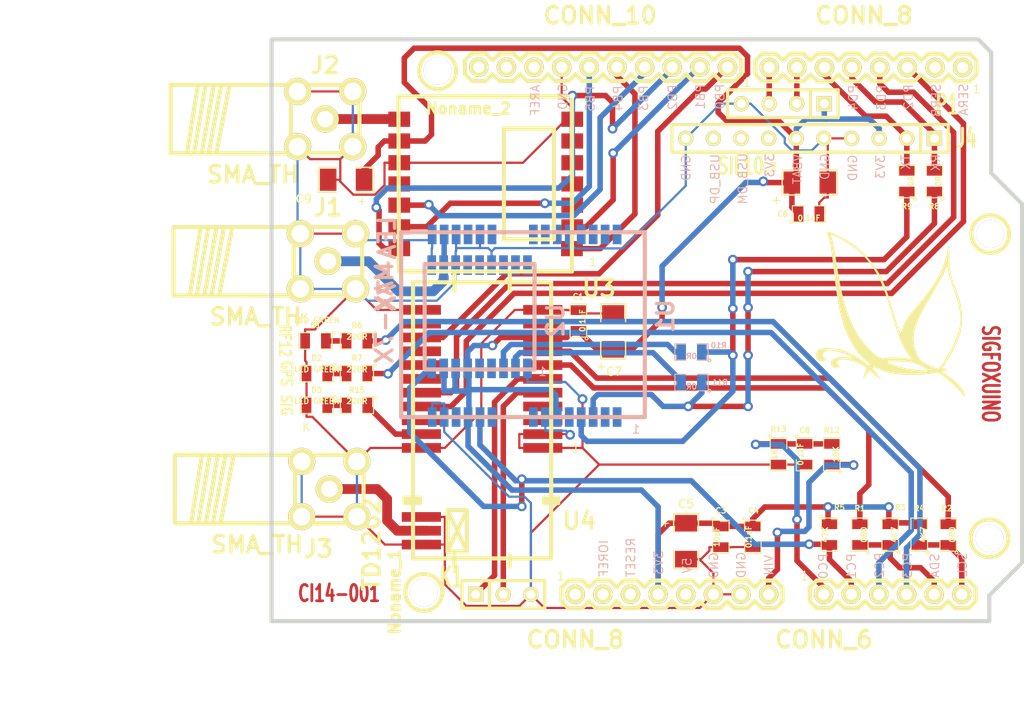
<source format=kicad_pcb>
(kicad_pcb (version 20171130) (host pcbnew "(5.1.12)-1")

  (general
    (thickness 1.6002)
    (drawings 69)
    (tracks 579)
    (zones 0)
    (modules 45)
    (nets 37)
  )

  (page A4)
  (title_block
    (title Sigfoxuino)
    (rev 1)
    (company "RzBo Concept")
  )

  (layers
    (0 Front signal)
    (31 Back signal)
    (32 B.Adhes user)
    (33 F.Adhes user hide)
    (34 B.Paste user)
    (35 F.Paste user)
    (36 B.SilkS user)
    (37 F.SilkS user)
    (38 B.Mask user)
    (39 F.Mask user)
    (40 Dwgs.User user)
    (41 Cmts.User user)
    (42 Eco1.User user)
    (43 Eco2.User user)
    (44 Edge.Cuts user)
  )

  (setup
    (last_trace_width 0.2032)
    (user_trace_width 0.1524)
    (user_trace_width 0.254)
    (user_trace_width 0.3048)
    (user_trace_width 0.4064)
    (user_trace_width 0.508)
    (trace_clearance 0.254)
    (zone_clearance 0.35)
    (zone_45_only no)
    (trace_min 0.15)
    (via_size 0.9)
    (via_drill 0.5)
    (via_min_size 0.9)
    (via_min_drill 0.5)
    (uvia_size 0.508)
    (uvia_drill 0.127)
    (uvias_allowed no)
    (uvia_min_size 0.508)
    (uvia_min_drill 0.127)
    (edge_width 0.381)
    (segment_width 0.381)
    (pcb_text_width 0.3048)
    (pcb_text_size 1.524 2.032)
    (mod_edge_width 0.381)
    (mod_text_size 1.524 1.524)
    (mod_text_width 0.3048)
    (pad_size 0.89 3.6)
    (pad_drill 0)
    (pad_to_mask_clearance 0.254)
    (aux_axis_origin 109.474 71.501)
    (visible_elements 7FFFFFFF)
    (pcbplotparams
      (layerselection 0x00030_ffffffff)
      (usegerberextensions true)
      (usegerberattributes true)
      (usegerberadvancedattributes true)
      (creategerberjobfile true)
      (excludeedgelayer true)
      (linewidth 0.150000)
      (plotframeref false)
      (viasonmask false)
      (mode 1)
      (useauxorigin false)
      (hpglpennumber 1)
      (hpglpenspeed 20)
      (hpglpendiameter 15.000000)
      (psnegative false)
      (psa4output false)
      (plotreference true)
      (plotvalue false)
      (plotinvisibletext false)
      (padsonsilk false)
      (subtractmaskfromsilk false)
      (outputformat 1)
      (mirror false)
      (drillshape 0)
      (scaleselection 1)
      (outputdirectory "GERBER/"))
  )

  (net 0 "")
  (net 1 +3.3V)
  (net 2 /PB0)
  (net 3 /PB1)
  (net 4 /PB2)
  (net 5 /PB3)
  (net 6 /PB4)
  (net 7 /PB5)
  (net 8 /PC0)
  (net 9 /PC1)
  (net 10 /PC2)
  (net 11 /PC3)
  (net 12 /PD2)
  (net 13 /PD3)
  (net 14 /PD4)
  (net 15 /PD5)
  (net 16 /PD6)
  (net 17 /PD7)
  (net 18 /RF_GPS)
  (net 19 /RF_RF12)
  (net 20 /RF_SIG)
  (net 21 /RX_SFT)
  (net 22 /SCL)
  (net 23 /SDA)
  (net 24 /STATUS_SIG)
  (net 25 /TX_SFT)
  (net 26 /VIN)
  (net 27 GND)
  (net 28 N-000001)
  (net 29 N-0000013)
  (net 30 N-0000015)
  (net 31 N-0000016)
  (net 32 N-000002)
  (net 33 N-000003)
  (net 34 N-000004)
  (net 35 N-000005)
  (net 36 N-000006)

  (net_class Default "This is the default net class."
    (clearance 0.254)
    (trace_width 0.2032)
    (via_dia 0.9)
    (via_drill 0.5)
    (uvia_dia 0.508)
    (uvia_drill 0.127)
    (add_net +3.3V)
    (add_net /PB0)
    (add_net /PB1)
    (add_net /PB2)
    (add_net /PB3)
    (add_net /PB4)
    (add_net /PB5)
    (add_net /PC0)
    (add_net /PC1)
    (add_net /PC2)
    (add_net /PC3)
    (add_net /PD2)
    (add_net /PD3)
    (add_net /PD4)
    (add_net /PD5)
    (add_net /PD6)
    (add_net /PD7)
    (add_net /RX_SFT)
    (add_net /SCL)
    (add_net /SDA)
    (add_net /STATUS_SIG)
    (add_net /TX_SFT)
    (add_net /VIN)
    (add_net GND)
    (add_net N-000001)
    (add_net N-0000013)
    (add_net N-0000015)
    (add_net N-0000016)
    (add_net N-000002)
    (add_net N-000003)
    (add_net N-000004)
    (add_net N-000005)
    (add_net N-000006)
  )

  (net_class 20mil ""
    (clearance 0.254)
    (trace_width 0.508)
    (via_dia 0.9)
    (via_drill 0.5)
    (uvia_dia 0.508)
    (uvia_drill 0.127)
  )

  (net_class RF_869MHz ""
    (clearance 0.18)
    (trace_width 0.9)
    (via_dia 0.9)
    (via_drill 0.5)
    (uvia_dia 0.508)
    (uvia_drill 0.127)
    (add_net /RF_RF12)
    (add_net /RF_SIG)
  )

  (net_class RF_GPS ""
    (clearance 0.18)
    (trace_width 0.9)
    (via_dia 0.9)
    (via_drill 0.5)
    (uvia_dia 0.508)
    (uvia_drill 0.127)
    (add_net /RF_GPS)
  )

  (module SMA-SMB_right_angle (layer Front) (tedit 52EC1283) (tstamp 0)
    (at 114.681 91.948 180)
    (path /52C74165)
    (fp_text reference J1 (at 0 4.953 180) (layer F.SilkS)
      (effects (font (size 1.524 1.524) (thickness 0.3048)))
    )
    (fp_text value SMA_TH (at 6.65 -5.1 180) (layer F.SilkS)
      (effects (font (size 1.524 1.524) (thickness 0.3048)))
    )
    (fp_line (start 10 -3.15) (end 8.8 3.1) (layer F.SilkS) (width 0.381))
    (fp_line (start 10.7 -3.1) (end 9.55 3.15) (layer F.SilkS) (width 0.381))
    (fp_line (start 11.35 -3.15) (end 10.25 3.1) (layer F.SilkS) (width 0.381))
    (fp_line (start 12.05 -3.1) (end 11 3.1) (layer F.SilkS) (width 0.381))
    (fp_line (start 12.7 -3.15) (end 11.7 3.15) (layer F.SilkS) (width 0.381))
    (fp_line (start -3.15 -3.15) (end 14.2 -3.15) (layer F.SilkS) (width 0.381))
    (fp_line (start 14.2 -3.15) (end 14.2 3.1) (layer F.SilkS) (width 0.381))
    (fp_line (start 14.2 3.1) (end 14.2 3.15) (layer F.SilkS) (width 0.381))
    (fp_line (start 14.2 3.15) (end 3.15 3.15) (layer F.SilkS) (width 0.381))
    (fp_line (start 3.15 0) (end 3.15 3.15) (layer F.SilkS) (width 0.381))
    (fp_line (start 3.15 3.15) (end -3.15 3.15) (layer F.SilkS) (width 0.381))
    (fp_line (start -3.15 3.15) (end -3.15 0) (layer F.SilkS) (width 0.381))
    (fp_line (start -3.15 0) (end -3.15 -3.15) (layer F.SilkS) (width 0.381))
    (fp_line (start -3.15 -3.15) (end 3.15 -3.15) (layer F.SilkS) (width 0.381))
    (fp_line (start 3.15 -3.15) (end 3.15 0) (layer F.SilkS) (width 0.381))
    (pad 1 thru_hole circle (at 0 0 180) (size 2.5 2.5) (drill 1.5) (layers *.Cu *.Mask F.SilkS)
      (net 18 /RF_GPS))
    (pad 2 thru_hole circle (at 2.54 -2.54 180) (size 2.5 2.5) (drill 1.6) (layers *.Cu *.Mask F.SilkS)
      (net 27 GND))
    (pad 3 thru_hole circle (at -2.54 -2.54 180) (size 2.5 2.5) (drill 1.6) (layers *.Cu *.Mask F.SilkS)
      (net 27 GND))
    (pad 4 thru_hole circle (at -2.54 2.54 180) (size 2.5 2.5) (drill 1.6) (layers *.Cu *.Mask F.SilkS)
      (net 27 GND))
    (pad 5 thru_hole circle (at 2.54 2.54 180) (size 2.5 2.5) (drill 1.6) (layers *.Cu *.Mask F.SilkS)
      (net 27 GND))
  )

  (module 1pin locked (layer Front) (tedit 531E2DCF) (tstamp 4F0929D8)
    (at 175.565 89.441)
    (descr "module 1 pin (ou trou mecanique de percage)")
    (tags DEV)
    (path 1pin)
    (fp_text reference V4 (at -0.6048 -3.03102) (layer F.SilkS) hide
      (effects (font (size 1.016 1.016) (thickness 0.254)))
    )
    (fp_text value "" (at 0 2.794) (layer F.SilkS) hide
      (effects (font (size 1.016 1.016) (thickness 0.254)))
    )
    (fp_circle (center 0.00254 0.00254) (end 1.53924 0.81026) (layer F.SilkS) (width 0.381))
    (pad 1 thru_hole circle (at 0 0) (size 2.54 2.54) (drill 2.54) (layers *.Cu *.Mask F.SilkS))
  )

  (module 1pin locked (layer Front) (tedit 4F0F87F9) (tstamp 4F092933)
    (at 175.489 117.432)
    (descr "module 1 pin (ou trou mecanique de percage)")
    (tags DEV)
    (path 1pin)
    (fp_text reference V5 (at 0 -3.048) (layer F.SilkS) hide
      (effects (font (size 1.016 1.016) (thickness 0.254)))
    )
    (fp_text value "" (at 0 2.794) (layer F.SilkS) hide
      (effects (font (size 1.016 1.016) (thickness 0.254)))
    )
    (fp_circle (center 0.00254 0.00254) (end 1.39192 1.04648) (layer F.SilkS) (width 0.381))
    (pad 1 thru_hole circle (at 0 0) (size 2.54 2.54) (drill 2.54) (layers *.Cu *.Mask F.SilkS))
  )

  (module Con8 locked (layer Front) (tedit 52E97E48) (tstamp 4F08F543)
    (at 137.414 122.588)
    (path /4F08C59E)
    (fp_text reference CONN8_1 (at 0.254 6.44398) (layer F.SilkS) hide
      (effects (font (size 1.524 1.524) (thickness 0.3048)))
    )
    (fp_text value CONN_8 (at 0.0127 4.16306) (layer F.SilkS)
      (effects (font (size 1.524 1.524) (thickness 0.3048)))
    )
    (fp_line (start 0.635 1.27) (end 1.27 0.635) (layer F.SilkS) (width 0.381))
    (fp_line (start 1.27 0.635) (end 1.905 1.27) (layer F.SilkS) (width 0.381))
    (fp_line (start 1.905 1.27) (end 3.175 1.27) (layer F.SilkS) (width 0.381))
    (fp_line (start 3.175 1.27) (end 3.81 0.635) (layer F.SilkS) (width 0.381))
    (fp_line (start 3.81 0.635) (end 4.445 1.27) (layer F.SilkS) (width 0.381))
    (fp_line (start 4.445 1.27) (end 5.715 1.27) (layer F.SilkS) (width 0.381))
    (fp_line (start 5.715 1.27) (end 6.35 0.635) (layer F.SilkS) (width 0.381))
    (fp_line (start 6.35 0.635) (end 6.985 1.27) (layer F.SilkS) (width 0.381))
    (fp_line (start 6.985 1.27) (end 8.255 1.27) (layer F.SilkS) (width 0.381))
    (fp_line (start 8.255 1.27) (end 8.89 0.635) (layer F.SilkS) (width 0.381))
    (fp_line (start 8.89 0.635) (end 9.525 1.27) (layer F.SilkS) (width 0.381))
    (fp_line (start 9.525 1.27) (end 10.795 1.27) (layer F.SilkS) (width 0.381))
    (fp_line (start 10.795 1.27) (end 11.43 0.635) (layer F.SilkS) (width 0.381))
    (fp_line (start 11.43 0.635) (end 12.065 1.27) (layer F.SilkS) (width 0.381))
    (fp_line (start 12.065 1.27) (end 13.335 1.27) (layer F.SilkS) (width 0.381))
    (fp_line (start 13.335 1.27) (end 13.97 0.635) (layer F.SilkS) (width 0.381))
    (fp_line (start 13.97 0.635) (end 14.605 1.27) (layer F.SilkS) (width 0.381))
    (fp_line (start 14.605 1.27) (end 15.875 1.27) (layer F.SilkS) (width 0.381))
    (fp_line (start 15.875 1.27) (end 16.51 0.635) (layer F.SilkS) (width 0.381))
    (fp_line (start 16.51 0.635) (end 17.145 1.27) (layer F.SilkS) (width 0.381))
    (fp_line (start 17.145 1.27) (end 18.415 1.27) (layer F.SilkS) (width 0.381))
    (fp_line (start 18.415 1.27) (end 19.05 0.635) (layer F.SilkS) (width 0.381))
    (fp_line (start 19.05 -0.635) (end 18.415 -1.27) (layer F.SilkS) (width 0.381))
    (fp_line (start 19.05 -0.635) (end 19.05 0.635) (layer F.SilkS) (width 0.381))
    (fp_line (start 3.81 -0.635) (end 4.445 -1.27) (layer F.SilkS) (width 0.381))
    (fp_line (start 4.445 -1.27) (end 5.715 -1.27) (layer F.SilkS) (width 0.381))
    (fp_line (start 5.715 -1.27) (end 6.35 -0.635) (layer F.SilkS) (width 0.381))
    (fp_line (start 6.35 -0.635) (end 6.985 -1.27) (layer F.SilkS) (width 0.381))
    (fp_line (start 6.985 -1.27) (end 8.255 -1.27) (layer F.SilkS) (width 0.381))
    (fp_line (start 8.255 -1.27) (end 8.89 -0.635) (layer F.SilkS) (width 0.381))
    (fp_line (start 8.89 -0.635) (end 9.525 -1.27) (layer F.SilkS) (width 0.381))
    (fp_line (start 9.525 -1.27) (end 10.795 -1.27) (layer F.SilkS) (width 0.381))
    (fp_line (start 10.795 -1.27) (end 11.43 -0.635) (layer F.SilkS) (width 0.381))
    (fp_line (start 11.43 -0.635) (end 12.065 -1.27) (layer F.SilkS) (width 0.381))
    (fp_line (start 12.065 -1.27) (end 13.335 -1.27) (layer F.SilkS) (width 0.381))
    (fp_line (start 13.335 -1.27) (end 13.97 -0.635) (layer F.SilkS) (width 0.381))
    (fp_line (start 13.97 -0.635) (end 14.605 -1.27) (layer F.SilkS) (width 0.381))
    (fp_line (start 14.605 -1.27) (end 15.875 -1.27) (layer F.SilkS) (width 0.381))
    (fp_line (start 15.875 -1.27) (end 16.51 -0.635) (layer F.SilkS) (width 0.381))
    (fp_line (start 16.51 -0.635) (end 17.145 -1.27) (layer F.SilkS) (width 0.381))
    (fp_line (start 17.145 -1.27) (end 18.415 -1.27) (layer F.SilkS) (width 0.381))
    (fp_line (start 0.635 -1.27) (end 1.27 -0.635) (layer F.SilkS) (width 0.381))
    (fp_line (start 1.27 -0.635) (end 1.905 -1.27) (layer F.SilkS) (width 0.381))
    (fp_line (start 1.905 -1.27) (end 3.175 -1.27) (layer F.SilkS) (width 0.381))
    (fp_line (start 3.175 -1.27) (end 3.81 -0.635) (layer F.SilkS) (width 0.381))
    (fp_line (start -0.635 1.27) (end -1.27 0.635) (layer F.SilkS) (width 0.381))
    (fp_line (start -0.635 1.27) (end 0.635 1.27) (layer F.SilkS) (width 0.381))
    (fp_line (start -0.635 -1.27) (end -1.27 -0.635) (layer F.SilkS) (width 0.381))
    (fp_line (start -0.635 -1.27) (end 0.635 -1.27) (layer F.SilkS) (width 0.381))
    (fp_line (start -1.27 0.635) (end -1.27 -0.635) (layer F.SilkS) (width 0.381))
    (pad 2 thru_hole circle (at 2.54 0) (size 1.778 1.778) (drill 1.016) (layers *.Cu *.Mask F.SilkS))
    (pad 3 thru_hole circle (at 5.08 0) (size 1.778 1.778) (drill 1.016) (layers *.Cu *.Mask F.SilkS))
    (pad 4 thru_hole circle (at 7.62 0) (size 1.778 1.778) (drill 1.016) (layers *.Cu *.Mask F.SilkS)
      (net 1 +3.3V))
    (pad 5 thru_hole circle (at 10.16 0) (size 1.778 1.778) (drill 1.016) (layers *.Cu *.Mask F.SilkS))
    (pad 6 thru_hole circle (at 12.7 0) (size 1.778 1.778) (drill 1.016) (layers *.Cu *.Mask F.SilkS)
      (net 27 GND))
    (pad 7 thru_hole circle (at 15.24 0) (size 1.778 1.778) (drill 1.016) (layers *.Cu *.Mask F.SilkS)
      (net 27 GND))
    (pad 8 thru_hole circle (at 17.78 0) (size 1.778 1.778) (drill 1.016) (layers *.Cu *.Mask F.SilkS)
      (net 26 /VIN))
    (pad 1 thru_hole circle (at 0 0) (size 1.778 1.778) (drill 1.016) (layers *.Cu *.Mask F.SilkS))
  )

  (module Con8 locked (layer Front) (tedit 52E97E4C) (tstamp 4F08F541)
    (at 173.025 74.1248 180)
    (path /4F08B68B)
    (fp_text reference CON8_2 (at 8.8138 7.06882 180) (layer F.SilkS) hide
      (effects (font (size 1.524 1.524) (thickness 0.3048)))
    )
    (fp_text value CONN_8 (at 9.0678 4.78282 180) (layer F.SilkS)
      (effects (font (size 1.524 1.524) (thickness 0.3048)))
    )
    (fp_line (start 0.635 1.27) (end 1.27 0.635) (layer F.SilkS) (width 0.381))
    (fp_line (start 1.27 0.635) (end 1.905 1.27) (layer F.SilkS) (width 0.381))
    (fp_line (start 1.905 1.27) (end 3.175 1.27) (layer F.SilkS) (width 0.381))
    (fp_line (start 3.175 1.27) (end 3.81 0.635) (layer F.SilkS) (width 0.381))
    (fp_line (start 3.81 0.635) (end 4.445 1.27) (layer F.SilkS) (width 0.381))
    (fp_line (start 4.445 1.27) (end 5.715 1.27) (layer F.SilkS) (width 0.381))
    (fp_line (start 5.715 1.27) (end 6.35 0.635) (layer F.SilkS) (width 0.381))
    (fp_line (start 6.35 0.635) (end 6.985 1.27) (layer F.SilkS) (width 0.381))
    (fp_line (start 6.985 1.27) (end 8.255 1.27) (layer F.SilkS) (width 0.381))
    (fp_line (start 8.255 1.27) (end 8.89 0.635) (layer F.SilkS) (width 0.381))
    (fp_line (start 8.89 0.635) (end 9.525 1.27) (layer F.SilkS) (width 0.381))
    (fp_line (start 9.525 1.27) (end 10.795 1.27) (layer F.SilkS) (width 0.381))
    (fp_line (start 10.795 1.27) (end 11.43 0.635) (layer F.SilkS) (width 0.381))
    (fp_line (start 11.43 0.635) (end 12.065 1.27) (layer F.SilkS) (width 0.381))
    (fp_line (start 12.065 1.27) (end 13.335 1.27) (layer F.SilkS) (width 0.381))
    (fp_line (start 13.335 1.27) (end 13.97 0.635) (layer F.SilkS) (width 0.381))
    (fp_line (start 13.97 0.635) (end 14.605 1.27) (layer F.SilkS) (width 0.381))
    (fp_line (start 14.605 1.27) (end 15.875 1.27) (layer F.SilkS) (width 0.381))
    (fp_line (start 15.875 1.27) (end 16.51 0.635) (layer F.SilkS) (width 0.381))
    (fp_line (start 16.51 0.635) (end 17.145 1.27) (layer F.SilkS) (width 0.381))
    (fp_line (start 17.145 1.27) (end 18.415 1.27) (layer F.SilkS) (width 0.381))
    (fp_line (start 18.415 1.27) (end 19.05 0.635) (layer F.SilkS) (width 0.381))
    (fp_line (start 19.05 -0.635) (end 18.415 -1.27) (layer F.SilkS) (width 0.381))
    (fp_line (start 19.05 -0.635) (end 19.05 0.635) (layer F.SilkS) (width 0.381))
    (fp_line (start 3.81 -0.635) (end 4.445 -1.27) (layer F.SilkS) (width 0.381))
    (fp_line (start 4.445 -1.27) (end 5.715 -1.27) (layer F.SilkS) (width 0.381))
    (fp_line (start 5.715 -1.27) (end 6.35 -0.635) (layer F.SilkS) (width 0.381))
    (fp_line (start 6.35 -0.635) (end 6.985 -1.27) (layer F.SilkS) (width 0.381))
    (fp_line (start 6.985 -1.27) (end 8.255 -1.27) (layer F.SilkS) (width 0.381))
    (fp_line (start 8.255 -1.27) (end 8.89 -0.635) (layer F.SilkS) (width 0.381))
    (fp_line (start 8.89 -0.635) (end 9.525 -1.27) (layer F.SilkS) (width 0.381))
    (fp_line (start 9.525 -1.27) (end 10.795 -1.27) (layer F.SilkS) (width 0.381))
    (fp_line (start 10.795 -1.27) (end 11.43 -0.635) (layer F.SilkS) (width 0.381))
    (fp_line (start 11.43 -0.635) (end 12.065 -1.27) (layer F.SilkS) (width 0.381))
    (fp_line (start 12.065 -1.27) (end 13.335 -1.27) (layer F.SilkS) (width 0.381))
    (fp_line (start 13.335 -1.27) (end 13.97 -0.635) (layer F.SilkS) (width 0.381))
    (fp_line (start 13.97 -0.635) (end 14.605 -1.27) (layer F.SilkS) (width 0.381))
    (fp_line (start 14.605 -1.27) (end 15.875 -1.27) (layer F.SilkS) (width 0.381))
    (fp_line (start 15.875 -1.27) (end 16.51 -0.635) (layer F.SilkS) (width 0.381))
    (fp_line (start 16.51 -0.635) (end 17.145 -1.27) (layer F.SilkS) (width 0.381))
    (fp_line (start 17.145 -1.27) (end 18.415 -1.27) (layer F.SilkS) (width 0.381))
    (fp_line (start 0.635 -1.27) (end 1.27 -0.635) (layer F.SilkS) (width 0.381))
    (fp_line (start 1.27 -0.635) (end 1.905 -1.27) (layer F.SilkS) (width 0.381))
    (fp_line (start 1.905 -1.27) (end 3.175 -1.27) (layer F.SilkS) (width 0.381))
    (fp_line (start 3.175 -1.27) (end 3.81 -0.635) (layer F.SilkS) (width 0.381))
    (fp_line (start -0.635 1.27) (end -1.27 0.635) (layer F.SilkS) (width 0.381))
    (fp_line (start -0.635 1.27) (end 0.635 1.27) (layer F.SilkS) (width 0.381))
    (fp_line (start -0.635 -1.27) (end -1.27 -0.635) (layer F.SilkS) (width 0.381))
    (fp_line (start -0.635 -1.27) (end 0.635 -1.27) (layer F.SilkS) (width 0.381))
    (fp_line (start -1.27 0.635) (end -1.27 -0.635) (layer F.SilkS) (width 0.381))
    (pad 2 thru_hole circle (at 2.54 0 180) (size 1.778 1.778) (drill 1.016) (layers *.Cu *.Mask F.SilkS))
    (pad 3 thru_hole circle (at 5.08 0 180) (size 1.778 1.778) (drill 1.016) (layers *.Cu *.Mask F.SilkS)
      (net 12 /PD2))
    (pad 4 thru_hole circle (at 7.62 0 180) (size 1.778 1.778) (drill 1.016) (layers *.Cu *.Mask F.SilkS)
      (net 13 /PD3))
    (pad 5 thru_hole circle (at 10.16 0 180) (size 1.778 1.778) (drill 1.016) (layers *.Cu *.Mask F.SilkS)
      (net 14 /PD4))
    (pad 6 thru_hole circle (at 12.7 0 180) (size 1.778 1.778) (drill 1.016) (layers *.Cu *.Mask F.SilkS)
      (net 15 /PD5))
    (pad 7 thru_hole circle (at 15.24 0 180) (size 1.778 1.778) (drill 1.016) (layers *.Cu *.Mask F.SilkS)
      (net 16 /PD6))
    (pad 8 thru_hole circle (at 17.78 0 180) (size 1.778 1.778) (drill 1.016) (layers *.Cu *.Mask F.SilkS)
      (net 17 /PD7))
    (pad 1 thru_hole circle (at 0 0 180) (size 1.778 1.778) (drill 1.016) (layers *.Cu *.Mask F.SilkS))
  )

  (module Con6 locked (layer Front) (tedit 52E97E4A) (tstamp 4F08F544)
    (at 160.249 122.588)
    (path /4F08B671)
    (fp_text reference CON6_1 (at 0.0254 6.18998) (layer F.SilkS) hide
      (effects (font (size 1.524 1.524) (thickness 0.3048)))
    )
    (fp_text value CONN_6 (at 0.0127 4.16306) (layer F.SilkS)
      (effects (font (size 1.524 1.524) (thickness 0.3048)))
    )
    (fp_line (start 13.335 1.27) (end 13.97 0.635) (layer F.SilkS) (width 0.381))
    (fp_line (start 13.335 -1.27) (end 13.97 -0.635) (layer F.SilkS) (width 0.381))
    (fp_line (start 13.97 0.635) (end 13.97 -0.635) (layer F.SilkS) (width 0.381))
    (fp_line (start 6.223 0.762) (end 6.35 0.635) (layer F.SilkS) (width 0.381))
    (fp_line (start 6.35 0.635) (end 6.985 1.27) (layer F.SilkS) (width 0.381))
    (fp_line (start 6.985 1.27) (end 8.255 1.27) (layer F.SilkS) (width 0.381))
    (fp_line (start 8.255 1.27) (end 8.89 0.635) (layer F.SilkS) (width 0.381))
    (fp_line (start 8.89 0.635) (end 9.525 1.27) (layer F.SilkS) (width 0.381))
    (fp_line (start 9.525 1.27) (end 10.795 1.27) (layer F.SilkS) (width 0.381))
    (fp_line (start 10.795 1.27) (end 11.43 0.635) (layer F.SilkS) (width 0.381))
    (fp_line (start 11.43 0.635) (end 12.065 1.27) (layer F.SilkS) (width 0.381))
    (fp_line (start 12.065 1.27) (end 13.335 1.27) (layer F.SilkS) (width 0.381))
    (fp_line (start 3.81 0.635) (end 4.445 1.27) (layer F.SilkS) (width 0.381))
    (fp_line (start 4.445 1.27) (end 5.715 1.27) (layer F.SilkS) (width 0.381))
    (fp_line (start 5.715 1.27) (end 6.223 0.762) (layer F.SilkS) (width 0.381))
    (fp_line (start 4.445 -1.27) (end 5.715 -1.27) (layer F.SilkS) (width 0.381))
    (fp_line (start 5.715 -1.27) (end 6.35 -0.635) (layer F.SilkS) (width 0.381))
    (fp_line (start 6.35 -0.635) (end 6.858 -1.27) (layer F.SilkS) (width 0.381))
    (fp_line (start 6.858 -1.27) (end 8.255 -1.27) (layer F.SilkS) (width 0.381))
    (fp_line (start 8.255 -1.27) (end 8.89 -0.635) (layer F.SilkS) (width 0.381))
    (fp_line (start 8.89 -0.635) (end 9.398 -1.27) (layer F.SilkS) (width 0.381))
    (fp_line (start 9.398 -1.27) (end 10.795 -1.27) (layer F.SilkS) (width 0.381))
    (fp_line (start 10.795 -1.27) (end 11.43 -0.635) (layer F.SilkS) (width 0.381))
    (fp_line (start 11.43 -0.635) (end 11.938 -1.27) (layer F.SilkS) (width 0.381))
    (fp_line (start 11.938 -1.27) (end 13.335 -1.27) (layer F.SilkS) (width 0.381))
    (fp_line (start 3.81 -0.635) (end 4.445 -1.27) (layer F.SilkS) (width 0.381))
    (fp_line (start 1.27 0.635) (end 1.905 1.27) (layer F.SilkS) (width 0.381))
    (fp_line (start 1.905 1.27) (end 3.175 1.27) (layer F.SilkS) (width 0.381))
    (fp_line (start 3.175 1.27) (end 3.81 0.635) (layer F.SilkS) (width 0.381))
    (fp_line (start 3.81 -0.635) (end 3.175 -1.27) (layer F.SilkS) (width 0.381))
    (fp_line (start 3.175 -1.27) (end 1.905 -1.27) (layer F.SilkS) (width 0.381))
    (fp_line (start 1.905 -1.27) (end 1.27 -0.635) (layer F.SilkS) (width 0.381))
    (fp_line (start 1.27 0.635) (end 0.635 1.27) (layer F.SilkS) (width 0.381))
    (fp_line (start 1.27 -0.635) (end 0.635 -1.27) (layer F.SilkS) (width 0.381))
    (fp_line (start -0.635 1.27) (end -1.27 0.635) (layer F.SilkS) (width 0.381))
    (fp_line (start -0.635 1.27) (end 0.635 1.27) (layer F.SilkS) (width 0.381))
    (fp_line (start -0.635 -1.27) (end -1.27 -0.635) (layer F.SilkS) (width 0.381))
    (fp_line (start -0.635 -1.27) (end 0.635 -1.27) (layer F.SilkS) (width 0.381))
    (fp_line (start -1.27 -0.635) (end -1.27 0.635) (layer F.SilkS) (width 0.381))
    (pad 2 thru_hole circle (at 2.54 0) (size 1.778 1.778) (drill 1.016) (layers *.Cu *.Mask F.SilkS)
      (net 9 /PC1))
    (pad 3 thru_hole circle (at 5.08 0) (size 1.778 1.778) (drill 1.016) (layers *.Cu *.Mask F.SilkS)
      (net 10 /PC2))
    (pad 4 thru_hole circle (at 7.62 0) (size 1.778 1.778) (drill 1.016) (layers *.Cu *.Mask F.SilkS)
      (net 11 /PC3))
    (pad 5 thru_hole circle (at 10.16 0) (size 1.778 1.778) (drill 1.016) (layers *.Cu *.Mask F.SilkS)
      (net 23 /SDA))
    (pad 6 thru_hole circle (at 12.7 0) (size 1.778 1.778) (drill 1.016) (layers *.Cu *.Mask F.SilkS)
      (net 22 /SCL))
    (pad 1 thru_hole circle (at 0 0) (size 1.778 1.778) (drill 1.016) (layers *.Cu *.Mask F.SilkS)
      (net 8 /PC0))
  )

  (module Con10 locked (layer Front) (tedit 52E97E50) (tstamp 4F08F549)
    (at 151.409 74.0994 180)
    (path /4F08B658)
    (fp_text reference CONN10_1 (at 12.0904 7.29742 180) (layer F.SilkS) hide
      (effects (font (size 1.524 1.524) (thickness 0.3048)))
    )
    (fp_text value CONN_10 (at 11.7094 4.75742 180) (layer F.SilkS)
      (effects (font (size 1.524 1.524) (thickness 0.3048)))
    )
    (fp_line (start -1.27 0.635) (end -0.635 1.27) (layer F.SilkS) (width 0.381))
    (fp_line (start -0.635 1.27) (end 0.635 1.27) (layer F.SilkS) (width 0.381))
    (fp_line (start 0.635 1.27) (end 1.27 0.635) (layer F.SilkS) (width 0.381))
    (fp_line (start 1.27 0.635) (end 1.905 1.27) (layer F.SilkS) (width 0.381))
    (fp_line (start 1.905 1.27) (end 3.175 1.27) (layer F.SilkS) (width 0.381))
    (fp_line (start 3.175 1.27) (end 3.81 0.635) (layer F.SilkS) (width 0.381))
    (fp_line (start 3.81 0.635) (end 4.445 1.27) (layer F.SilkS) (width 0.381))
    (fp_line (start 4.445 1.27) (end 5.715 1.27) (layer F.SilkS) (width 0.381))
    (fp_line (start 5.715 1.27) (end 6.35 0.635) (layer F.SilkS) (width 0.381))
    (fp_line (start 6.35 0.635) (end 6.985 1.27) (layer F.SilkS) (width 0.381))
    (fp_line (start 6.985 1.27) (end 8.255 1.27) (layer F.SilkS) (width 0.381))
    (fp_line (start 8.255 1.27) (end 8.89 0.635) (layer F.SilkS) (width 0.381))
    (fp_line (start 8.89 0.635) (end 9.525 1.27) (layer F.SilkS) (width 0.381))
    (fp_line (start 9.525 1.27) (end 10.795 1.27) (layer F.SilkS) (width 0.381))
    (fp_line (start 10.795 1.27) (end 11.43 0.635) (layer F.SilkS) (width 0.381))
    (fp_line (start 11.43 0.635) (end 12.065 1.27) (layer F.SilkS) (width 0.381))
    (fp_line (start 12.065 1.27) (end 13.335 1.27) (layer F.SilkS) (width 0.381))
    (fp_line (start 13.335 1.27) (end 13.97 0.635) (layer F.SilkS) (width 0.381))
    (fp_line (start 13.97 0.635) (end 14.605 1.27) (layer F.SilkS) (width 0.381))
    (fp_line (start 14.605 1.27) (end 15.875 1.27) (layer F.SilkS) (width 0.381))
    (fp_line (start 15.875 1.27) (end 16.51 0.635) (layer F.SilkS) (width 0.381))
    (fp_line (start 16.51 0.635) (end 17.145 1.27) (layer F.SilkS) (width 0.381))
    (fp_line (start 17.145 1.27) (end 18.415 1.27) (layer F.SilkS) (width 0.381))
    (fp_line (start 18.415 1.27) (end 19.05 0.635) (layer F.SilkS) (width 0.381))
    (fp_line (start 19.05 0.635) (end 19.685 1.27) (layer F.SilkS) (width 0.381))
    (fp_line (start 19.685 1.27) (end 20.828 1.27) (layer F.SilkS) (width 0.381))
    (fp_line (start 20.828 1.27) (end 20.955 1.27) (layer F.SilkS) (width 0.381))
    (fp_line (start 20.955 1.27) (end 21.59 0.635) (layer F.SilkS) (width 0.381))
    (fp_line (start 21.59 0.635) (end 22.225 1.27) (layer F.SilkS) (width 0.381))
    (fp_line (start 22.225 1.27) (end 23.495 1.27) (layer F.SilkS) (width 0.381))
    (fp_line (start 23.495 1.27) (end 24.13 0.635) (layer F.SilkS) (width 0.381))
    (fp_line (start 3.175 -1.27) (end 3.81 -0.635) (layer F.SilkS) (width 0.381))
    (fp_line (start 3.81 -0.635) (end 4.445 -1.27) (layer F.SilkS) (width 0.381))
    (fp_line (start 4.445 -1.27) (end 5.715 -1.27) (layer F.SilkS) (width 0.381))
    (fp_line (start 5.715 -1.27) (end 6.35 -0.635) (layer F.SilkS) (width 0.381))
    (fp_line (start 6.35 -0.635) (end 6.985 -1.27) (layer F.SilkS) (width 0.381))
    (fp_line (start 6.985 -1.27) (end 8.255 -1.27) (layer F.SilkS) (width 0.381))
    (fp_line (start 8.255 -1.27) (end 8.89 -0.635) (layer F.SilkS) (width 0.381))
    (fp_line (start 8.89 -0.635) (end 9.525 -1.27) (layer F.SilkS) (width 0.381))
    (fp_line (start 9.525 -1.27) (end 10.795 -1.27) (layer F.SilkS) (width 0.381))
    (fp_line (start 10.795 -1.27) (end 11.43 -0.635) (layer F.SilkS) (width 0.381))
    (fp_line (start 11.43 -0.635) (end 12.065 -1.27) (layer F.SilkS) (width 0.381))
    (fp_line (start 12.065 -1.27) (end 13.335 -1.27) (layer F.SilkS) (width 0.381))
    (fp_line (start 13.335 -1.27) (end 13.97 -0.635) (layer F.SilkS) (width 0.381))
    (fp_line (start 13.97 -0.635) (end 14.605 -1.27) (layer F.SilkS) (width 0.381))
    (fp_line (start 14.605 -1.27) (end 15.875 -1.27) (layer F.SilkS) (width 0.381))
    (fp_line (start 15.875 -1.27) (end 16.51 -0.635) (layer F.SilkS) (width 0.381))
    (fp_line (start 16.51 -0.635) (end 17.145 -1.27) (layer F.SilkS) (width 0.381))
    (fp_line (start 17.145 -1.27) (end 18.415 -1.27) (layer F.SilkS) (width 0.381))
    (fp_line (start 18.415 -1.27) (end 19.05 -0.635) (layer F.SilkS) (width 0.381))
    (fp_line (start 19.05 -0.635) (end 19.685 -1.27) (layer F.SilkS) (width 0.381))
    (fp_line (start 19.685 -1.27) (end 20.955 -1.27) (layer F.SilkS) (width 0.381))
    (fp_line (start 20.955 -1.27) (end 21.59 -0.635) (layer F.SilkS) (width 0.381))
    (fp_line (start 21.59 -0.635) (end 22.225 -1.27) (layer F.SilkS) (width 0.381))
    (fp_line (start 22.225 -1.27) (end 23.495 -1.27) (layer F.SilkS) (width 0.381))
    (fp_line (start 23.495 -1.27) (end 24.13 -0.635) (layer F.SilkS) (width 0.381))
    (fp_line (start 24.13 -0.635) (end 24.13 0.635) (layer F.SilkS) (width 0.381))
    (fp_line (start 0.635 -1.27) (end 1.27 -0.635) (layer F.SilkS) (width 0.381))
    (fp_line (start 1.27 -0.635) (end 1.905 -1.27) (layer F.SilkS) (width 0.381))
    (fp_line (start 1.905 -1.27) (end 3.175 -1.27) (layer F.SilkS) (width 0.381))
    (fp_line (start -1.27 -0.635) (end -0.635 -1.27) (layer F.SilkS) (width 0.381))
    (fp_line (start -0.635 -1.27) (end 0.635 -1.27) (layer F.SilkS) (width 0.381))
    (fp_line (start -1.27 -0.635) (end -1.27 0.635) (layer F.SilkS) (width 0.381))
    (pad 2 thru_hole circle (at 2.54 0 180) (size 1.778 1.778) (drill 1.016) (layers *.Cu *.Mask F.SilkS)
      (net 3 /PB1))
    (pad 3 thru_hole circle (at 5.08 0 180) (size 1.778 1.778) (drill 1.016) (layers *.Cu *.Mask F.SilkS)
      (net 4 /PB2))
    (pad 4 thru_hole circle (at 7.62 0 180) (size 1.778 1.778) (drill 1.016) (layers *.Cu *.Mask F.SilkS)
      (net 5 /PB3))
    (pad 5 thru_hole circle (at 10.16 0 180) (size 1.778 1.778) (drill 1.016) (layers *.Cu *.Mask F.SilkS)
      (net 6 /PB4))
    (pad 6 thru_hole circle (at 12.7 0 180) (size 1.778 1.778) (drill 1.016) (layers *.Cu *.Mask F.SilkS)
      (net 7 /PB5))
    (pad 7 thru_hole circle (at 15.24 0 180) (size 1.778 1.778) (drill 1.016) (layers *.Cu *.Mask F.SilkS)
      (net 27 GND))
    (pad 8 thru_hole circle (at 17.78 0 180) (size 1.778 1.778) (drill 1.016) (layers *.Cu *.Mask F.SilkS))
    (pad 9 thru_hole circle (at 20.32 0 180) (size 1.778 1.778) (drill 1.016) (layers *.Cu *.Mask F.SilkS))
    (pad 10 thru_hole circle (at 22.86 0 180) (size 1.778 1.778) (drill 1.016) (layers *.Cu *.Mask F.SilkS))
    (pad 1 thru_hole circle (at 0 0 180) (size 1.778 1.778) (drill 1.016) (layers *.Cu *.Mask F.SilkS)
      (net 2 /PB0))
  )

  (module SMA-SMB_right_angle (layer Front) (tedit 52EC1281) (tstamp 52E9811C)
    (at 114.427 78.867 180)
    (path /52C7286F)
    (fp_text reference J2 (at 0 4.953 180) (layer F.SilkS)
      (effects (font (size 1.524 1.524) (thickness 0.3048)))
    )
    (fp_text value SMA_TH (at 6.65 -5.1 180) (layer F.SilkS)
      (effects (font (size 1.524 1.524) (thickness 0.3048)))
    )
    (fp_line (start 10 -3.15) (end 8.8 3.1) (layer F.SilkS) (width 0.381))
    (fp_line (start 10.7 -3.1) (end 9.55 3.15) (layer F.SilkS) (width 0.381))
    (fp_line (start 11.35 -3.15) (end 10.25 3.1) (layer F.SilkS) (width 0.381))
    (fp_line (start 12.05 -3.1) (end 11 3.1) (layer F.SilkS) (width 0.381))
    (fp_line (start 12.7 -3.15) (end 11.7 3.15) (layer F.SilkS) (width 0.381))
    (fp_line (start -3.15 -3.15) (end 14.2 -3.15) (layer F.SilkS) (width 0.381))
    (fp_line (start 14.2 -3.15) (end 14.2 3.1) (layer F.SilkS) (width 0.381))
    (fp_line (start 14.2 3.1) (end 14.2 3.15) (layer F.SilkS) (width 0.381))
    (fp_line (start 14.2 3.15) (end 3.15 3.15) (layer F.SilkS) (width 0.381))
    (fp_line (start 3.15 0) (end 3.15 3.15) (layer F.SilkS) (width 0.381))
    (fp_line (start 3.15 3.15) (end -3.15 3.15) (layer F.SilkS) (width 0.381))
    (fp_line (start -3.15 3.15) (end -3.15 0) (layer F.SilkS) (width 0.381))
    (fp_line (start -3.15 0) (end -3.15 -3.15) (layer F.SilkS) (width 0.381))
    (fp_line (start -3.15 -3.15) (end 3.15 -3.15) (layer F.SilkS) (width 0.381))
    (fp_line (start 3.15 -3.15) (end 3.15 0) (layer F.SilkS) (width 0.381))
    (pad 1 thru_hole circle (at 0 0 180) (size 2.5 2.5) (drill 1.5) (layers *.Cu *.Mask F.SilkS)
      (net 19 /RF_RF12))
    (pad 2 thru_hole circle (at 2.54 -2.54 180) (size 2.5 2.5) (drill 1.6) (layers *.Cu *.Mask F.SilkS)
      (net 27 GND))
    (pad 3 thru_hole circle (at -2.54 -2.54 180) (size 2.5 2.5) (drill 1.6) (layers *.Cu *.Mask F.SilkS)
      (net 27 GND))
    (pad 4 thru_hole circle (at -2.54 2.54 180) (size 2.5 2.5) (drill 1.6) (layers *.Cu *.Mask F.SilkS)
      (net 27 GND))
    (pad 5 thru_hole circle (at 2.54 2.54 180) (size 2.5 2.5) (drill 1.6) (layers *.Cu *.Mask F.SilkS)
      (net 27 GND))
  )

  (module SMA-SMB_right_angle (layer Front) (tedit 52F6703D) (tstamp 52E9814C)
    (at 114.808 112.903 180)
    (path /52C73DFF)
    (fp_text reference J3 (at 1.008 -5.497 180) (layer F.SilkS)
      (effects (font (size 1.524 1.524) (thickness 0.3048)))
    )
    (fp_text value SMA_TH (at 6.65 -5.1 180) (layer F.SilkS)
      (effects (font (size 1.524 1.524) (thickness 0.3048)))
    )
    (fp_line (start 10 -3.15) (end 8.8 3.1) (layer F.SilkS) (width 0.381))
    (fp_line (start 10.7 -3.1) (end 9.55 3.15) (layer F.SilkS) (width 0.381))
    (fp_line (start 11.35 -3.15) (end 10.25 3.1) (layer F.SilkS) (width 0.381))
    (fp_line (start 12.05 -3.1) (end 11 3.1) (layer F.SilkS) (width 0.381))
    (fp_line (start 12.7 -3.15) (end 11.7 3.15) (layer F.SilkS) (width 0.381))
    (fp_line (start -3.15 -3.15) (end 14.2 -3.15) (layer F.SilkS) (width 0.381))
    (fp_line (start 14.2 -3.15) (end 14.2 3.1) (layer F.SilkS) (width 0.381))
    (fp_line (start 14.2 3.1) (end 14.2 3.15) (layer F.SilkS) (width 0.381))
    (fp_line (start 14.2 3.15) (end 3.15 3.15) (layer F.SilkS) (width 0.381))
    (fp_line (start 3.15 0) (end 3.15 3.15) (layer F.SilkS) (width 0.381))
    (fp_line (start 3.15 3.15) (end -3.15 3.15) (layer F.SilkS) (width 0.381))
    (fp_line (start -3.15 3.15) (end -3.15 0) (layer F.SilkS) (width 0.381))
    (fp_line (start -3.15 0) (end -3.15 -3.15) (layer F.SilkS) (width 0.381))
    (fp_line (start -3.15 -3.15) (end 3.15 -3.15) (layer F.SilkS) (width 0.381))
    (fp_line (start 3.15 -3.15) (end 3.15 0) (layer F.SilkS) (width 0.381))
    (pad 1 thru_hole circle (at 0 0 180) (size 2.5 2.5) (drill 1.5) (layers *.Cu *.Mask F.SilkS)
      (net 20 /RF_SIG))
    (pad 2 thru_hole circle (at 2.54 -2.54 180) (size 2.5 2.5) (drill 1.6) (layers *.Cu *.Mask F.SilkS)
      (net 27 GND))
    (pad 3 thru_hole circle (at -2.54 -2.54 180) (size 2.5 2.5) (drill 1.6) (layers *.Cu *.Mask F.SilkS)
      (net 27 GND))
    (pad 4 thru_hole circle (at -2.54 2.54 180) (size 2.5 2.5) (drill 1.6) (layers *.Cu *.Mask F.SilkS)
      (net 27 GND))
    (pad 5 thru_hole circle (at 2.54 2.54 180) (size 2.5 2.5) (drill 1.6) (layers *.Cu *.Mask F.SilkS)
      (net 27 GND))
  )

  (module SM1206 (layer Front) (tedit 52EFFFF6) (tstamp 0)
    (at 116.35 84.45 180)
    (path /4F08CC07)
    (attr smd)
    (fp_text reference C9 (at 3.9 -1.76 180) (layer F.SilkS)
      (effects (font (size 0.762 0.762) (thickness 0.127)))
    )
    (fp_text value 1uF/9V (at 0 0 180) (layer F.SilkS) hide
      (effects (font (size 0.762 0.762) (thickness 0.127)))
    )
    (fp_line (start -2.54 -1.143) (end -2.54 1.143) (layer F.SilkS) (width 0.127))
    (fp_line (start -2.54 1.143) (end -0.889 1.143) (layer F.SilkS) (width 0.127))
    (fp_line (start 0.889 -1.143) (end 2.54 -1.143) (layer F.SilkS) (width 0.127))
    (fp_line (start 2.54 -1.143) (end 2.54 1.143) (layer F.SilkS) (width 0.127))
    (fp_line (start 2.54 1.143) (end 0.889 1.143) (layer F.SilkS) (width 0.127))
    (fp_line (start -0.889 -1.143) (end -2.54 -1.143) (layer F.SilkS) (width 0.127))
    (pad 1 smd rect (at -1.651 0 180) (size 1.524 2.032) (layers Front F.Paste F.Mask)
      (net 1 +3.3V))
    (pad 2 smd rect (at 1.651 0 180) (size 1.524 2.032) (layers Front F.Paste F.Mask)
      (net 27 GND))
    (model smd/chip_cms.wrl
      (at (xyz 0 0 0))
      (scale (xyz 0.17 0.16 0.16))
      (rotate (xyz 0 0 0))
    )
  )

  (module SM1206 (layer Front) (tedit 531B8394) (tstamp 0)
    (at 158.98 84.71)
    (path /52C86E60)
    (attr smd)
    (fp_text reference C2 (at -3.74 -1.41) (layer F.SilkS)
      (effects (font (size 0.762 0.762) (thickness 0.127)))
    )
    (fp_text value 10uF/9V (at 0 0) (layer F.SilkS) hide
      (effects (font (size 0.762 0.762) (thickness 0.127)))
    )
    (fp_line (start -2.54 -1.143) (end -2.54 1.143) (layer F.SilkS) (width 0.127))
    (fp_line (start -2.54 1.143) (end -0.889 1.143) (layer F.SilkS) (width 0.127))
    (fp_line (start 0.889 -1.143) (end 2.54 -1.143) (layer F.SilkS) (width 0.127))
    (fp_line (start 2.54 -1.143) (end 2.54 1.143) (layer F.SilkS) (width 0.127))
    (fp_line (start 2.54 1.143) (end 0.889 1.143) (layer F.SilkS) (width 0.127))
    (fp_line (start -0.889 -1.143) (end -2.54 -1.143) (layer F.SilkS) (width 0.127))
    (pad 1 smd rect (at -1.651 0) (size 1.524 2.032) (layers Front F.Paste F.Mask)
      (net 1 +3.3V))
    (pad 2 smd rect (at 1.651 0) (size 1.524 2.032) (layers Front F.Paste F.Mask)
      (net 27 GND))
    (model smd/chip_cms.wrl
      (at (xyz 0 0 0))
      (scale (xyz 0.17 0.16 0.16))
      (rotate (xyz 0 0 0))
    )
  )

  (module SM1206 (layer Front) (tedit 52EC1355) (tstamp 0)
    (at 147.6 117.7 270)
    (path /52C747A7)
    (attr smd)
    (fp_text reference C5 (at -3.429 0) (layer F.SilkS)
      (effects (font (size 0.762 0.762) (thickness 0.127)))
    )
    (fp_text value 10uF/9V (at 0 0 270) (layer F.SilkS) hide
      (effects (font (size 0.762 0.762) (thickness 0.127)))
    )
    (fp_line (start -2.54 -1.143) (end -2.54 1.143) (layer F.SilkS) (width 0.127))
    (fp_line (start -2.54 1.143) (end -0.889 1.143) (layer F.SilkS) (width 0.127))
    (fp_line (start 0.889 -1.143) (end 2.54 -1.143) (layer F.SilkS) (width 0.127))
    (fp_line (start 2.54 -1.143) (end 2.54 1.143) (layer F.SilkS) (width 0.127))
    (fp_line (start 2.54 1.143) (end 0.889 1.143) (layer F.SilkS) (width 0.127))
    (fp_line (start -0.889 -1.143) (end -2.54 -1.143) (layer F.SilkS) (width 0.127))
    (pad 1 smd rect (at -1.651 0 270) (size 1.524 2.032) (layers Front F.Paste F.Mask)
      (net 1 +3.3V))
    (pad 2 smd rect (at 1.651 0 270) (size 1.524 2.032) (layers Front F.Paste F.Mask)
      (net 27 GND))
    (model smd/chip_cms.wrl
      (at (xyz 0 0 0))
      (scale (xyz 0.17 0.16 0.16))
      (rotate (xyz 0 0 0))
    )
  )

  (module SM1206 (layer Front) (tedit 531B6389) (tstamp 52E9817C)
    (at 140.9 98.4 90)
    (path /52C9C9F6)
    (attr smd)
    (fp_text reference C7 (at -3.7 0.1 180) (layer F.SilkS)
      (effects (font (size 0.762 0.762) (thickness 0.127)))
    )
    (fp_text value 10uF/9V (at 0 0 90) (layer F.SilkS) hide
      (effects (font (size 0.762 0.762) (thickness 0.127)))
    )
    (fp_line (start -2.54 -1.143) (end -2.54 1.143) (layer F.SilkS) (width 0.127))
    (fp_line (start -2.54 1.143) (end -0.889 1.143) (layer F.SilkS) (width 0.127))
    (fp_line (start 0.889 -1.143) (end 2.54 -1.143) (layer F.SilkS) (width 0.127))
    (fp_line (start 2.54 -1.143) (end 2.54 1.143) (layer F.SilkS) (width 0.127))
    (fp_line (start 2.54 1.143) (end 0.889 1.143) (layer F.SilkS) (width 0.127))
    (fp_line (start -0.889 -1.143) (end -2.54 -1.143) (layer F.SilkS) (width 0.127))
    (pad 1 smd rect (at -1.651 0 90) (size 1.524 2.032) (layers Front F.Paste F.Mask)
      (net 1 +3.3V))
    (pad 2 smd rect (at 1.651 0 90) (size 1.524 2.032) (layers Front F.Paste F.Mask)
      (net 27 GND))
    (model smd/chip_cms.wrl
      (at (xyz 0 0 0))
      (scale (xyz 0.17 0.16 0.16))
      (rotate (xyz 0 0 0))
    )
  )

  (module SM0805 (layer Front) (tedit 531A3489) (tstamp 0)
    (at 113.538 99.277 180)
    (path /52C74B4D)
    (attr smd)
    (fp_text reference D1 (at -0.012 1.427 180) (layer F.SilkS)
      (effects (font (size 0.50038 0.50038) (thickness 0.10922)))
    )
    (fp_text value "LED GREEN" (at -0.127 1.905 180) (layer F.SilkS)
      (effects (font (size 0.50038 0.50038) (thickness 0.10922)))
    )
    (fp_circle (center -1.651 0.762) (end -1.651 0.635) (layer F.SilkS) (width 0.09906))
    (fp_line (start -0.508 0.762) (end -1.524 0.762) (layer F.SilkS) (width 0.09906))
    (fp_line (start -1.524 0.762) (end -1.524 -0.762) (layer F.SilkS) (width 0.09906))
    (fp_line (start -1.524 -0.762) (end -0.508 -0.762) (layer F.SilkS) (width 0.09906))
    (fp_line (start 0.508 -0.762) (end 1.524 -0.762) (layer F.SilkS) (width 0.09906))
    (fp_line (start 1.524 -0.762) (end 1.524 0.762) (layer F.SilkS) (width 0.09906))
    (fp_line (start 1.524 0.762) (end 0.508 0.762) (layer F.SilkS) (width 0.09906))
    (pad 1 smd rect (at -0.9525 0 180) (size 0.889 1.397) (layers Front F.Paste F.Mask)
      (net 34 N-000004))
    (pad 2 smd rect (at 0.9525 0 180) (size 0.889 1.397) (layers Front F.Paste F.Mask)
      (net 27 GND))
    (model smd/chip_cms.wrl
      (at (xyz 0 0 0))
      (scale (xyz 0.1 0.1 0.1))
      (rotate (xyz 0 0 0))
    )
  )

  (module SM0805 (layer Front) (tedit 531A3487) (tstamp 0)
    (at 117.348 99.277 180)
    (path /52C74B47)
    (attr smd)
    (fp_text reference R6 (at -0.002 1.427 180) (layer F.SilkS)
      (effects (font (size 0.50038 0.50038) (thickness 0.10922)))
    )
    (fp_text value 220R (at 0 0.381 180) (layer F.SilkS)
      (effects (font (size 0.50038 0.50038) (thickness 0.10922)))
    )
    (fp_circle (center -1.651 0.762) (end -1.651 0.635) (layer F.SilkS) (width 0.09906))
    (fp_line (start -0.508 0.762) (end -1.524 0.762) (layer F.SilkS) (width 0.09906))
    (fp_line (start -1.524 0.762) (end -1.524 -0.762) (layer F.SilkS) (width 0.09906))
    (fp_line (start -1.524 -0.762) (end -0.508 -0.762) (layer F.SilkS) (width 0.09906))
    (fp_line (start 0.508 -0.762) (end 1.524 -0.762) (layer F.SilkS) (width 0.09906))
    (fp_line (start 1.524 -0.762) (end 1.524 0.762) (layer F.SilkS) (width 0.09906))
    (fp_line (start 1.524 0.762) (end 0.508 0.762) (layer F.SilkS) (width 0.09906))
    (pad 1 smd rect (at -0.9525 0 180) (size 0.889 1.397) (layers Front F.Paste F.Mask)
      (net 11 /PC3))
    (pad 2 smd rect (at 0.9525 0 180) (size 0.889 1.397) (layers Front F.Paste F.Mask)
      (net 34 N-000004))
    (model smd/chip_cms.wrl
      (at (xyz 0 0 0))
      (scale (xyz 0.1 0.1 0.1))
      (rotate (xyz 0 0 0))
    )
  )

  (module SM0805 (layer Front) (tedit 52EFFC61) (tstamp 52E981A3)
    (at 137.7 97.4 90)
    (path /52C86E49)
    (attr smd)
    (fp_text reference C1 (at 2.21 -0.02 180) (layer F.SilkS)
      (effects (font (size 0.50038 0.50038) (thickness 0.10922)))
    )
    (fp_text value 0.1uF (at 0 0.381 90) (layer F.SilkS)
      (effects (font (size 0.50038 0.50038) (thickness 0.10922)))
    )
    (fp_circle (center -1.651 0.762) (end -1.651 0.635) (layer F.SilkS) (width 0.09906))
    (fp_line (start -0.508 0.762) (end -1.524 0.762) (layer F.SilkS) (width 0.09906))
    (fp_line (start -1.524 0.762) (end -1.524 -0.762) (layer F.SilkS) (width 0.09906))
    (fp_line (start -1.524 -0.762) (end -0.508 -0.762) (layer F.SilkS) (width 0.09906))
    (fp_line (start 0.508 -0.762) (end 1.524 -0.762) (layer F.SilkS) (width 0.09906))
    (fp_line (start 1.524 -0.762) (end 1.524 0.762) (layer F.SilkS) (width 0.09906))
    (fp_line (start 1.524 0.762) (end 0.508 0.762) (layer F.SilkS) (width 0.09906))
    (pad 1 smd rect (at -0.9525 0 90) (size 0.889 1.397) (layers Front F.Paste F.Mask)
      (net 1 +3.3V))
    (pad 2 smd rect (at 0.9525 0 90) (size 0.889 1.397) (layers Front F.Paste F.Mask)
      (net 27 GND))
    (model smd/chip_cms.wrl
      (at (xyz 0 0 0))
      (scale (xyz 0.1 0.1 0.1))
      (rotate (xyz 0 0 0))
    )
  )

  (module SM0805 (layer Front) (tedit 52EC1373) (tstamp 52E981B0)
    (at 158.9 87.6)
    (path /52C9C9DF)
    (attr smd)
    (fp_text reference C6 (at -2.413 0) (layer F.SilkS)
      (effects (font (size 0.50038 0.50038) (thickness 0.10922)))
    )
    (fp_text value 0.1uF (at 0 0.381) (layer F.SilkS)
      (effects (font (size 0.50038 0.50038) (thickness 0.10922)))
    )
    (fp_circle (center -1.651 0.762) (end -1.651 0.635) (layer F.SilkS) (width 0.09906))
    (fp_line (start -0.508 0.762) (end -1.524 0.762) (layer F.SilkS) (width 0.09906))
    (fp_line (start -1.524 0.762) (end -1.524 -0.762) (layer F.SilkS) (width 0.09906))
    (fp_line (start -1.524 -0.762) (end -0.508 -0.762) (layer F.SilkS) (width 0.09906))
    (fp_line (start 0.508 -0.762) (end 1.524 -0.762) (layer F.SilkS) (width 0.09906))
    (fp_line (start 1.524 -0.762) (end 1.524 0.762) (layer F.SilkS) (width 0.09906))
    (fp_line (start 1.524 0.762) (end 0.508 0.762) (layer F.SilkS) (width 0.09906))
    (pad 1 smd rect (at -0.9525 0) (size 0.889 1.397) (layers Front F.Paste F.Mask)
      (net 1 +3.3V))
    (pad 2 smd rect (at 0.9525 0) (size 0.889 1.397) (layers Front F.Paste F.Mask)
      (net 27 GND))
    (model smd/chip_cms.wrl
      (at (xyz 0 0 0))
      (scale (xyz 0.1 0.1 0.1))
      (rotate (xyz 0 0 0))
    )
  )

  (module SM0805 (layer Front) (tedit 52F6497A) (tstamp 52E981BD)
    (at 160.782 117.094 270)
    (path /52C9CCC3)
    (attr smd)
    (fp_text reference R5 (at -2.494 -0.918) (layer F.SilkS)
      (effects (font (size 0.50038 0.50038) (thickness 0.10922)))
    )
    (fp_text value 47K (at 0 0.381 270) (layer F.SilkS)
      (effects (font (size 0.50038 0.50038) (thickness 0.10922)))
    )
    (fp_circle (center -1.651 0.762) (end -1.651 0.635) (layer F.SilkS) (width 0.09906))
    (fp_line (start -0.508 0.762) (end -1.524 0.762) (layer F.SilkS) (width 0.09906))
    (fp_line (start -1.524 0.762) (end -1.524 -0.762) (layer F.SilkS) (width 0.09906))
    (fp_line (start -1.524 -0.762) (end -0.508 -0.762) (layer F.SilkS) (width 0.09906))
    (fp_line (start 0.508 -0.762) (end 1.524 -0.762) (layer F.SilkS) (width 0.09906))
    (fp_line (start 1.524 -0.762) (end 1.524 0.762) (layer F.SilkS) (width 0.09906))
    (fp_line (start 1.524 0.762) (end 0.508 0.762) (layer F.SilkS) (width 0.09906))
    (pad 1 smd rect (at -0.9525 0 270) (size 0.889 1.397) (layers Front F.Paste F.Mask)
      (net 1 +3.3V))
    (pad 2 smd rect (at 0.9525 0 270) (size 0.889 1.397) (layers Front F.Paste F.Mask)
      (net 9 /PC1))
    (model smd/chip_cms.wrl
      (at (xyz 0 0 0))
      (scale (xyz 0.1 0.1 0.1))
      (rotate (xyz 0 0 0))
    )
  )

  (module SM0805 (layer Back) (tedit 531B627D) (tstamp 531B6054)
    (at 148.1 100.3 180)
    (path /52E56B91)
    (attr smd)
    (fp_text reference R10 (at -2.5 0.6 180) (layer B.SilkS)
      (effects (font (size 0.50038 0.50038) (thickness 0.10922)) (justify mirror))
    )
    (fp_text value 0R (at 0 -0.381 180) (layer B.SilkS)
      (effects (font (size 0.50038 0.50038) (thickness 0.10922)) (justify mirror))
    )
    (fp_circle (center -1.651 -0.762) (end -1.651 -0.635) (layer B.SilkS) (width 0.09906))
    (fp_line (start -0.508 -0.762) (end -1.524 -0.762) (layer B.SilkS) (width 0.09906))
    (fp_line (start -1.524 -0.762) (end -1.524 0.762) (layer B.SilkS) (width 0.09906))
    (fp_line (start -1.524 0.762) (end -0.508 0.762) (layer B.SilkS) (width 0.09906))
    (fp_line (start 0.508 0.762) (end 1.524 0.762) (layer B.SilkS) (width 0.09906))
    (fp_line (start 1.524 0.762) (end 1.524 -0.762) (layer B.SilkS) (width 0.09906))
    (fp_line (start 1.524 -0.762) (end 0.508 -0.762) (layer B.SilkS) (width 0.09906))
    (pad 1 smd rect (at -0.9525 0 180) (size 0.889 1.397) (layers Back B.Paste B.Mask)
      (net 25 /TX_SFT))
    (pad 2 smd rect (at 0.9525 0 180) (size 0.889 1.397) (layers Back B.Paste B.Mask)
      (net 32 N-000002))
    (model smd/chip_cms.wrl
      (at (xyz 0 0 0))
      (scale (xyz 0.1 0.1 0.1))
      (rotate (xyz 0 0 0))
    )
  )

  (module SM0805 (layer Back) (tedit 531B627A) (tstamp 531B6046)
    (at 148.1 103.1 180)
    (path /52E56B99)
    (attr smd)
    (fp_text reference R11 (at -2.6 0 180) (layer B.SilkS)
      (effects (font (size 0.50038 0.50038) (thickness 0.10922)) (justify mirror))
    )
    (fp_text value 0R (at 0 -0.381 180) (layer B.SilkS)
      (effects (font (size 0.50038 0.50038) (thickness 0.10922)) (justify mirror))
    )
    (fp_circle (center -1.651 -0.762) (end -1.651 -0.635) (layer B.SilkS) (width 0.09906))
    (fp_line (start -0.508 -0.762) (end -1.524 -0.762) (layer B.SilkS) (width 0.09906))
    (fp_line (start -1.524 -0.762) (end -1.524 0.762) (layer B.SilkS) (width 0.09906))
    (fp_line (start -1.524 0.762) (end -0.508 0.762) (layer B.SilkS) (width 0.09906))
    (fp_line (start 0.508 0.762) (end 1.524 0.762) (layer B.SilkS) (width 0.09906))
    (fp_line (start 1.524 0.762) (end 1.524 -0.762) (layer B.SilkS) (width 0.09906))
    (fp_line (start 1.524 -0.762) (end 0.508 -0.762) (layer B.SilkS) (width 0.09906))
    (pad 1 smd rect (at -0.9525 0 180) (size 0.889 1.397) (layers Back B.Paste B.Mask)
      (net 21 /RX_SFT))
    (pad 2 smd rect (at 0.9525 0 180) (size 0.889 1.397) (layers Back B.Paste B.Mask)
      (net 28 N-000001))
    (model smd/chip_cms.wrl
      (at (xyz 0 0 0))
      (scale (xyz 0.1 0.1 0.1))
      (rotate (xyz 0 0 0))
    )
  )

  (module SM0805 (layer Front) (tedit 52F64995) (tstamp 52E981E4)
    (at 170.434 84.582 90)
    (path /52E5707B)
    (attr smd)
    (fp_text reference R8 (at -2.318 -0.034 180) (layer F.SilkS)
      (effects (font (size 0.50038 0.50038) (thickness 0.10922)))
    )
    (fp_text value 0R (at 0 0.381 90) (layer F.SilkS)
      (effects (font (size 0.50038 0.50038) (thickness 0.10922)))
    )
    (fp_circle (center -1.651 0.762) (end -1.651 0.635) (layer F.SilkS) (width 0.09906))
    (fp_line (start -0.508 0.762) (end -1.524 0.762) (layer F.SilkS) (width 0.09906))
    (fp_line (start -1.524 0.762) (end -1.524 -0.762) (layer F.SilkS) (width 0.09906))
    (fp_line (start -1.524 -0.762) (end -0.508 -0.762) (layer F.SilkS) (width 0.09906))
    (fp_line (start 0.508 -0.762) (end 1.524 -0.762) (layer F.SilkS) (width 0.09906))
    (fp_line (start 1.524 -0.762) (end 1.524 0.762) (layer F.SilkS) (width 0.09906))
    (fp_line (start 1.524 0.762) (end 0.508 0.762) (layer F.SilkS) (width 0.09906))
    (pad 1 smd rect (at -0.9525 0 90) (size 0.889 1.397) (layers Front F.Paste F.Mask)
      (net 21 /RX_SFT))
    (pad 2 smd rect (at 0.9525 0 90) (size 0.889 1.397) (layers Front F.Paste F.Mask)
      (net 14 /PD4))
    (model smd/chip_cms.wrl
      (at (xyz 0 0 0))
      (scale (xyz 0.1 0.1 0.1))
      (rotate (xyz 0 0 0))
    )
  )

  (module SM0805 (layer Front) (tedit 52F64999) (tstamp 52E981F1)
    (at 167.894 84.582 90)
    (path /52E57081)
    (attr smd)
    (fp_text reference R9 (at -2.318 0.006 180) (layer F.SilkS)
      (effects (font (size 0.50038 0.50038) (thickness 0.10922)))
    )
    (fp_text value 0R (at 0 0.381 90) (layer F.SilkS)
      (effects (font (size 0.50038 0.50038) (thickness 0.10922)))
    )
    (fp_circle (center -1.651 0.762) (end -1.651 0.635) (layer F.SilkS) (width 0.09906))
    (fp_line (start -0.508 0.762) (end -1.524 0.762) (layer F.SilkS) (width 0.09906))
    (fp_line (start -1.524 0.762) (end -1.524 -0.762) (layer F.SilkS) (width 0.09906))
    (fp_line (start -1.524 -0.762) (end -0.508 -0.762) (layer F.SilkS) (width 0.09906))
    (fp_line (start 0.508 -0.762) (end 1.524 -0.762) (layer F.SilkS) (width 0.09906))
    (fp_line (start 1.524 -0.762) (end 1.524 0.762) (layer F.SilkS) (width 0.09906))
    (fp_line (start 1.524 0.762) (end 0.508 0.762) (layer F.SilkS) (width 0.09906))
    (pad 1 smd rect (at -0.9525 0 90) (size 0.889 1.397) (layers Front F.Paste F.Mask)
      (net 25 /TX_SFT))
    (pad 2 smd rect (at 0.9525 0 90) (size 0.889 1.397) (layers Front F.Paste F.Mask)
      (net 15 /PD5))
    (model smd/chip_cms.wrl
      (at (xyz 0 0 0))
      (scale (xyz 0.1 0.1 0.1))
      (rotate (xyz 0 0 0))
    )
  )

  (module SM0805 (layer Front) (tedit 531A3483) (tstamp 52E981FE)
    (at 117.348 105.202 180)
    (path /4F08CFAC)
    (attr smd)
    (fp_text reference R15 (at -0.002 1.402 180) (layer F.SilkS)
      (effects (font (size 0.50038 0.50038) (thickness 0.10922)))
    )
    (fp_text value 220R (at 0 0.381 180) (layer F.SilkS)
      (effects (font (size 0.50038 0.50038) (thickness 0.10922)))
    )
    (fp_circle (center -1.651 0.762) (end -1.651 0.635) (layer F.SilkS) (width 0.09906))
    (fp_line (start -0.508 0.762) (end -1.524 0.762) (layer F.SilkS) (width 0.09906))
    (fp_line (start -1.524 0.762) (end -1.524 -0.762) (layer F.SilkS) (width 0.09906))
    (fp_line (start -1.524 -0.762) (end -0.508 -0.762) (layer F.SilkS) (width 0.09906))
    (fp_line (start 0.508 -0.762) (end 1.524 -0.762) (layer F.SilkS) (width 0.09906))
    (fp_line (start 1.524 -0.762) (end 1.524 0.762) (layer F.SilkS) (width 0.09906))
    (fp_line (start 1.524 0.762) (end 0.508 0.762) (layer F.SilkS) (width 0.09906))
    (pad 1 smd rect (at -0.9525 0 180) (size 0.889 1.397) (layers Front F.Paste F.Mask)
      (net 24 /STATUS_SIG))
    (pad 2 smd rect (at 0.9525 0 180) (size 0.889 1.397) (layers Front F.Paste F.Mask)
      (net 29 N-0000013))
    (model smd/chip_cms.wrl
      (at (xyz 0 0 0))
      (scale (xyz 0.1 0.1 0.1))
      (rotate (xyz 0 0 0))
    )
  )

  (module SM0805 (layer Front) (tedit 531A3482) (tstamp 52E9820B)
    (at 113.665 102.279 180)
    (path /52C74B36)
    (attr smd)
    (fp_text reference D2 (at 0.015 1.429 180) (layer F.SilkS)
      (effects (font (size 0.50038 0.50038) (thickness 0.10922)))
    )
    (fp_text value "LED GREEN" (at 0 0.381 180) (layer F.SilkS)
      (effects (font (size 0.50038 0.50038) (thickness 0.10922)))
    )
    (fp_circle (center -1.651 0.762) (end -1.651 0.635) (layer F.SilkS) (width 0.09906))
    (fp_line (start -0.508 0.762) (end -1.524 0.762) (layer F.SilkS) (width 0.09906))
    (fp_line (start -1.524 0.762) (end -1.524 -0.762) (layer F.SilkS) (width 0.09906))
    (fp_line (start -1.524 -0.762) (end -0.508 -0.762) (layer F.SilkS) (width 0.09906))
    (fp_line (start 0.508 -0.762) (end 1.524 -0.762) (layer F.SilkS) (width 0.09906))
    (fp_line (start 1.524 -0.762) (end 1.524 0.762) (layer F.SilkS) (width 0.09906))
    (fp_line (start 1.524 0.762) (end 0.508 0.762) (layer F.SilkS) (width 0.09906))
    (pad 1 smd rect (at -0.9525 0 180) (size 0.889 1.397) (layers Front F.Paste F.Mask)
      (net 33 N-000003))
    (pad 2 smd rect (at 0.9525 0 180) (size 0.889 1.397) (layers Front F.Paste F.Mask)
      (net 27 GND))
    (model smd/chip_cms.wrl
      (at (xyz 0 0 0))
      (scale (xyz 0.1 0.1 0.1))
      (rotate (xyz 0 0 0))
    )
  )

  (module SM0805 (layer Front) (tedit 531A3480) (tstamp 0)
    (at 117.348 102.279 180)
    (path /52C74B30)
    (attr smd)
    (fp_text reference R7 (at -0.002 1.429 180) (layer F.SilkS)
      (effects (font (size 0.50038 0.50038) (thickness 0.10922)))
    )
    (fp_text value 220R (at 0 0.381 180) (layer F.SilkS)
      (effects (font (size 0.50038 0.50038) (thickness 0.10922)))
    )
    (fp_circle (center -1.651 0.762) (end -1.651 0.635) (layer F.SilkS) (width 0.09906))
    (fp_line (start -0.508 0.762) (end -1.524 0.762) (layer F.SilkS) (width 0.09906))
    (fp_line (start -1.524 0.762) (end -1.524 -0.762) (layer F.SilkS) (width 0.09906))
    (fp_line (start -1.524 -0.762) (end -0.508 -0.762) (layer F.SilkS) (width 0.09906))
    (fp_line (start 0.508 -0.762) (end 1.524 -0.762) (layer F.SilkS) (width 0.09906))
    (fp_line (start 1.524 -0.762) (end 1.524 0.762) (layer F.SilkS) (width 0.09906))
    (fp_line (start 1.524 0.762) (end 0.508 0.762) (layer F.SilkS) (width 0.09906))
    (pad 1 smd rect (at -0.9525 0 180) (size 0.889 1.397) (layers Front F.Paste F.Mask)
      (net 10 /PC2))
    (pad 2 smd rect (at 0.9525 0 180) (size 0.889 1.397) (layers Front F.Paste F.Mask)
      (net 33 N-000003))
    (model smd/chip_cms.wrl
      (at (xyz 0 0 0))
      (scale (xyz 0.1 0.1 0.1))
      (rotate (xyz 0 0 0))
    )
  )

  (module SM0805 (layer Front) (tedit 52EC1359) (tstamp 0)
    (at 150.8 117.3 270)
    (path /52C73ACC)
    (attr smd)
    (fp_text reference C3 (at -2.413 0) (layer F.SilkS)
      (effects (font (size 0.50038 0.50038) (thickness 0.10922)))
    )
    (fp_text value 10pF (at 0 0.381 270) (layer F.SilkS)
      (effects (font (size 0.50038 0.50038) (thickness 0.10922)))
    )
    (fp_circle (center -1.651 0.762) (end -1.651 0.635) (layer F.SilkS) (width 0.09906))
    (fp_line (start -0.508 0.762) (end -1.524 0.762) (layer F.SilkS) (width 0.09906))
    (fp_line (start -1.524 0.762) (end -1.524 -0.762) (layer F.SilkS) (width 0.09906))
    (fp_line (start -1.524 -0.762) (end -0.508 -0.762) (layer F.SilkS) (width 0.09906))
    (fp_line (start 0.508 -0.762) (end 1.524 -0.762) (layer F.SilkS) (width 0.09906))
    (fp_line (start 1.524 -0.762) (end 1.524 0.762) (layer F.SilkS) (width 0.09906))
    (fp_line (start 1.524 0.762) (end 0.508 0.762) (layer F.SilkS) (width 0.09906))
    (pad 1 smd rect (at -0.9525 0 270) (size 0.889 1.397) (layers Front F.Paste F.Mask)
      (net 1 +3.3V))
    (pad 2 smd rect (at 0.9525 0 270) (size 0.889 1.397) (layers Front F.Paste F.Mask)
      (net 27 GND))
    (model smd/chip_cms.wrl
      (at (xyz 0 0 0))
      (scale (xyz 0.1 0.1 0.1))
      (rotate (xyz 0 0 0))
    )
  )

  (module SM0805 (layer Front) (tedit 52F64971) (tstamp 52EFFC19)
    (at 153.74 117.29 270)
    (path /52C73AC6)
    (attr smd)
    (fp_text reference C4 (at -2.39 -0.06) (layer F.SilkS)
      (effects (font (size 0.50038 0.50038) (thickness 0.10922)))
    )
    (fp_text value 0.1uF (at 0 0.381 270) (layer F.SilkS)
      (effects (font (size 0.50038 0.50038) (thickness 0.10922)))
    )
    (fp_circle (center -1.651 0.762) (end -1.651 0.635) (layer F.SilkS) (width 0.09906))
    (fp_line (start -0.508 0.762) (end -1.524 0.762) (layer F.SilkS) (width 0.09906))
    (fp_line (start -1.524 0.762) (end -1.524 -0.762) (layer F.SilkS) (width 0.09906))
    (fp_line (start -1.524 -0.762) (end -0.508 -0.762) (layer F.SilkS) (width 0.09906))
    (fp_line (start 0.508 -0.762) (end 1.524 -0.762) (layer F.SilkS) (width 0.09906))
    (fp_line (start 1.524 -0.762) (end 1.524 0.762) (layer F.SilkS) (width 0.09906))
    (fp_line (start 1.524 0.762) (end 0.508 0.762) (layer F.SilkS) (width 0.09906))
    (pad 1 smd rect (at -0.9525 0 270) (size 0.889 1.397) (layers Front F.Paste F.Mask)
      (net 1 +3.3V))
    (pad 2 smd rect (at 0.9525 0 270) (size 0.889 1.397) (layers Front F.Paste F.Mask)
      (net 27 GND))
    (model smd/chip_cms.wrl
      (at (xyz 0 0 0))
      (scale (xyz 0.1 0.1 0.1))
      (rotate (xyz 0 0 0))
    )
  )

  (module SM0805 (layer Front) (tedit 52F66FC9) (tstamp 52E9823F)
    (at 166.37 117.094 90)
    (path /52C734CA)
    (attr smd)
    (fp_text reference R3 (at 2.494 0.93 180) (layer F.SilkS)
      (effects (font (size 0.50038 0.50038) (thickness 0.10922)))
    )
    (fp_text value 4K7 (at 0 0.381 90) (layer F.SilkS)
      (effects (font (size 0.50038 0.50038) (thickness 0.10922)))
    )
    (fp_circle (center -1.651 0.762) (end -1.651 0.635) (layer F.SilkS) (width 0.09906))
    (fp_line (start -0.508 0.762) (end -1.524 0.762) (layer F.SilkS) (width 0.09906))
    (fp_line (start -1.524 0.762) (end -1.524 -0.762) (layer F.SilkS) (width 0.09906))
    (fp_line (start -1.524 -0.762) (end -0.508 -0.762) (layer F.SilkS) (width 0.09906))
    (fp_line (start 0.508 -0.762) (end 1.524 -0.762) (layer F.SilkS) (width 0.09906))
    (fp_line (start 1.524 -0.762) (end 1.524 0.762) (layer F.SilkS) (width 0.09906))
    (fp_line (start 1.524 0.762) (end 0.508 0.762) (layer F.SilkS) (width 0.09906))
    (pad 1 smd rect (at -0.9525 0 90) (size 0.889 1.397) (layers Front F.Paste F.Mask)
      (net 23 /SDA))
    (pad 2 smd rect (at 0.9525 0 90) (size 0.889 1.397) (layers Front F.Paste F.Mask)
      (net 1 +3.3V))
    (model smd/chip_cms.wrl
      (at (xyz 0 0 0))
      (scale (xyz 0.1 0.1 0.1))
      (rotate (xyz 0 0 0))
    )
  )

  (module SM0805 (layer Front) (tedit 52EC1349) (tstamp 52E9824C)
    (at 169.037 117.094 90)
    (path /52C734C4)
    (attr smd)
    (fp_text reference R4 (at 2.413 0 180) (layer F.SilkS)
      (effects (font (size 0.50038 0.50038) (thickness 0.10922)))
    )
    (fp_text value 4K7 (at 0 0.381 90) (layer F.SilkS)
      (effects (font (size 0.50038 0.50038) (thickness 0.10922)))
    )
    (fp_circle (center -1.651 0.762) (end -1.651 0.635) (layer F.SilkS) (width 0.09906))
    (fp_line (start -0.508 0.762) (end -1.524 0.762) (layer F.SilkS) (width 0.09906))
    (fp_line (start -1.524 0.762) (end -1.524 -0.762) (layer F.SilkS) (width 0.09906))
    (fp_line (start -1.524 -0.762) (end -0.508 -0.762) (layer F.SilkS) (width 0.09906))
    (fp_line (start 0.508 -0.762) (end 1.524 -0.762) (layer F.SilkS) (width 0.09906))
    (fp_line (start 1.524 -0.762) (end 1.524 0.762) (layer F.SilkS) (width 0.09906))
    (fp_line (start 1.524 0.762) (end 0.508 0.762) (layer F.SilkS) (width 0.09906))
    (pad 1 smd rect (at -0.9525 0 90) (size 0.889 1.397) (layers Front F.Paste F.Mask)
      (net 22 /SCL))
    (pad 2 smd rect (at 0.9525 0 90) (size 0.889 1.397) (layers Front F.Paste F.Mask)
      (net 1 +3.3V))
    (model smd/chip_cms.wrl
      (at (xyz 0 0 0))
      (scale (xyz 0.1 0.1 0.1))
      (rotate (xyz 0 0 0))
    )
  )

  (module SM0805 (layer Front) (tedit 52EC1340) (tstamp 0)
    (at 163.576 117.094 90)
    (path /52C72CF0)
    (attr smd)
    (fp_text reference R1 (at 2.413 0 180) (layer F.SilkS)
      (effects (font (size 0.50038 0.50038) (thickness 0.10922)))
    )
    (fp_text value 0R0 (at 0 0.381 90) (layer F.SilkS)
      (effects (font (size 0.50038 0.50038) (thickness 0.10922)))
    )
    (fp_circle (center -1.651 0.762) (end -1.651 0.635) (layer F.SilkS) (width 0.09906))
    (fp_line (start -0.508 0.762) (end -1.524 0.762) (layer F.SilkS) (width 0.09906))
    (fp_line (start -1.524 0.762) (end -1.524 -0.762) (layer F.SilkS) (width 0.09906))
    (fp_line (start -1.524 -0.762) (end -0.508 -0.762) (layer F.SilkS) (width 0.09906))
    (fp_line (start 0.508 -0.762) (end 1.524 -0.762) (layer F.SilkS) (width 0.09906))
    (fp_line (start 1.524 -0.762) (end 1.524 0.762) (layer F.SilkS) (width 0.09906))
    (fp_line (start 1.524 0.762) (end 0.508 0.762) (layer F.SilkS) (width 0.09906))
    (pad 1 smd rect (at -0.9525 0 90) (size 0.889 1.397) (layers Front F.Paste F.Mask)
      (net 23 /SDA))
    (pad 2 smd rect (at 0.9525 0 90) (size 0.889 1.397) (layers Front F.Paste F.Mask)
      (net 31 N-0000016))
    (model smd/chip_cms.wrl
      (at (xyz 0 0 0))
      (scale (xyz 0.1 0.1 0.1))
      (rotate (xyz 0 0 0))
    )
  )

  (module SM0805 (layer Front) (tedit 52EC134D) (tstamp 0)
    (at 171.704 117.094 90)
    (path /52C72C65)
    (attr smd)
    (fp_text reference R2 (at 2.413 -0.127 180) (layer F.SilkS)
      (effects (font (size 0.50038 0.50038) (thickness 0.10922)))
    )
    (fp_text value 0R0 (at 0 0.381 90) (layer F.SilkS)
      (effects (font (size 0.50038 0.50038) (thickness 0.10922)))
    )
    (fp_circle (center -1.651 0.762) (end -1.651 0.635) (layer F.SilkS) (width 0.09906))
    (fp_line (start -0.508 0.762) (end -1.524 0.762) (layer F.SilkS) (width 0.09906))
    (fp_line (start -1.524 0.762) (end -1.524 -0.762) (layer F.SilkS) (width 0.09906))
    (fp_line (start -1.524 -0.762) (end -0.508 -0.762) (layer F.SilkS) (width 0.09906))
    (fp_line (start 0.508 -0.762) (end 1.524 -0.762) (layer F.SilkS) (width 0.09906))
    (fp_line (start 1.524 -0.762) (end 1.524 0.762) (layer F.SilkS) (width 0.09906))
    (fp_line (start 1.524 0.762) (end 0.508 0.762) (layer F.SilkS) (width 0.09906))
    (pad 1 smd rect (at -0.9525 0 90) (size 0.889 1.397) (layers Front F.Paste F.Mask)
      (net 22 /SCL))
    (pad 2 smd rect (at 0.9525 0 90) (size 0.889 1.397) (layers Front F.Paste F.Mask)
      (net 30 N-0000015))
    (model smd/chip_cms.wrl
      (at (xyz 0 0 0))
      (scale (xyz 0.1 0.1 0.1))
      (rotate (xyz 0 0 0))
    )
  )

  (module SM0805 (layer Front) (tedit 531A3484) (tstamp 0)
    (at 113.665 105.202 180)
    (path /4F08CFA8)
    (attr smd)
    (fp_text reference D3 (at 0.015 1.402 180) (layer F.SilkS)
      (effects (font (size 0.50038 0.50038) (thickness 0.10922)))
    )
    (fp_text value "LED GREEN" (at 0 0.381 180) (layer F.SilkS)
      (effects (font (size 0.50038 0.50038) (thickness 0.10922)))
    )
    (fp_circle (center -1.651 0.762) (end -1.651 0.635) (layer F.SilkS) (width 0.09906))
    (fp_line (start -0.508 0.762) (end -1.524 0.762) (layer F.SilkS) (width 0.09906))
    (fp_line (start -1.524 0.762) (end -1.524 -0.762) (layer F.SilkS) (width 0.09906))
    (fp_line (start -1.524 -0.762) (end -0.508 -0.762) (layer F.SilkS) (width 0.09906))
    (fp_line (start 0.508 -0.762) (end 1.524 -0.762) (layer F.SilkS) (width 0.09906))
    (fp_line (start 1.524 -0.762) (end 1.524 0.762) (layer F.SilkS) (width 0.09906))
    (fp_line (start 1.524 0.762) (end 0.508 0.762) (layer F.SilkS) (width 0.09906))
    (pad 1 smd rect (at -0.9525 0 180) (size 0.889 1.397) (layers Front F.Paste F.Mask)
      (net 29 N-0000013))
    (pad 2 smd rect (at 0.9525 0 180) (size 0.889 1.397) (layers Front F.Paste F.Mask)
      (net 27 GND))
    (model smd/chip_cms.wrl
      (at (xyz 0 0 0))
      (scale (xyz 0.1 0.1 0.1))
      (rotate (xyz 0 0 0))
    )
  )

  (module SIL-3 (layer Front) (tedit 531E2ACA) (tstamp 52E9827F)
    (at 130.8 122.6)
    (descr "Connecteur 3 pins")
    (tags "CONN DEV")
    (path /52CB120B)
    (fp_text reference K1 (at -4.77 -1.59) (layer F.SilkS)
      (effects (font (size 1.7907 1.07696) (thickness 0.3048)))
    )
    (fp_text value CONN_3 (at 0 -2.54) (layer F.SilkS) hide
      (effects (font (size 1.524 1.016) (thickness 0.3048)))
    )
    (fp_line (start -3.81 1.27) (end -3.81 -1.27) (layer F.SilkS) (width 0.3048))
    (fp_line (start -3.81 -1.27) (end 3.81 -1.27) (layer F.SilkS) (width 0.3048))
    (fp_line (start 3.81 -1.27) (end 3.81 1.27) (layer F.SilkS) (width 0.3048))
    (fp_line (start 3.81 1.27) (end -3.81 1.27) (layer F.SilkS) (width 0.3048))
    (fp_line (start -1.27 -1.27) (end -1.27 1.27) (layer F.SilkS) (width 0.3048))
    (pad 1 thru_hole rect (at -2.54 0) (size 1.397 1.397) (drill 0.8128) (layers *.Cu *.Mask F.SilkS)
      (net 36 N-000006))
    (pad 2 thru_hole circle (at 0 0) (size 1.397 1.397) (drill 0.8128) (layers *.Cu *.Mask F.SilkS)
      (net 35 N-000005))
    (pad 3 thru_hole circle (at 2.54 0) (size 1.397 1.397) (drill 0.8128) (layers *.Cu *.Mask F.SilkS)
      (net 27 GND))
  )

  (module SIL-10 (layer Front) (tedit 531B85FD) (tstamp 52E9829C)
    (at 159.004 80.645 180)
    (descr "Connecteur 10 pins")
    (tags "CONN DEV")
    (path /52E54D78)
    (fp_text reference J4 (at -14.376 -0.005 180) (layer F.SilkS)
      (effects (font (size 1.72974 1.08712) (thickness 0.3048)))
    )
    (fp_text value SIL10 (at 6.35 -2.54 180) (layer F.SilkS)
      (effects (font (size 1.524 1.016) (thickness 0.3048)))
    )
    (fp_line (start -12.7 1.27) (end -12.7 -1.27) (layer F.SilkS) (width 0.3048))
    (fp_line (start -12.7 -1.27) (end 12.7 -1.27) (layer F.SilkS) (width 0.3048))
    (fp_line (start 12.7 -1.27) (end 12.7 1.27) (layer F.SilkS) (width 0.3048))
    (fp_line (start 12.7 1.27) (end -12.7 1.27) (layer F.SilkS) (width 0.3048))
    (fp_line (start -10.16 1.27) (end -10.16 -1.27) (layer F.SilkS) (width 0.3048))
    (pad 1 thru_hole rect (at -11.43 0 180) (size 1.397 1.397) (drill 0.8128) (layers *.Cu *.Mask F.SilkS)
      (net 14 /PD4))
    (pad 2 thru_hole circle (at -8.89 0 180) (size 1.397 1.397) (drill 0.8128) (layers *.Cu *.Mask F.SilkS)
      (net 15 /PD5))
    (pad 3 thru_hole circle (at -6.35 0 180) (size 1.397 1.397) (drill 0.8128) (layers *.Cu *.Mask F.SilkS)
      (net 1 +3.3V))
    (pad 4 thru_hole circle (at -3.81 0 180) (size 1.397 1.397) (drill 0.8128) (layers *.Cu *.Mask F.SilkS)
      (net 27 GND))
    (pad 5 thru_hole circle (at -1.27 0 180) (size 1.397 1.397) (drill 0.8128) (layers *.Cu *.Mask F.SilkS)
      (net 27 GND))
    (pad 6 thru_hole circle (at 1.27 0 180) (size 1.397 1.397) (drill 0.8128) (layers *.Cu *.Mask F.SilkS)
      (net 1 +3.3V))
    (pad 7 thru_hole circle (at 3.81 0 180) (size 1.397 1.397) (drill 0.8128) (layers *.Cu *.Mask F.SilkS))
    (pad 8 thru_hole circle (at 6.35 0 180) (size 1.397 1.397) (drill 0.8128) (layers *.Cu *.Mask F.SilkS))
    (pad 9 thru_hole circle (at 8.89 0 180) (size 1.397 1.397) (drill 0.8128) (layers *.Cu *.Mask F.SilkS))
    (pad 10 thru_hole circle (at 11.43 0 180) (size 1.397 1.397) (drill 0.8128) (layers *.Cu *.Mask F.SilkS)
      (net 27 GND))
  )

  (module RFM12 (layer Front) (tedit 531A34D7) (tstamp 52EFFC34)
    (at 129.159 84.836 180)
    (path /52BF1B6A)
    (fp_text reference U3 (at -10.441 -9.614 180) (layer F.SilkS)
      (effects (font (size 1.524 1.524) (thickness 0.3048)))
    )
    (fp_text value RFM12 (at 0 1.80086 180) (layer F.SilkS) hide
      (effects (font (size 1.524 1.524) (thickness 0.3048)))
    )
    (fp_line (start -6.2992 5.10032) (end -6.2992 -5.10032) (layer F.SilkS) (width 0.381))
    (fp_line (start -6.2992 -5.10032) (end -1.69926 -5.10032) (layer F.SilkS) (width 0.381))
    (fp_line (start -1.69926 -5.10032) (end -1.69926 5.10032) (layer F.SilkS) (width 0.381))
    (fp_line (start -1.69926 5.10032) (end -6.2992 5.10032) (layer F.SilkS) (width 0.381))
    (fp_line (start -7.9502 -8.04926) (end 7.9502 -8.04926) (layer F.SilkS) (width 0.381))
    (fp_line (start 7.9502 -8.04926) (end 8.001 8.04926) (layer F.SilkS) (width 0.381))
    (fp_line (start 8.001 8.04926) (end -7.9502 8.04926) (layer F.SilkS) (width 0.381))
    (fp_line (start -7.9502 8.04926) (end -7.9502 -8.04926) (layer F.SilkS) (width 0.381))
    (pad 1 smd rect (at -7.9502 -5.95122 180) (size 1.99898 1.39954) (layers Front F.Paste F.Mask)
      (net 6 /PB4))
    (pad 2 smd rect (at -7.97814 -3.9497 180) (size 1.99898 1.39954) (layers Front F.Paste F.Mask)
      (net 3 /PB1))
    (pad 3 smd rect (at -7.97814 -1.95072 180) (size 1.99898 1.39954) (layers Front F.Paste F.Mask))
    (pad 4 smd rect (at -7.97814 0 180) (size 1.99898 1.39954) (layers Front F.Paste F.Mask))
    (pad 5 smd rect (at -7.97814 1.95072 180) (size 1.99898 1.39954) (layers Front F.Paste F.Mask))
    (pad 6 smd rect (at -7.97814 3.9497 180) (size 1.99898 1.39954) (layers Front F.Paste F.Mask))
    (pad 7 smd rect (at -7.97814 5.95122 180) (size 1.99898 1.39954) (layers Front F.Paste F.Mask)
      (net 27 GND))
    (pad 8 smd rect (at 7.92226 5.95122 180) (size 1.99898 1.39954) (layers Front F.Paste F.Mask)
      (net 19 /RF_RF12))
    (pad 9 smd rect (at 7.92226 3.9497 180) (size 1.99898 1.39954) (layers Front F.Paste F.Mask)
      (net 1 +3.3V))
    (pad 10 smd rect (at 7.92226 1.95072 180) (size 1.99898 1.39954) (layers Front F.Paste F.Mask)
      (net 27 GND))
    (pad 11 smd rect (at 7.92226 0 180) (size 1.99898 1.39954) (layers Front F.Paste F.Mask))
    (pad 12 smd rect (at 7.92226 -1.95072 180) (size 1.99898 1.39954) (layers Front F.Paste F.Mask)
      (net 5 /PB3))
    (pad 13 smd rect (at 7.92226 -3.9497 180) (size 1.99898 1.39954) (layers Front F.Paste F.Mask)
      (net 7 /PB5))
    (pad 14 smd rect (at 7.92226 -5.95122 180) (size 1.99898 1.39954) (layers Front F.Paste F.Mask)
      (net 4 /PB2))
    (model smd/rfm12.wrl
      (at (xyz 0 0 0))
      (scale (xyz 3.15 3.15 3.15))
      (rotate (xyz -90 0 0))
    )
  )

  (module MAX-xx (layer Back) (tedit 531B6266) (tstamp 52E982D0)
    (at 123.571 92.202 270)
    (path /52C9ABE7)
    (fp_text reference U2 (at 5.198 -12.029 270) (layer B.SilkS)
      (effects (font (size 1.524 1.524) (thickness 0.3048)) (justify mirror))
    )
    (fp_text value MAX-7X (at 4.5 3.7 270) (layer B.SilkS)
      (effects (font (size 1.524 1.524) (thickness 0.3048)) (justify mirror))
    )
    (fp_line (start 0 0) (end 9.7 0) (layer B.SilkS) (width 0.381))
    (fp_line (start 9.7 0) (end 9.7 -10.1) (layer B.SilkS) (width 0.381))
    (fp_line (start 9.7 -10.1) (end 0 -10.1) (layer B.SilkS) (width 0.381))
    (fp_line (start 0 -10.1) (end 0 0) (layer B.SilkS) (width 0.381))
    (pad 9 smd rect (at 9.6 -0.65 270) (size 1.8 0.8) (layers Back B.Paste B.Mask)
      (net 9 /PC1))
    (pad 8 smd rect (at 9.6 -1.75 270) (size 1.8 0.8) (layers Back B.Paste B.Mask)
      (net 1 +3.3V))
    (pad 7 smd rect (at 9.6 -2.85 270) (size 1.8 0.8) (layers Back B.Paste B.Mask)
      (net 1 +3.3V))
    (pad 6 smd rect (at 9.6 -3.95 270) (size 1.8 0.8) (layers Back B.Paste B.Mask)
      (net 1 +3.3V))
    (pad 5 smd rect (at 9.6 -5.05 270) (size 1.8 0.8) (layers Back B.Paste B.Mask))
    (pad 4 smd rect (at 9.6 -6.15 270) (size 1.8 0.8) (layers Back B.Paste B.Mask))
    (pad 3 smd rect (at 9.6 -7.25 270) (size 1.8 0.8) (layers Back B.Paste B.Mask)
      (net 32 N-000002))
    (pad 2 smd rect (at 9.6 -8.35 270) (size 1.8 0.8) (layers Back B.Paste B.Mask)
      (net 28 N-000001))
    (pad 1 smd rect (at 9.6 -9.45 270) (size 1.8 0.8) (layers Back B.Paste B.Mask)
      (net 27 GND))
    (pad 10 smd rect (at 0.1 -0.65 270) (size 1.8 0.8) (layers Back B.Paste B.Mask)
      (net 27 GND))
    (pad 11 smd rect (at 0.1 -1.75 270) (size 1.8 0.8) (layers Back B.Paste B.Mask)
      (net 18 /RF_GPS))
    (pad 12 smd rect (at 0.1 -2.85 270) (size 1.8 0.8) (layers Back B.Paste B.Mask)
      (net 27 GND))
    (pad 13 smd rect (at 0.1 -3.95 270) (size 1.8 0.8) (layers Back B.Paste B.Mask))
    (pad 14 smd rect (at 0.1 -5.05 270) (size 1.8 0.8) (layers Back B.Paste B.Mask))
    (pad 15 smd rect (at 0.1 -6.15 270) (size 1.8 0.8) (layers Back B.Paste B.Mask)
      (net 27 GND))
    (pad 16 smd rect (at 0.1 -7.25 270) (size 1.8 0.8) (layers Back B.Paste B.Mask))
    (pad 17 smd rect (at 0.1 -8.35 270) (size 1.8 0.8) (layers Back B.Paste B.Mask))
    (pad 18 smd rect (at 0.1 -9.45 270) (size 1.8 0.8) (layers Back B.Paste B.Mask))
  )

  (module LEA-xx (layer Back) (tedit 531B626C) (tstamp 52E982F4)
    (at 121.412 89.281 270)
    (path /52C9ABD8)
    (fp_text reference U1 (at 7.719 -24.288 270) (layer B.SilkS)
      (effects (font (size 1.524 1.524) (thickness 0.3048)) (justify mirror))
    )
    (fp_text value LEA-7X (at 2.9 1.3 270) (layer B.SilkS)
      (effects (font (size 1.524 1.524) (thickness 0.3048)) (justify mirror))
    )
    (fp_line (start 0 0) (end 17 0) (layer B.SilkS) (width 0.381))
    (fp_line (start 17 0) (end 17 -22.4) (layer B.SilkS) (width 0.381))
    (fp_line (start 17 -22.4) (end 0 -22.4) (layer B.SilkS) (width 0.381))
    (fp_line (start 0 -22.4) (end 0 0) (layer B.SilkS) (width 0.381))
    (pad 15 smd rect (at 0 -2.85 270) (size 1.8 0.8) (drill (offset 0.2 0)) (layers Back B.Paste B.Mask)
      (net 27 GND))
    (pad 16 smd rect (at 0.2 -3.95 270) (size 1.8 0.8) (layers Back B.Paste B.Mask)
      (net 18 /RF_GPS))
    (pad 17 smd rect (at 0.2 -5.05 270) (size 1.8 0.8) (layers Back B.Paste B.Mask)
      (net 27 GND))
    (pad 18 smd rect (at 0.2 -6.15 270) (size 1.8 0.8) (layers Back B.Paste B.Mask))
    (pad 19 smd rect (at 0.2 -7.25 270) (size 1.8 0.8) (layers Back B.Paste B.Mask)
      (net 27 GND))
    (pad 20 smd rect (at 0.2 -8.35 270) (size 1.8 0.8) (layers Back B.Paste B.Mask))
    (pad 21 smd rect (at 0.2 -12.15 270) (size 1.8 0.8) (layers Back B.Paste B.Mask))
    (pad 22 smd rect (at 0.2 -13.25 270) (size 1.8 0.8) (layers Back B.Paste B.Mask))
    (pad 23 smd rect (at 0.2 -14.35 270) (size 1.8 0.8) (layers Back B.Paste B.Mask))
    (pad 24 smd rect (at 0.2 -15.45 270) (size 1.8 0.8) (layers Back B.Paste B.Mask)
      (net 27 GND))
    (pad 25 smd rect (at 0.2 -16.55 270) (size 1.8 0.8) (layers Back B.Paste B.Mask))
    (pad 26 smd rect (at 0.2 -17.65 270) (size 1.8 0.8) (layers Back B.Paste B.Mask))
    (pad 27 smd rect (at 0.2 -18.75 270) (size 1.8 0.8) (layers Back B.Paste B.Mask))
    (pad 28 smd rect (at 0.2 -19.85 270) (size 1.8 0.8) (layers Back B.Paste B.Mask))
    (pad 1 smd rect (at 17 -19.85 270) (size 1.8 0.8) (layers Back B.Paste B.Mask))
    (pad 14 smd rect (at 17 -2.85 270) (size 1.8 0.8) (layers Back B.Paste B.Mask)
      (net 27 GND))
    (pad 2 smd rect (at 17 -18.75 270) (size 1.8 0.8) (layers Back B.Paste B.Mask))
    (pad 3 smd rect (at 17 -17.65 270) (size 1.8 0.8) (layers Back B.Paste B.Mask)
      (net 21 /RX_SFT))
    (pad 4 smd rect (at 17 -16.55 270) (size 1.8 0.8) (layers Back B.Paste B.Mask)
      (net 25 /TX_SFT))
    (pad 5 smd rect (at 17 -15.45 270) (size 1.8 0.8) (layers Back B.Paste B.Mask))
    (pad 6 smd rect (at 17 -14.35 270) (size 1.8 0.8) (layers Back B.Paste B.Mask)
      (net 1 +3.3V))
    (pad 7 smd rect (at 17 -13.25 270) (size 1.8 0.8) (layers Back B.Paste B.Mask)
      (net 27 GND))
    (pad 8 smd rect (at 17 -12.15 270) (size 1.8 0.8) (layers Back B.Paste B.Mask))
    (pad 9 smd rect (at 17 -8.35 270) (size 1.8 0.8) (layers Back B.Paste B.Mask))
    (pad 10 smd rect (at 17 -7.25 270) (size 1.8 0.8) (layers Back B.Paste B.Mask)
      (net 9 /PC1))
    (pad 11 smd rect (at 17 -6.15 270) (size 1.8 0.8) (layers Back B.Paste B.Mask)
      (net 1 +3.3V))
    (pad 12 smd rect (at 17 -5.05 270) (size 1.8 0.8) (layers Back B.Paste B.Mask))
    (pad 13 smd rect (at 17 -3.95 270) (size 1.8 0.8) (layers Back B.Paste B.Mask)
      (net 27 GND))
  )

  (module SM0805 (layer Front) (tedit 52F64961) (tstamp 52F6465D)
    (at 156.1 109.7 270)
    (path /52F6458A)
    (attr smd)
    (fp_text reference R13 (at -2.3 0) (layer F.SilkS)
      (effects (font (size 0.50038 0.50038) (thickness 0.10922)))
    )
    (fp_text value 1K (at 0 0.381 270) (layer F.SilkS)
      (effects (font (size 0.50038 0.50038) (thickness 0.10922)))
    )
    (fp_circle (center -1.651 0.762) (end -1.651 0.635) (layer F.SilkS) (width 0.09906))
    (fp_line (start -0.508 0.762) (end -1.524 0.762) (layer F.SilkS) (width 0.09906))
    (fp_line (start -1.524 0.762) (end -1.524 -0.762) (layer F.SilkS) (width 0.09906))
    (fp_line (start -1.524 -0.762) (end -0.508 -0.762) (layer F.SilkS) (width 0.09906))
    (fp_line (start 0.508 -0.762) (end 1.524 -0.762) (layer F.SilkS) (width 0.09906))
    (fp_line (start 1.524 -0.762) (end 1.524 0.762) (layer F.SilkS) (width 0.09906))
    (fp_line (start 1.524 0.762) (end 0.508 0.762) (layer F.SilkS) (width 0.09906))
    (pad 1 smd rect (at -0.9525 0 270) (size 0.889 1.397) (layers Front F.Paste F.Mask)
      (net 8 /PC0))
    (pad 2 smd rect (at 0.9525 0 270) (size 0.889 1.397) (layers Front F.Paste F.Mask)
      (net 27 GND))
    (model smd/chip_cms.wrl
      (at (xyz 0 0 0))
      (scale (xyz 0.1 0.1 0.1))
      (rotate (xyz 0 0 0))
    )
  )

  (module SM0805 (layer Front) (tedit 52F64963) (tstamp 52F6466A)
    (at 161 109.7 90)
    (path /52F64595)
    (attr smd)
    (fp_text reference R12 (at 2.2 0 180) (layer F.SilkS)
      (effects (font (size 0.50038 0.50038) (thickness 0.10922)))
    )
    (fp_text value 10K (at 0 0.381 90) (layer F.SilkS)
      (effects (font (size 0.50038 0.50038) (thickness 0.10922)))
    )
    (fp_circle (center -1.651 0.762) (end -1.651 0.635) (layer F.SilkS) (width 0.09906))
    (fp_line (start -0.508 0.762) (end -1.524 0.762) (layer F.SilkS) (width 0.09906))
    (fp_line (start -1.524 0.762) (end -1.524 -0.762) (layer F.SilkS) (width 0.09906))
    (fp_line (start -1.524 -0.762) (end -0.508 -0.762) (layer F.SilkS) (width 0.09906))
    (fp_line (start 0.508 -0.762) (end 1.524 -0.762) (layer F.SilkS) (width 0.09906))
    (fp_line (start 1.524 -0.762) (end 1.524 0.762) (layer F.SilkS) (width 0.09906))
    (fp_line (start 1.524 0.762) (end 0.508 0.762) (layer F.SilkS) (width 0.09906))
    (pad 1 smd rect (at -0.9525 0 90) (size 0.889 1.397) (layers Front F.Paste F.Mask)
      (net 26 /VIN))
    (pad 2 smd rect (at 0.9525 0 90) (size 0.889 1.397) (layers Front F.Paste F.Mask)
      (net 8 /PC0))
    (model smd/chip_cms.wrl
      (at (xyz 0 0 0))
      (scale (xyz 0.1 0.1 0.1))
      (rotate (xyz 0 0 0))
    )
  )

  (module SM0805 (layer Front) (tedit 52F6495E) (tstamp 52F64677)
    (at 158.5 109.7 270)
    (path /52F645A2)
    (attr smd)
    (fp_text reference C8 (at -2.2 0) (layer F.SilkS)
      (effects (font (size 0.50038 0.50038) (thickness 0.10922)))
    )
    (fp_text value 0.1uF (at 0 0.381 270) (layer F.SilkS)
      (effects (font (size 0.50038 0.50038) (thickness 0.10922)))
    )
    (fp_circle (center -1.651 0.762) (end -1.651 0.635) (layer F.SilkS) (width 0.09906))
    (fp_line (start -0.508 0.762) (end -1.524 0.762) (layer F.SilkS) (width 0.09906))
    (fp_line (start -1.524 0.762) (end -1.524 -0.762) (layer F.SilkS) (width 0.09906))
    (fp_line (start -1.524 -0.762) (end -0.508 -0.762) (layer F.SilkS) (width 0.09906))
    (fp_line (start 0.508 -0.762) (end 1.524 -0.762) (layer F.SilkS) (width 0.09906))
    (fp_line (start 1.524 -0.762) (end 1.524 0.762) (layer F.SilkS) (width 0.09906))
    (fp_line (start 1.524 0.762) (end 0.508 0.762) (layer F.SilkS) (width 0.09906))
    (pad 1 smd rect (at -0.9525 0 270) (size 0.889 1.397) (layers Front F.Paste F.Mask)
      (net 8 /PC0))
    (pad 2 smd rect (at 0.9525 0 270) (size 0.889 1.397) (layers Front F.Paste F.Mask)
      (net 27 GND))
    (model smd/chip_cms.wrl
      (at (xyz 0 0 0))
      (scale (xyz 0.1 0.1 0.1))
      (rotate (xyz 0 0 0))
    )
  )

  (module SIL-4 (layer Front) (tedit 531B8623) (tstamp 52F93C0C)
    (at 156.5 77.45 180)
    (descr "Connecteur 4 pibs")
    (tags "CONN DEV")
    (path /52F9382D)
    (fp_text reference P1 (at -15.1 -0.08 180) (layer F.SilkS)
      (effects (font (size 1.73482 1.08712) (thickness 0.3048)))
    )
    (fp_text value CONN_4 (at 0 -2.54 180) (layer F.SilkS) hide
      (effects (font (size 1.524 1.016) (thickness 0.3048)))
    )
    (fp_line (start -5.08 -1.27) (end -5.08 -1.27) (layer F.SilkS) (width 0.3048))
    (fp_line (start -5.08 1.27) (end -5.08 -1.27) (layer F.SilkS) (width 0.3048))
    (fp_line (start -5.08 -1.27) (end -5.08 -1.27) (layer F.SilkS) (width 0.3048))
    (fp_line (start -5.08 -1.27) (end 5.08 -1.27) (layer F.SilkS) (width 0.3048))
    (fp_line (start 5.08 -1.27) (end 5.08 1.27) (layer F.SilkS) (width 0.3048))
    (fp_line (start 5.08 1.27) (end -5.08 1.27) (layer F.SilkS) (width 0.3048))
    (fp_line (start -2.54 1.27) (end -2.54 -1.27) (layer F.SilkS) (width 0.3048))
    (pad 1 thru_hole rect (at -3.81 0 180) (size 1.397 1.397) (drill 0.8128) (layers *.Cu *.Mask F.SilkS)
      (net 1 +3.3V))
    (pad 2 thru_hole circle (at -1.27 0 180) (size 1.397 1.397) (drill 0.8128) (layers *.Cu *.Mask F.SilkS)
      (net 16 /PD6))
    (pad 3 thru_hole circle (at 1.27 0 180) (size 1.397 1.397) (drill 0.8128) (layers *.Cu *.Mask F.SilkS)
      (net 17 /PD7))
    (pad 4 thru_hole circle (at 3.81 0 180) (size 1.397 1.397) (drill 0.8128) (layers *.Cu *.Mask F.SilkS)
      (net 27 GND))
  )

  (module 1pin_hole (layer Front) (tedit 531B62AB) (tstamp 531AEA0E)
    (at 124.765 74.4296)
    (descr "module 1 pin (ou trou mecanique de percage)")
    (tags DEV)
    (path 1pin)
    (fp_text reference Noname_2 (at 2.8352 3.47038) (layer F.SilkS)
      (effects (font (size 1.016 1.016) (thickness 0.254)))
    )
    (fp_text value P*** (at 0 2.794) (layer F.SilkS) hide
      (effects (font (size 1.016 1.016) (thickness 0.254)))
    )
    (fp_circle (center 0 0) (end 1.7 0.05) (layer F.SilkS) (width 0.381))
    (pad 1 thru_hole circle (at 0 0) (size 2.54 2.54) (drill 2.54) (layers *.Cu *.Mask F.SilkS))
  )

  (module 1pin_hole (layer Front) (tedit 5320B59B) (tstamp 5320B596)
    (at 123.495 122.41)
    (descr "module 1 pin (ou trou mecanique de percage)")
    (tags DEV)
    (path 1pin)
    (fp_text reference Noname_1 (at -2.6948 -0.06022 90) (layer F.SilkS)
      (effects (font (size 1.016 1.016) (thickness 0.254)))
    )
    (fp_text value P*** (at 0 2.794) (layer F.SilkS) hide
      (effects (font (size 1.016 1.016) (thickness 0.254)))
    )
    (fp_circle (center 0 0) (end 1.7 0.05) (layer F.SilkS) (width 0.381))
    (pad 1 thru_hole circle (at 0 0) (size 2.54 2.54) (drill 2.54) (layers *.Cu *.Mask F.SilkS))
  )

  (module LOGO (layer Front) (tedit 531E2DDD) (tstamp 531EA79F)
    (at 166.41 96.84)
    (fp_text reference G*** (at 4.15 11.58) (layer F.SilkS) hide
      (effects (font (size 1.524 1.524) (thickness 0.3048)))
    )
    (fp_text value LOGO (at 0 -8.382) (layer F.SilkS) hide
      (effects (font (size 1.524 1.524) (thickness 0.3048)))
    )
    (fp_poly (pts (xy 6.84276 7.45744) (xy 6.81736 7.54634) (xy 6.76148 7.54634) (xy 6.64972 7.43712)
      (xy 6.47954 7.23138) (xy 6.18236 6.88848) (xy 5.83692 6.5405) (xy 5.47116 6.20268)
      (xy 5.10794 5.89534) (xy 4.77012 5.64134) (xy 4.4831 5.45846) (xy 4.27228 5.36448)
      (xy 4.18846 5.36448) (xy 3.95224 5.4229) (xy 3.78206 5.44576) (xy 3.78206 5.10794)
      (xy 3.76682 5.08) (xy 3.68554 4.99872) (xy 3.67284 4.99364) (xy 3.66522 5.04952)
      (xy 3.683 5.08) (xy 3.76174 5.15874) (xy 3.77698 5.16382) (xy 3.78206 5.10794)
      (xy 3.78206 5.44576) (xy 3.58394 5.47624) (xy 3.4036 5.49148) (xy 3.4036 5.16382)
      (xy 2.96418 4.86156) (xy 2.52476 4.62026) (xy 2.00152 4.45516) (xy 1.87452 4.43484)
      (xy 1.87452 4.14782) (xy 1.86436 4.08686) (xy 1.77038 3.93192) (xy 1.63576 3.7465)
      (xy 1.30048 3.23342) (xy 0.9779 2.58318) (xy 0.66802 1.78562) (xy 0.36322 0.83312)
      (xy 0.2921 0.59182) (xy -0.02794 -0.508) (xy -0.3302 -1.45796) (xy -0.6223 -2.27838)
      (xy -0.91186 -2.98958) (xy -1.21158 -3.6068) (xy -1.52654 -4.1529) (xy -1.86944 -4.64566)
      (xy -2.24282 -5.10286) (xy -2.52222 -5.40258) (xy -3.03784 -5.87248) (xy -3.6576 -6.34492)
      (xy -4.32054 -6.77672) (xy -4.97078 -7.12724) (xy -5.2197 -7.239) (xy -5.48386 -7.35076)
      (xy -5.33146 -6.7437) (xy -5.26288 -6.43636) (xy -5.1816 -6.00964) (xy -5.09778 -5.51434)
      (xy -5.01904 -5.0038) (xy -4.99872 -4.86918) (xy -4.79044 -3.53314) (xy -4.56184 -2.3495)
      (xy -4.30784 -1.2954) (xy -4.02336 -0.3556) (xy -3.70332 0.48768) (xy -3.34264 1.25476)
      (xy -2.9337 1.96342) (xy -2.83464 2.11836) (xy -2.50698 2.55524) (xy -2.10566 3.01498)
      (xy -1.67386 3.44424) (xy -1.26492 3.78968) (xy -1.18618 3.8481) (xy -1.01854 3.95478)
      (xy -0.87122 4.00812) (xy -0.68326 4.01828) (xy -0.40386 3.99288) (xy -0.28194 3.97764)
      (xy 0.01778 3.95478) (xy 0.38608 3.95224) (xy 0.77978 3.9624) (xy 1.1557 3.9878)
      (xy 1.4732 4.0259) (xy 1.69164 4.06908) (xy 1.76022 4.1021) (xy 1.87452 4.14782)
      (xy 1.87452 4.43484) (xy 1.3716 4.3561) (xy 0.60706 4.32054) (xy 0.508 4.32054)
      (xy 0.11684 4.32562) (xy -0.12446 4.33324) (xy -0.2413 4.35102) (xy -0.25146 4.38404)
      (xy -0.18034 4.4323) (xy -0.16764 4.43992) (xy 0.25908 4.62788) (xy 0.80772 4.8006)
      (xy 1.43256 4.953) (xy 2.08534 5.0673) (xy 2.72034 5.13842) (xy 3.0353 5.15366)
      (xy 3.4036 5.16382) (xy 3.4036 5.49148) (xy 3.12674 5.51942) (xy 2.6162 5.5499)
      (xy 2.09296 5.56768) (xy 1.59766 5.56768) (xy 1.36398 5.56006) (xy 0.60198 5.50418)
      (xy -0.03556 5.40512) (xy -0.58166 5.25526) (xy -1.08204 5.04698) (xy -1.12776 5.02158)
      (xy -1.36906 4.91744) (xy -1.55194 4.87172) (xy -1.61544 4.88188) (xy -1.6002 4.97586)
      (xy -1.49098 5.15112) (xy -1.31064 5.37464) (xy -1.1176 5.59816) (xy -0.98298 5.77342)
      (xy -0.93218 5.86232) (xy -0.98298 5.92328) (xy -1.09982 5.8801) (xy -1.18618 5.79882)
      (xy -1.32334 5.69214) (xy -1.39192 5.67182) (xy -1.50368 5.60832) (xy -1.65354 5.45338)
      (xy -1.68656 5.4102) (xy -1.81864 5.24764) (xy -1.90754 5.207) (xy -2.00914 5.26796)
      (xy -2.032 5.29082) (xy -2.17932 5.47116) (xy -2.28854 5.6769) (xy -2.38252 5.84962)
      (xy -2.46634 5.92582) (xy -2.46888 5.92582) (xy -2.50698 5.85724) (xy -2.48412 5.67944)
      (xy -2.40792 5.43814) (xy -2.3114 5.2197) (xy -2.25044 5.06222) (xy -2.25806 4.93268)
      (xy -2.35966 4.8133) (xy -2.57556 4.68122) (xy -2.92608 4.5085) (xy -2.97688 4.48564)
      (xy -3.38836 4.32562) (xy -3.38836 4.02082) (xy -3.429 3.97764) (xy -3.47218 4.02082)
      (xy -3.429 4.064) (xy -3.38836 4.02082) (xy -3.38836 4.32562) (xy -3.43662 4.30784)
      (xy -3.88874 4.19354) (xy -4.30022 4.14782) (xy -4.63296 4.17068) (xy -4.85394 4.27228)
      (xy -4.8641 4.2799) (xy -4.9657 4.39928) (xy -4.94284 4.48818) (xy -4.8387 4.57962)
      (xy -4.68376 4.7498) (xy -4.69138 4.87426) (xy -4.86156 4.95808) (xy -5.14096 4.95046)
      (xy -5.36448 4.80822) (xy -5.4737 4.5974) (xy -5.48386 4.31292) (xy -5.34924 4.10718)
      (xy -5.0673 3.9751) (xy -4.63804 3.91668) (xy -4.23418 3.91922) (xy -3.51536 3.95478)
      (xy -3.937 3.7592) (xy -4.30276 3.61188) (xy -4.71424 3.47726) (xy -5.1181 3.37058)
      (xy -5.45338 3.30962) (xy -5.58546 3.302) (xy -5.8674 3.35026) (xy -6.0833 3.47472)
      (xy -6.2103 3.63982) (xy -6.23062 3.81508) (xy -6.12394 3.96748) (xy -6.0325 4.01828)
      (xy -5.88518 4.11988) (xy -5.89788 4.20878) (xy -6.06044 4.27482) (xy -6.25856 4.30022)
      (xy -6.57352 4.29006) (xy -6.76148 4.18592) (xy -6.84784 3.9624) (xy -6.858 3.7592)
      (xy -6.82752 3.48488) (xy -6.7183 3.29438) (xy -6.51002 3.17246) (xy -6.17982 3.1115)
      (xy -5.70738 3.09372) (xy -5.6769 3.09372) (xy -4.82092 3.18516) (xy -3.97256 3.44424)
      (xy -3.13436 3.87096) (xy -2.48158 4.32562) (xy -2.23266 4.5085) (xy -2.03454 4.63296)
      (xy -1.92278 4.6736) (xy -1.91262 4.66598) (xy -1.95072 4.58216) (xy -2.0955 4.43738)
      (xy -2.25298 4.31038) (xy -2.65938 3.93954) (xy -3.07848 3.43916) (xy -3.4798 2.84734)
      (xy -3.8354 2.20218) (xy -3.85826 2.159) (xy -4.09702 1.61544) (xy -4.31292 1.03632)
      (xy -4.50342 0.39624) (xy -4.67614 -0.3175) (xy -4.83362 -1.12776) (xy -4.98094 -2.05486)
      (xy -5.12064 -3.1115) (xy -5.25018 -4.2291) (xy -5.34416 -5.0546) (xy -5.4356 -5.73278)
      (xy -5.5245 -6.28142) (xy -5.6134 -6.72084) (xy -5.70992 -7.06882) (xy -5.79628 -7.30504)
      (xy -5.87756 -7.5057) (xy -5.8801 -7.59714) (xy -5.8039 -7.62) (xy -5.74548 -7.62)
      (xy -5.5626 -7.57936) (xy -5.26796 -7.46252) (xy -4.89966 -7.29234) (xy -4.49072 -7.08152)
      (xy -4.07416 -6.85292) (xy -3.68808 -6.62178) (xy -3.36042 -6.40334) (xy -3.28676 -6.35)
      (xy -2.46126 -5.6261) (xy -1.72466 -4.7752) (xy -1.0922 -3.82524) (xy -0.59182 -2.80162)
      (xy -0.5842 -2.78638) (xy -0.45974 -2.46126) (xy -0.30988 -2.02692) (xy -0.14986 -1.53924)
      (xy 0.00254 -1.0541) (xy 0.0127 -1.016) (xy 0.16764 -0.50038) (xy 0.33274 0.05588)
      (xy 0.49022 0.5842) (xy 0.61722 1.00584) (xy 0.7366 1.39954) (xy 0.82296 1.63576)
      (xy 0.89154 1.72466) (xy 0.9525 1.66624) (xy 1.02108 1.4732) (xy 1.08966 1.2192)
      (xy 1.2573 0.80518) (xy 1.56464 0.29972) (xy 2.00914 -0.29464) (xy 2.55016 -0.93218)
      (xy 3.06832 -1.5494) (xy 3.57886 -2.22758) (xy 4.04622 -2.91592) (xy 4.43484 -3.556)
      (xy 4.50342 -3.683) (xy 4.70662 -4.1275) (xy 4.90474 -4.65328) (xy 5.06984 -5.1943)
      (xy 5.18414 -5.67944) (xy 5.20446 -5.82168) (xy 5.25272 -6.0706) (xy 5.31368 -6.23062)
      (xy 5.35432 -6.26618) (xy 5.3975 -6.1849) (xy 5.4102 -5.93852) (xy 5.39496 -5.52704)
      (xy 5.39242 -5.48894) (xy 5.40766 -4.4958) (xy 5.59054 -3.5052) (xy 5.80898 -2.82448)
      (xy 6.04266 -2.19202) (xy 6.223 -1.68656) (xy 6.35508 -1.27508) (xy 6.44398 -0.9271)
      (xy 6.5024 -0.61214) (xy 6.53542 -0.29718) (xy 6.54812 0.04572) (xy 6.5532 0.254)
      (xy 6.54812 0.73914) (xy 6.52526 1.11506) (xy 6.477 1.4351) (xy 6.43382 1.6002)
      (xy 6.43382 0.33274) (xy 6.39064 -0.12954) (xy 6.26618 -0.7366) (xy 6.06044 -1.48336)
      (xy 5.77088 -2.36474) (xy 5.67944 -2.62636) (xy 5.5372 -3.05054) (xy 5.41274 -3.45948)
      (xy 5.3213 -3.80492) (xy 5.27812 -4.01574) (xy 5.22224 -4.4323) (xy 4.86664 -3.71856)
      (xy 4.70154 -3.40106) (xy 4.4704 -2.98196) (xy 4.19608 -2.5019) (xy 3.90906 -2.0066)
      (xy 3.72364 -1.69418) (xy 3.25882 -0.9017) (xy 2.88544 -0.22606) (xy 2.59588 0.3556)
      (xy 2.38252 0.8636) (xy 2.24028 1.31826) (xy 2.15646 1.74244) (xy 2.12344 2.15646)
      (xy 2.12852 2.44094) (xy 2.2225 3.08356) (xy 2.4384 3.68046) (xy 2.75336 4.18338)
      (xy 2.79146 4.23164) (xy 2.95402 4.35864) (xy 3.2258 4.51358) (xy 3.56108 4.67868)
      (xy 3.90652 4.82854) (xy 4.2164 4.9403) (xy 4.41452 4.98602) (xy 4.48056 4.92252)
      (xy 4.61518 4.74472) (xy 4.79552 4.4831) (xy 4.94792 4.2545) (xy 5.49148 3.3401)
      (xy 5.9182 2.45872) (xy 6.22046 1.62814) (xy 6.39318 0.8636) (xy 6.43382 0.33274)
      (xy 6.43382 1.6002) (xy 6.39318 1.76022) (xy 6.3627 1.85674) (xy 6.15442 2.42316)
      (xy 5.8674 3.05816) (xy 5.53466 3.70332) (xy 5.18414 4.29768) (xy 5.09016 4.445)
      (xy 4.7498 4.953) (xy 4.99872 4.9784) (xy 5.19684 5.02412) (xy 5.2324 5.0927)
      (xy 5.1054 5.16382) (xy 4.98348 5.1943) (xy 4.71932 5.24764) (xy 5.21716 5.58038)
      (xy 5.68198 5.92074) (xy 6.096 6.2865) (xy 6.43636 6.64718) (xy 6.68528 6.98754)
      (xy 6.82498 7.27964) (xy 6.84276 7.45744)) (layer F.SilkS) (width 0.00254))
  )

  (module TD1202 (layer Front) (tedit 53237B10) (tstamp 531AEFF6)
    (at 122.5 120.55 90)
    (path /52C871C1)
    (fp_text reference U4 (at 4.726 15.295 180) (layer F.SilkS)
      (effects (font (size 1.524 1.524) (thickness 0.3048)))
    )
    (fp_text value TD1202 (at 2.54 -3.81 90) (layer F.SilkS)
      (effects (font (size 1.524 1.524) (thickness 0.3048)))
    )
    (fp_line (start 1.524 8.89) (end 0.508 8.89) (layer F.SilkS) (width 0.381))
    (fp_line (start 1.524 3.81) (end 0.508 3.81) (layer F.SilkS) (width 0.381))
    (fp_line (start 25.908 3.81) (end 27.432 3.81) (layer F.SilkS) (width 0.381))
    (fp_line (start 25.908 8.89) (end 27.432 8.89) (layer F.SilkS) (width 0.381))
    (fp_line (start 6.35 12.065) (end 6.858 12.065) (layer F.SilkS) (width 0.381))
    (fp_line (start 6.858 12.065) (end 6.858 13.335) (layer F.SilkS) (width 0.381))
    (fp_line (start 6.858 13.335) (end 6.35 13.335) (layer F.SilkS) (width 0.381))
    (fp_line (start 6.35 13.335) (end 6.35 12.065) (layer F.SilkS) (width 0.381))
    (fp_line (start 6.35 12.065) (end 6.604 12.065) (layer F.SilkS) (width 0.381))
    (fp_line (start 6.604 12.065) (end 6.604 13.208) (layer F.SilkS) (width 0.381))
    (fp_line (start 6.35 -0.762) (end 6.35 0.635) (layer F.SilkS) (width 0.381))
    (fp_line (start 6.35 0.635) (end 6.858 0.635) (layer F.SilkS) (width 0.381))
    (fp_line (start 6.858 0.635) (end 6.858 -0.762) (layer F.SilkS) (width 0.381))
    (fp_line (start 6.858 -0.762) (end 6.35 -0.762) (layer F.SilkS) (width 0.381))
    (fp_line (start 6.604 13.335) (end 6.477 13.335) (layer F.SilkS) (width 0.381))
    (fp_line (start 6.477 13.335) (end 6.477 12.192) (layer F.SilkS) (width 0.381))
    (fp_line (start 6.731 12.065) (end 6.731 13.335) (layer F.SilkS) (width 0.381))
    (fp_line (start 6.477 -0.635) (end 6.477 0.381) (layer F.SilkS) (width 0.381))
    (fp_line (start 6.731 -0.762) (end 6.731 0.635) (layer F.SilkS) (width 0.381))
    (fp_line (start 1.905 4.953) (end 5.715 3.175) (layer F.SilkS) (width 0.381))
    (fp_line (start 1.905 3.175) (end 5.715 3.175) (layer F.SilkS) (width 0.381))
    (fp_line (start 5.715 3.175) (end 5.715 4.953) (layer F.SilkS) (width 0.381))
    (fp_line (start 5.715 4.953) (end 1.905 4.953) (layer F.SilkS) (width 0.381))
    (fp_line (start 1.905 4.953) (end 1.905 3.175) (layer F.SilkS) (width 0.381))
    (fp_line (start 1.905 3.175) (end 5.715 4.953) (layer F.SilkS) (width 0.381))
    (fp_line (start 1.27 0) (end 26.67 0) (layer F.SilkS) (width 0.381))
    (fp_line (start 26.67 0) (end 26.67 12.7) (layer F.SilkS) (width 0.381))
    (fp_line (start 26.67 12.7) (end 1.27 12.7) (layer F.SilkS) (width 0.381))
    (fp_line (start 1.27 12.7) (end 1.27 0) (layer F.SilkS) (width 0.381))
    (pad 12 smd rect (at 24.13 0.77 90) (size 0.89 3.6) (layers Front F.Paste F.Mask)
      (net 27 GND))
    (pad 13 smd rect (at 22.86 0.77 90) (size 0.89 3.6) (layers Front F.Paste F.Mask))
    (pad 14 smd rect (at 21.59 0.77 90) (size 0.89 3.6) (layers Front F.Paste F.Mask)
      (net 2 /PB0))
    (pad 15 smd rect (at 20.32 0.77 90) (size 0.89 3.6) (layers Front F.Paste F.Mask))
    (pad 16 smd rect (at 19.05 0.77 90) (size 0.89 3.6) (layers Front F.Paste F.Mask))
    (pad 17 smd rect (at 17.78 0.77 90) (size 0.89 3.6) (layers Front F.Paste F.Mask))
    (pad 18 smd rect (at 16.51 0.77 90) (size 0.89 3.6) (layers Front F.Paste F.Mask)
      (net 13 /PD3))
    (pad 19 smd rect (at 15.24 0.77 90) (size 0.89 3.6) (layers Front F.Paste F.Mask)
      (net 12 /PD2))
    (pad 20 smd rect (at 13.97 0.77 90) (size 0.89 3.6) (layers Front F.Paste F.Mask))
    (pad 21 smd rect (at 12.7 0.77 90) (size 0.89 3.6) (layers Front F.Paste F.Mask)
      (net 24 /STATUS_SIG))
    (pad 22 smd rect (at 11.43 0.77 90) (size 0.89 3.6) (layers Front F.Paste F.Mask)
      (net 27 GND))
    (pad 23 smd rect (at 5.08 0.77 90) (size 0.89 3.6) (layers Front F.Paste F.Mask)
      (net 27 GND))
    (pad 24 smd rect (at 3.81 0.77 90) (size 0.89 3.6) (layers Front F.Paste F.Mask)
      (net 20 /RF_SIG))
    (pad 25 smd rect (at 2.54 0.77 90) (size 0.89 3.6) (layers Front F.Paste F.Mask)
      (net 27 GND))
    (pad 1 smd rect (at 11.43 11.93 90) (size 0.89 3.6) (layers Front F.Paste F.Mask)
      (net 27 GND))
    (pad 2 smd rect (at 12.7 11.93 90) (size 0.89 3.6) (layers Front F.Paste F.Mask)
      (net 27 GND))
    (pad 3 smd rect (at 13.97 11.93 90) (size 0.89 3.6) (layers Front F.Paste F.Mask))
    (pad 4 smd rect (at 15.24 11.93 90) (size 0.89 3.6) (layers Front F.Paste F.Mask))
    (pad 5 smd rect (at 16.51 11.93 90) (size 0.89 3.6) (layers Front F.Paste F.Mask)
      (net 35 N-000005))
    (pad 6 smd rect (at 17.78 11.93 90) (size 0.89 3.6) (layers Front F.Paste F.Mask)
      (net 36 N-000006))
    (pad 7 smd rect (at 19.05 11.93 90) (size 0.89 3.6) (layers Front F.Paste F.Mask)
      (net 31 N-0000016))
    (pad 8 smd rect (at 20.32 11.93 90) (size 0.89 3.6) (layers Front F.Paste F.Mask)
      (net 30 N-0000015))
    (pad 9 smd rect (at 21.59 11.93 90) (size 0.89 3.6) (layers Front F.Paste F.Mask)
      (net 1 +3.3V))
    (pad 10 smd rect (at 22.86 11.93 90) (size 0.89 3.6) (layers Front F.Paste F.Mask))
    (pad 11 smd rect (at 24.13 11.93 90) (size 0.89 3.6) (layers Front F.Paste F.Mask)
      (net 27 GND))
  )

  (gr_text AREF (at 133.73 77.15 90) (layer B.SilkS)
    (effects (font (size 0.8 0.8) (thickness 0.1)) (justify mirror))
  )
  (gr_text IOREF (at 140.03 119.3 90) (layer B.SilkS)
    (effects (font (size 0.8 0.8) (thickness 0.1)) (justify mirror))
  )
  (gr_text RESET (at 142.52 119.2 90) (layer B.SilkS)
    (effects (font (size 0.8 0.8) (thickness 0.1)) (justify mirror))
  )
  (gr_text 5V (at 147.7 119.94 90) (layer B.SilkS)
    (effects (font (size 0.8 0.8) (thickness 0.1)) (justify mirror))
  )
  (gr_text SERA (at 173.12 77.08 90) (layer B.SilkS)
    (effects (font (size 0.8 0.8) (thickness 0.1)) (justify mirror))
  )
  (gr_text SERB (at 170.6 77.15 90) (layer B.SilkS)
    (effects (font (size 0.8 0.8) (thickness 0.1)) (justify mirror))
  )
  (gr_text USB_DM (at 152.82 84.35 90) (layer B.SilkS)
    (effects (font (size 0.8 0.8) (thickness 0.1)) (justify mirror))
  )
  (gr_text USB_DP (at 150.27 84.39 90) (layer B.SilkS)
    (effects (font (size 0.8 0.8) (thickness 0.1)) (justify mirror))
  )
  (gr_text 3V3 (at 155.3 83.13 90) (layer B.SilkS)
    (effects (font (size 0.8 0.8) (thickness 0.1)) (justify mirror))
  )
  (gr_text VBAT (at 157.85 83.48 90) (layer B.SilkS)
    (effects (font (size 0.8 0.8) (thickness 0.1)) (justify mirror))
  )
  (gr_text GND (at 147.6 83.36 90) (layer B.SilkS)
    (effects (font (size 0.8 0.8) (thickness 0.1)) (justify mirror))
  )
  (gr_text GND (at 160.36 83.25 90) (layer B.SilkS)
    (effects (font (size 0.8 0.8) (thickness 0.1)) (justify mirror))
  )
  (gr_text GND (at 162.92 83.36 90) (layer B.SilkS)
    (effects (font (size 0.8 0.8) (thickness 0.1)) (justify mirror))
  )
  (gr_text GND (at 136.27 76.81 90) (layer B.SilkS)
    (effects (font (size 0.8 0.8) (thickness 0.1)) (justify mirror))
  )
  (gr_text GND (at 150.15 119.94 90) (layer B.SilkS)
    (effects (font (size 0.8 0.8) (thickness 0.1)) (justify mirror))
  )
  (gr_text GND (at 152.67 119.9 90) (layer B.SilkS)
    (effects (font (size 0.8 0.8) (thickness 0.1)) (justify mirror))
  )
  (gr_text PB0 (at 150.72 76.81 90) (layer B.SilkS)
    (effects (font (size 0.8 0.8) (thickness 0.1)) (justify mirror))
  )
  (gr_text PB1 (at 148.92 76.81 90) (layer B.SilkS)
    (effects (font (size 0.8 0.8) (thickness 0.1)) (justify mirror))
  )
  (gr_text PB5 (at 138.79 77.01 90) (layer B.SilkS)
    (effects (font (size 0.8 0.8) (thickness 0.1)) (justify mirror))
  )
  (gr_text PB4 (at 141.35 76.96 90) (layer B.SilkS)
    (effects (font (size 0.8 0.8) (thickness 0.1)) (justify mirror))
  )
  (gr_text PB3 (at 143.71 76.94 90) (layer B.SilkS)
    (effects (font (size 0.8 0.8) (thickness 0.1)) (justify mirror))
  )
  (gr_text PB2 (at 146.38 76.86 90) (layer B.SilkS)
    (effects (font (size 0.8 0.8) (thickness 0.1)) (justify mirror))
  )
  (gr_text RX (at 170.54 82.87 90) (layer B.SilkS)
    (effects (font (size 0.8 0.8) (thickness 0.1)) (justify mirror))
  )
  (gr_text TX (at 167.79 82.83 90) (layer B.SilkS)
    (effects (font (size 0.8 0.8) (thickness 0.1)) (justify mirror))
  )
  (gr_text 3V3 (at 165.47 83.25 90) (layer B.SilkS)
    (effects (font (size 0.8 0.8) (thickness 0.1)) (justify mirror))
  )
  (gr_text PD4 (at 162.97 76.9 90) (layer B.SilkS)
    (effects (font (size 0.8 0.8) (thickness 0.1)) (justify mirror))
  )
  (gr_text PD3 (at 165.56 76.9 90) (layer B.SilkS)
    (effects (font (size 0.8 0.8) (thickness 0.1)) (justify mirror))
  )
  (gr_text PD2 (at 168.04 76.84 90) (layer B.SilkS)
    (effects (font (size 0.8 0.8) (thickness 0.1)) (justify mirror))
  )
  (gr_text PC3 (at 167.95 119.94 90) (layer B.SilkS)
    (effects (font (size 0.8 0.8) (thickness 0.1)) (justify mirror))
  )
  (gr_text PC2 (at 165.39 119.91 90) (layer B.SilkS)
    (effects (font (size 0.8 0.8) (thickness 0.1)) (justify mirror))
  )
  (gr_text PC1 (at 162.81 120 90) (layer B.SilkS)
    (effects (font (size 0.8 0.8) (thickness 0.1)) (justify mirror))
  )
  (gr_text PC0 (at 160.22 120 90) (layer B.SilkS)
    (effects (font (size 0.8 0.8) (thickness 0.1)) (justify mirror))
  )
  (gr_text SDA (at 170.47 119.94 90) (layer B.SilkS)
    (effects (font (size 0.8 0.8) (thickness 0.1)) (justify mirror))
  )
  (gr_text SCL (at 173.02 119.84 90) (layer B.SilkS)
    (effects (font (size 0.8 0.8) (thickness 0.1)) (justify mirror))
  )
  (gr_text VIN (at 155.22 119.91 90) (layer B.SilkS)
    (effects (font (size 0.8 0.8) (thickness 0.1)) (justify mirror))
  )
  (gr_text 3V3 (at 145.08 119.68 90) (layer B.SilkS)
    (effects (font (size 0.8 0.8) (thickness 0.1)) (justify mirror))
  )
  (gr_text 1 (at 139.06 92.01) (layer F.SilkS)
    (effects (font (size 0.8 0.8) (thickness 0.1)))
  )
  (gr_text SIGFOXUINO (at 175.6 102.3 270) (layer Front)
    (effects (font (size 1.5 1) (thickness 0.25)))
  )
  (gr_text 1 (at 136.1 120.9) (layer F.SilkS)
    (effects (font (size 0.8 0.8) (thickness 0.1)))
  )
  (gr_text 1 (at 158.5 120.9) (layer F.SilkS)
    (effects (font (size 0.8 0.8) (thickness 0.1)))
  )
  (gr_text 1 (at 174.3 76.1) (layer F.SilkS)
    (effects (font (size 0.8 0.8) (thickness 0.1)))
  )
  (gr_text 1 (at 137.47 109.15) (layer F.SilkS)
    (effects (font (size 0.8 0.8) (thickness 0.1)))
  )
  (gr_text K (at 112.7 107.2) (layer F.SilkS)
    (effects (font (size 0.8 0.8) (thickness 0.1)))
  )
  (gr_text K (at 112.5 97.2) (layer F.SilkS)
    (effects (font (size 0.8 0.8) (thickness 0.1)))
  )
  (gr_text + (at 139.8 101.6) (layer F.SilkS)
    (effects (font (size 0.8 0.8) (thickness 0.1)))
  )
  (gr_text + (at 155.9 86.3) (layer F.SilkS)
    (effects (font (size 0.8 0.8) (thickness 0.1)))
  )
  (gr_text + (at 117.8 86.4) (layer F.SilkS)
    (effects (font (size 0.8 0.8) (thickness 0.1)))
  )
  (gr_text + (at 145.7 116) (layer F.SilkS)
    (effects (font (size 0.8 0.8) (thickness 0.1)))
  )
  (gr_text 1 (at 134.4 102.1) (layer B.SilkS)
    (effects (font (size 0.8 0.8) (thickness 0.1)) (justify mirror))
  )
  (gr_text 1 (at 143 107.4) (layer B.SilkS)
    (effects (font (size 0.8 0.8) (thickness 0.1)) (justify mirror))
  )
  (gr_text 1 (at 153.2 75.5) (layer F.SilkS)
    (effects (font (size 0.8 0.8) (thickness 0.1)))
  )
  (gr_text CI14-001 (at 115.7 122.5) (layer Front)
    (effects (font (size 1.5 1) (thickness 0.25)))
  )
  (gr_text SIG (at 110.871 105.202 270) (layer F.SilkS)
    (effects (font (size 1 0.8) (thickness 0.2)))
  )
  (gr_text RF12 (at 110.744 99.277 270) (layer F.SilkS)
    (effects (font (size 1 0.8) (thickness 0.2)))
  )
  (gr_text GPS (at 110.871 102.279 270) (layer F.SilkS)
    (effects (font (size 1 0.8) (thickness 0.2)))
  )
  (dimension 53.55 (width 0.3048) (layer Cmts.User)
    (gr_text "53,550 mm" (at 91.1744 98.275 90) (layer Cmts.User)
      (effects (font (size 2.032 1.524) (thickness 0.3048)))
    )
    (feature1 (pts (xy 109.5 71.5) (xy 89.5488 71.5)))
    (feature2 (pts (xy 109.5 125.05) (xy 89.5488 125.05)))
    (crossbar (pts (xy 92.8 125.05) (xy 92.8 71.5)))
    (arrow1a (pts (xy 92.8 71.5) (xy 93.38642 72.626503)))
    (arrow1b (pts (xy 92.8 71.5) (xy 92.21358 72.626503)))
    (arrow2a (pts (xy 92.8 125.05) (xy 93.38642 123.923497)))
    (arrow2b (pts (xy 92.8 125.05) (xy 92.21358 123.923497)))
  )
  (dimension 69 (width 0.3048) (layer Cmts.User)
    (gr_text "69,000 mm" (at 144 134.425601) (layer Cmts.User)
      (effects (font (size 2.032 1.524) (thickness 0.3048)))
    )
    (feature1 (pts (xy 178.5 125.05) (xy 178.5 136.051201)))
    (feature2 (pts (xy 109.5 125.05) (xy 109.5 136.051201)))
    (crossbar (pts (xy 109.5 132.800001) (xy 178.5 132.800001)))
    (arrow1a (pts (xy 178.5 132.800001) (xy 177.373497 133.386421)))
    (arrow1b (pts (xy 178.5 132.800001) (xy 177.373497 132.213581)))
    (arrow2a (pts (xy 109.5 132.800001) (xy 110.626503 133.386421)))
    (arrow2b (pts (xy 109.5 132.800001) (xy 110.626503 132.213581)))
  )
  (gr_line (start 175.64862 83.82508) (end 175.64862 72.75068) (angle 90) (layer Edge.Cuts) (width 0.381))
  (gr_line (start 178.47564 86.6521) (end 175.64862 83.82508) (angle 90) (layer Edge.Cuts) (width 0.381))
  (gr_line (start 175.4759 125.05182) (end 175.4505 125.05182) (angle 90) (layer Edge.Cuts) (width 0.381))
  (gr_line (start 175.4759 122.67692) (end 175.4759 125.05182) (angle 90) (layer Edge.Cuts) (width 0.381))
  (gr_line (start 178.47564 119.67718) (end 175.4759 122.67692) (angle 90) (layer Edge.Cuts) (width 0.381))
  (gr_line (start 109.4994 125.05182) (end 175.4378 125.05182) (angle 90) (layer Edge.Cuts) (width 0.381))
  (gr_line (start 109.4994 71.66102) (end 109.4994 71.71182) (angle 90) (layer Edge.Cuts) (width 0.381))
  (gr_line (start 174.4472 71.53402) (end 109.4994 71.53402) (angle 90) (layer Edge.Cuts) (width 0.381))
  (gr_line (start 175.641 72.72782) (end 174.4726 71.55942) (angle 90) (layer Edge.Cuts) (width 0.381))
  (gr_line (start 178.4858 119.61622) (end 178.4858 86.69782) (angle 90) (layer Edge.Cuts) (width 0.381))
  (gr_line (start 109.4994 71.66102) (end 109.5248 71.66102) (angle 90) (layer Edge.Cuts) (width 0.381))
  (gr_line (start 109.4994 71.66102) (end 109.4994 125.00102) (angle 90) (layer Edge.Cuts) (width 0.381))

  (segment (start 157.9477 87.5998) (end 157.948 87.6) (width 0.508) (layer Front) (net 1))
  (segment (start 157.329 84.71) (end 157.329 86.9815) (width 0.508) (layer Front) (net 1))
  (segment (start 157.329 86.9815) (end 157.9477 87.5998) (width 0.508) (layer Front) (net 1))
  (segment (start 157.9475 87.6) (end 157.9477 87.5998) (width 0.2032) (layer Front) (net 1))
  (segment (start 150.8098 116.3378) (end 150.81 116.338) (width 0.508) (layer Front) (net 1))
  (segment (start 150.81 116.338) (end 153.74 116.338) (width 0.508) (layer Front) (net 1))
  (segment (start 153.74 116.338) (end 153.74 116.3375) (width 0.508) (layer Front) (net 1))
  (segment (start 147.6 116.049) (end 150.522 116.049) (width 0.508) (layer Front) (net 1))
  (segment (start 150.522 116.049) (end 150.8098 116.3378) (width 0.508) (layer Front) (net 1))
  (segment (start 150.8 116.3475) (end 150.8001 116.3475) (width 0.2032) (layer Front) (net 1))
  (segment (start 150.8001 116.3475) (end 150.8098 116.3378) (width 0.2032) (layer Front) (net 1))
  (segment (start 166.37 116.014) (end 168.91 116.014) (width 0.508) (layer Front) (net 1))
  (segment (start 168.91 116.014) (end 168.9735 116.078) (width 0.508) (layer Front) (net 1))
  (segment (start 166.243 114.554) (end 166.243 116.014) (width 0.508) (layer Front) (net 1))
  (segment (start 166.243 116.014) (end 166.37 116.014) (width 0.508) (layer Front) (net 1))
  (segment (start 166.37 116.1415) (end 166.37 116.014) (width 0.2032) (layer Front) (net 1))
  (segment (start 160.7185 116.078) (end 160.782 116.142) (width 0.508) (layer Front) (net 1))
  (segment (start 160.782 116.142) (end 160.592 115.951) (width 0.508) (layer Front) (net 1))
  (segment (start 160.655 114.554) (end 160.655 116.014) (width 0.508) (layer Front) (net 1))
  (segment (start 160.655 116.014) (end 160.7185 116.078) (width 0.508) (layer Front) (net 1))
  (segment (start 160.7185 116.078) (end 160.782 116.1415) (width 0.2032) (layer Front) (net 1))
  (segment (start 168.9735 116.078) (end 169.037 116.142) (width 0.508) (layer Front) (net 1))
  (segment (start 168.9735 116.078) (end 169.037 116.1415) (width 0.2032) (layer Front) (net 1))
  (segment (start 121.2367 80.8863) (end 121.237 80.8863) (width 0.508) (layer Front) (net 1))
  (segment (start 119.864 80.8863) (end 121.2367 80.8863) (width 0.508) (layer Front) (net 1))
  (segment (start 134.43 98.96) (end 136.63 98.96) (width 0.508) (layer Front) (net 1))
  (segment (start 136.63 98.96) (end 137.238 98.3525) (width 0.508) (layer Front) (net 1))
  (segment (start 137.238 98.3525) (end 137.7 98.3525) (width 0.508) (layer Front) (net 1))
  (segment (start 129.8 99.7) (end 130.54 98.96) (width 0.508) (layer Front) (net 1))
  (segment (start 130.54 98.96) (end 134.43 98.96) (width 0.508) (layer Front) (net 1))
  (segment (start 121.2367 80.8863) (end 121.237 80.8863) (width 0.2032) (layer Front) (net 1))
  (segment (start 119.864 80.8863) (end 121.2367 80.8863) (width 0.2032) (layer Front) (net 1))
  (segment (start 119.3 81.45) (end 119.864 80.8863) (width 0.508) (layer Front) (net 1))
  (segment (start 153.74 116.3375) (end 153.74 115.65) (width 0.508) (layer Front) (net 1))
  (segment (start 153.74 115.65) (end 154.836 114.554) (width 0.508) (layer Front) (net 1))
  (segment (start 154.836 114.554) (end 160.655 114.554) (width 0.508) (layer Front) (net 1))
  (segment (start 160.467 78.867) (end 164.465 78.867) (width 0.508) (layer Back) (net 1))
  (segment (start 164.465 78.867) (end 165.354 79.756) (width 0.508) (layer Back) (net 1))
  (segment (start 165.354 79.756) (end 165.354 80.645) (width 0.508) (layer Back) (net 1))
  (segment (start 157.734 80.645) (end 157.734 79.756) (width 0.508) (layer Back) (net 1))
  (segment (start 157.734 79.756) (end 158.623 78.867) (width 0.508) (layer Back) (net 1))
  (segment (start 158.623 78.867) (end 160.467 78.867) (width 0.508) (layer Back) (net 1))
  (segment (start 127.635 103.759) (end 127.508 103.759) (width 0.508) (layer Back) (net 1))
  (segment (start 127.508 103.759) (end 127.381 103.886) (width 0.508) (layer Back) (net 1))
  (segment (start 135.762 106.281) (end 135.636 106.155) (width 0.508) (layer Back) (net 1))
  (segment (start 135.636 106.155) (end 135.636 104.267) (width 0.508) (layer Back) (net 1))
  (segment (start 135.636 104.267) (end 135.128 103.759) (width 0.508) (layer Back) (net 1))
  (segment (start 135.128 103.759) (end 127.635 103.759) (width 0.508) (layer Back) (net 1))
  (segment (start 127.635 103.759) (end 127.635 104.14) (width 0.508) (layer Back) (net 1))
  (segment (start 127.521 101.802) (end 127.635 101.916) (width 0.508) (layer Back) (net 1))
  (segment (start 127.635 101.916) (end 127.635 103.759) (width 0.508) (layer Back) (net 1))
  (segment (start 126.365 103.886) (end 127.381 103.886) (width 0.508) (layer Back) (net 1))
  (segment (start 127.381 103.886) (end 127.635 104.14) (width 0.508) (layer Back) (net 1))
  (segment (start 125.321 101.802) (end 125.349 101.83) (width 0.508) (layer Back) (net 1))
  (segment (start 125.349 101.83) (end 125.349 103.886) (width 0.508) (layer Back) (net 1))
  (segment (start 125.349 103.886) (end 126.365 103.886) (width 0.508) (layer Back) (net 1))
  (segment (start 127.635 104.14) (end 127.635 106.208) (width 0.508) (layer Back) (net 1))
  (segment (start 127.635 106.208) (end 127.562 106.281) (width 0.508) (layer Back) (net 1))
  (segment (start 126.421 101.802) (end 126.365 101.858) (width 0.508) (layer Back) (net 1))
  (segment (start 126.365 101.858) (end 126.365 103.886) (width 0.508) (layer Back) (net 1))
  (segment (start 160.655 114.554) (end 166.243 114.554) (width 0.508) (layer Back) (net 1))
  (segment (start 157.734 80.645) (end 157.734 84.305) (width 0.508) (layer Front) (net 1))
  (segment (start 157.734 84.305) (end 157.329 84.71) (width 0.508) (layer Front) (net 1))
  (segment (start 160.31 77.45) (end 160.31 78.71) (width 0.508) (layer Back) (net 1))
  (segment (start 160.31 78.71) (end 160.467 78.867) (width 0.508) (layer Back) (net 1))
  (segment (start 119.3 81.45) (end 119.864 80.8863) (width 0.2032) (layer Front) (net 1))
  (segment (start 118.001 84.45) (end 118.001 83.499) (width 0.508) (layer Front) (net 1))
  (segment (start 118.001 83.499) (end 119.3 82.2) (width 0.508) (layer Front) (net 1))
  (segment (start 119.3 82.2) (end 119.3 81.45) (width 0.508) (layer Front) (net 1))
  (segment (start 121.237 80.8863) (end 123.614 80.8863) (width 0.508) (layer Front) (net 1))
  (segment (start 123.614 80.8863) (end 124.2 80.3) (width 0.508) (layer Front) (net 1))
  (segment (start 124.2 80.3) (end 124.2 78) (width 0.508) (layer Front) (net 1))
  (segment (start 124.2 78) (end 121.7 75.5) (width 0.508) (layer Front) (net 1))
  (segment (start 121.7 75.5) (end 121.7 73.25) (width 0.508) (layer Front) (net 1))
  (segment (start 121.7 73.25) (end 122.6 72.35) (width 0.508) (layer Front) (net 1))
  (segment (start 122.6 72.35) (end 152.5 72.35) (width 0.508) (layer Front) (net 1))
  (segment (start 152.5 72.35) (end 153.25 73.1) (width 0.508) (layer Front) (net 1))
  (segment (start 153.25 73.1) (end 153.25 74.7) (width 0.508) (layer Front) (net 1))
  (segment (start 153.25 74.7) (end 150.55 77.4) (width 0.508) (layer Front) (net 1))
  (segment (start 150.55 77.4) (end 150.55 78.25) (width 0.508) (layer Front) (net 1))
  (segment (start 150.55 78.25) (end 151.4 79.1) (width 0.508) (layer Front) (net 1))
  (segment (start 151.4 79.1) (end 156.189 79.1) (width 0.508) (layer Front) (net 1))
  (segment (start 156.189 79.1) (end 157.734 80.645) (width 0.508) (layer Front) (net 1))
  (segment (start 140.9 100.051) (end 139.398 100.051) (width 0.508) (layer Front) (net 1))
  (segment (start 139.398 100.051) (end 137.7 98.3525) (width 0.508) (layer Front) (net 1))
  (segment (start 145.034 122.588) (end 145.034 117.066) (width 0.508) (layer Front) (net 1))
  (segment (start 145.034 117.066) (end 146.051 116.049) (width 0.508) (layer Front) (net 1))
  (segment (start 146.051 116.049) (end 147.6 116.049) (width 0.508) (layer Front) (net 1))
  (segment (start 127.562 106.281) (end 127.562 108.962) (width 0.508) (layer Back) (net 1))
  (segment (start 127.562 108.962) (end 131.6 113) (width 0.508) (layer Back) (net 1))
  (segment (start 131.6 113) (end 143.5 113) (width 0.508) (layer Back) (net 1))
  (segment (start 143.5 113) (end 145.034 114.534) (width 0.508) (layer Back) (net 1))
  (segment (start 145.034 114.534) (end 145.034 122.588) (width 0.508) (layer Back) (net 1))
  (segment (start 145.4 96.2) (end 145.4 92.4) (width 0.508) (layer Back) (net 1))
  (segment (start 145.4 92.4) (end 153.1 84.7) (width 0.508) (layer Back) (net 1))
  (segment (start 153.1 84.7) (end 154.6 84.7) (width 0.508) (layer Back) (net 1))
  (segment (start 154.6 84.7) (end 154.7 84.6) (width 0.508) (layer Back) (net 1))
  (segment (start 154.7 84.6) (end 154.81 84.71) (width 0.508) (layer Front) (net 1))
  (segment (start 154.81 84.71) (end 157.329 84.71) (width 0.508) (layer Front) (net 1))
  (segment (start 140.9 100.051) (end 142.649 100.051) (width 0.508) (layer Front) (net 1))
  (segment (start 142.649 100.051) (end 145.4 97.3) (width 0.508) (layer Front) (net 1))
  (segment (start 145.4 97.3) (end 145.4 96.2) (width 0.508) (layer Front) (net 1))
  (segment (start 127.521 101.802) (end 127.521 100.279) (width 0.508) (layer Back) (net 1))
  (segment (start 127.521 100.279) (end 128.1 99.7) (width 0.508) (layer Back) (net 1))
  (segment (start 128.1 99.7) (end 129.8 99.7) (width 0.508) (layer Back) (net 1))
  (via (at 166.243 114.554) (size 0.889) (layers Front Back) (net 1))
  (via (at 160.655 114.554) (size 0.889) (layers Front Back) (net 1))
  (via (at 154.7 84.6) (size 0.889) (layers Front Back) (net 1))
  (via (at 145.4 96.2) (size 0.889) (layers Front Back) (net 1))
  (via (at 129.8 99.7) (size 0.889) (layers Front Back) (net 1))
  (segment (start 123.77 98.96) (end 123.27 98.96) (width 0.2032) (layer Front) (net 2))
  (segment (start 123.77 98.96) (end 125.24 98.96) (width 0.508) (layer Front) (net 2))
  (segment (start 125.24 98.96) (end 131.1 93.1) (width 0.508) (layer Front) (net 2))
  (segment (start 131.1 93.1) (end 139.6 93.1) (width 0.508) (layer Front) (net 2))
  (segment (start 139.6 93.1) (end 145 87.7) (width 0.508) (layer Front) (net 2))
  (segment (start 145 87.7) (end 145 80) (width 0.508) (layer Front) (net 2))
  (segment (start 145 80) (end 148.9 76.1) (width 0.508) (layer Front) (net 2))
  (segment (start 148.9 76.1) (end 149.409 76.1) (width 0.508) (layer Front) (net 2))
  (segment (start 149.409 76.1) (end 151.409 74.0994) (width 0.508) (layer Front) (net 2))
  (segment (start 137.1371 88.7857) (end 138.414 88.7857) (width 0.508) (layer Front) (net 3))
  (segment (start 138.414 88.7857) (end 140.9 86.3) (width 0.508) (layer Front) (net 3))
  (segment (start 140.9 86.3) (end 140.9 82) (width 0.508) (layer Front) (net 3))
  (segment (start 137.137 88.7857) (end 137.1371 88.7857) (width 0.508) (layer Front) (net 3))
  (segment (start 140.9 82) (end 148.801 74.0994) (width 0.508) (layer Back) (net 3))
  (segment (start 148.801 74.0994) (end 148.869 74.0994) (width 0.508) (layer Back) (net 3))
  (via (at 140.9 82) (size 0.889) (layers Front Back) (net 3))
  (segment (start 121.2367 90.7872) (end 121.237 90.7872) (width 0.508) (layer Front) (net 4))
  (segment (start 119.126 86.995) (end 119.38 87.249) (width 0.508) (layer Front) (net 4))
  (segment (start 119.38 87.249) (end 119.38 90.297) (width 0.508) (layer Front) (net 4))
  (segment (start 119.38 90.297) (end 119.87 90.7872) (width 0.508) (layer Front) (net 4))
  (segment (start 119.87 90.7872) (end 121.2367 90.7872) (width 0.508) (layer Front) (net 4))
  (segment (start 146.329 74.0994) (end 146.329 74.2696) (width 0.508) (layer Back) (net 4))
  (segment (start 146.329 74.2696) (end 140.843 79.756) (width 0.508) (layer Back) (net 4))
  (segment (start 140.843 79.756) (end 140.843 77.343) (width 0.508) (layer Front) (net 4))
  (segment (start 140.843 77.343) (end 140.208 76.708) (width 0.508) (layer Front) (net 4))
  (segment (start 140.208 76.708) (end 137.16 76.708) (width 0.508) (layer Front) (net 4))
  (segment (start 137.16 76.708) (end 137.137 78.8848) (width 0.508) (layer Back) (net 4))
  (segment (start 137.137 78.8848) (end 137.16 84.074) (width 0.508) (layer Back) (net 4))
  (segment (start 137.16 84.074) (end 135.89 85.217) (width 0.508) (layer Back) (net 4))
  (segment (start 135.89 85.217) (end 120.142 85.217) (width 0.508) (layer Back) (net 4))
  (segment (start 120.142 85.217) (end 119.126 86.233) (width 0.508) (layer Back) (net 4))
  (segment (start 119.126 86.233) (end 119.126 86.995) (width 0.508) (layer Back) (net 4))
  (via (at 140.843 79.756) (size 0.889) (layers Front Back) (net 4))
  (via (at 137.16 76.708) (size 0.889) (layers Front Back) (net 4))
  (via (at 119.126 86.995) (size 0.889) (layers Front Back) (net 4))
  (segment (start 121.237 86.7867) (end 121.2367 86.7867) (width 0.2032) (layer Front) (net 5))
  (segment (start 123.952 86.741) (end 123.906 86.7867) (width 0.508) (layer Front) (net 5))
  (segment (start 123.906 86.7867) (end 121.237 86.7867) (width 0.508) (layer Front) (net 5))
  (segment (start 143.789 74.0994) (end 143.789 74.6506) (width 0.508) (layer Back) (net 5))
  (segment (start 143.789 74.6506) (end 139.7 78.74) (width 0.508) (layer Back) (net 5))
  (segment (start 139.7 78.74) (end 139.7 85.344) (width 0.508) (layer Back) (net 5))
  (segment (start 139.7 85.344) (end 137.287 87.757) (width 0.508) (layer Back) (net 5))
  (segment (start 137.287 87.757) (end 124.968 87.757) (width 0.508) (layer Back) (net 5))
  (segment (start 124.968 87.757) (end 123.952 86.741) (width 0.508) (layer Back) (net 5))
  (via (at 123.952 86.741) (size 0.889) (layers Front Back) (net 5))
  (segment (start 137.1092 90.7872) (end 137.109 90.7872) (width 0.508) (layer Front) (net 6))
  (segment (start 141.249 74.0994) (end 141.249 74.8994) (width 0.508) (layer Front) (net 6))
  (segment (start 141.249 74.8994) (end 142.9 76.55) (width 0.508) (layer Front) (net 6))
  (segment (start 142.9 76.55) (end 142.9 87.6) (width 0.508) (layer Front) (net 6))
  (segment (start 142.9 87.6) (end 139.713 90.7872) (width 0.508) (layer Front) (net 6))
  (segment (start 139.713 90.7872) (end 137.1092 90.7872) (width 0.508) (layer Front) (net 6))
  (segment (start 121.2367 88.7857) (end 121.237 88.7857) (width 0.2032) (layer Front) (net 7))
  (segment (start 134.62 86.614) (end 125.927 86.614) (width 0.508) (layer Front) (net 7))
  (segment (start 125.927 86.614) (end 123.768 88.773) (width 0.508) (layer Front) (net 7))
  (segment (start 123.768 88.773) (end 121.249 88.773) (width 0.508) (layer Front) (net 7))
  (segment (start 121.249 88.773) (end 121.237 88.7857) (width 0.508) (layer Front) (net 7))
  (segment (start 138.709 74.0994) (end 138.709 85.0646) (width 0.508) (layer Back) (net 7))
  (segment (start 138.709 85.0646) (end 137.16 86.614) (width 0.508) (layer Back) (net 7))
  (segment (start 137.16 86.614) (end 134.62 86.614) (width 0.508) (layer Back) (net 7))
  (via (at 134.62 86.614) (size 0.889) (layers Front Back) (net 7))
  (segment (start 156.1005 108.748) (end 156.1 108.7475) (width 0.2032) (layer Front) (net 8))
  (segment (start 156.1005 108.748) (end 158.4995 108.748) (width 0.508) (layer Front) (net 8))
  (segment (start 154 108.8) (end 154.052 108.748) (width 0.508) (layer Front) (net 8))
  (segment (start 154.052 108.748) (end 156.1005 108.748) (width 0.508) (layer Front) (net 8))
  (segment (start 160.9995 108.748) (end 161 108.7475) (width 0.2032) (layer Front) (net 8))
  (segment (start 160.9995 108.748) (end 161 108.748) (width 0.508) (layer Front) (net 8))
  (segment (start 158.4995 108.748) (end 160.9995 108.748) (width 0.508) (layer Front) (net 8))
  (segment (start 158.4995 108.748) (end 158.5 108.7475) (width 0.2032) (layer Front) (net 8))
  (segment (start 160.325 122.512) (end 160.249 122.588) (width 0.2032) (layer Front) (net 8))
  (segment (start 160.249 122.588) (end 160.249 121.949) (width 0.508) (layer Front) (net 8))
  (segment (start 160.249 121.949) (end 157.8 119.5) (width 0.508) (layer Front) (net 8))
  (segment (start 157.8 119.5) (end 157.8 115.7) (width 0.508) (layer Front) (net 8))
  (segment (start 157.8 115.7) (end 157.8 110.2) (width 0.508) (layer Back) (net 8))
  (segment (start 157.8 110.2) (end 156.4 108.8) (width 0.508) (layer Back) (net 8))
  (segment (start 156.4 108.8) (end 154 108.8) (width 0.508) (layer Back) (net 8))
  (via (at 157.8 115.7) (size 0.889) (layers Front Back) (net 8))
  (via (at 154 108.8) (size 0.889) (layers Front Back) (net 8))
  (segment (start 132.359 112.141) (end 132.334 112.141) (width 0.508) (layer Back) (net 9))
  (segment (start 158.92 117.98) (end 154.305 117.983) (width 0.508) (layer Back) (net 9))
  (segment (start 154.305 117.983) (end 153.924 117.983) (width 0.508) (layer Back) (net 9))
  (segment (start 153.924 117.983) (end 148.082 112.141) (width 0.508) (layer Back) (net 9))
  (segment (start 148.082 112.141) (end 132.359 112.141) (width 0.508) (layer Back) (net 9))
  (segment (start 160.782 118.0465) (end 160.782 119.38) (width 0.508) (layer Front) (net 9))
  (segment (start 160.782 119.38) (end 162.789 121.387) (width 0.508) (layer Front) (net 9))
  (segment (start 162.789 121.387) (end 162.789 122.588) (width 0.508) (layer Front) (net 9))
  (segment (start 158.92 117.98) (end 160.718 117.983) (width 0.508) (layer Front) (net 9))
  (segment (start 160.718 117.983) (end 160.782 118.046) (width 0.508) (layer Front) (net 9))
  (segment (start 160.782 118.046) (end 160.782 118.0465) (width 0.508) (layer Front) (net 9))
  (segment (start 162.865 122.512) (end 162.789 122.588) (width 0.2032) (layer Front) (net 9))
  (segment (start 132.334 112.141) (end 131.953 112.141) (width 0.508) (layer Back) (net 9))
  (segment (start 131.953 112.141) (end 128.651 108.839) (width 0.508) (layer Back) (net 9))
  (segment (start 128.651 108.839) (end 128.651 106.292) (width 0.508) (layer Back) (net 9))
  (segment (start 128.651 106.292) (end 128.662 106.281) (width 0.508) (layer Back) (net 9))
  (segment (start 124.221 101.802) (end 123.998 101.802) (width 0.508) (layer Back) (net 9))
  (segment (start 123.998 101.802) (end 122.2 103.6) (width 0.508) (layer Back) (net 9))
  (segment (start 122.2 103.6) (end 122.2 107.7) (width 0.508) (layer Back) (net 9))
  (segment (start 122.2 107.7) (end 129 114.5) (width 0.508) (layer Back) (net 9))
  (segment (start 129 114.5) (end 132.5 114.5) (width 0.508) (layer Back) (net 9))
  (segment (start 132.5 114.5) (end 132.5 112) (width 0.508) (layer Front) (net 9))
  (segment (start 132.5 112) (end 132.359 112.141) (width 0.508) (layer Back) (net 9))
  (segment (start 132.359 112.141) (end 132.334 112.141) (width 0.508) (layer Back) (net 9))
  (via (at 158.92 117.98) (size 0.889) (layers Front Back) (net 9))
  (via (at 132.5 114.5) (size 0.889) (layers Front Back) (net 9))
  (via (at 132.5 112) (size 0.889) (layers Front Back) (net 9))
  (segment (start 118.3005 102.279) (end 120.179 102.279) (width 0.508) (layer Front) (net 10))
  (segment (start 120.179 102.279) (end 120.2 102.3) (width 0.508) (layer Front) (net 10))
  (segment (start 118.3 102.279) (end 118.3005 102.279) (width 0.508) (layer Front) (net 10))
  (segment (start 165.405 122.512) (end 165.329 122.588) (width 0.2032) (layer Front) (net 10))
  (segment (start 120.2 102.3) (end 124 98.5) (width 0.508) (layer Back) (net 10))
  (segment (start 124 98.5) (end 155.4 98.5) (width 0.508) (layer Back) (net 10))
  (segment (start 155.4 98.5) (end 168.3 111.4) (width 0.508) (layer Back) (net 10))
  (segment (start 168.3 111.4) (end 168.3 116.7) (width 0.508) (layer Back) (net 10))
  (segment (start 168.3 116.7) (end 165.329 119.671) (width 0.508) (layer Back) (net 10))
  (segment (start 165.329 119.671) (end 165.329 122.588) (width 0.508) (layer Back) (net 10))
  (via (at 120.2 102.3) (size 0.889) (layers Front Back) (net 10))
  (segment (start 118.3005 99.277) (end 119.923 99.277) (width 0.508) (layer Front) (net 11))
  (segment (start 119.923 99.277) (end 120 99.2) (width 0.508) (layer Front) (net 11))
  (segment (start 118.3 99.277) (end 118.3005 99.277) (width 0.508) (layer Front) (net 11))
  (segment (start 167.945 122.512) (end 167.869 122.588) (width 0.2032) (layer Front) (net 11))
  (segment (start 120 99.2) (end 121.7 97.5) (width 0.508) (layer Back) (net 11))
  (segment (start 121.7 97.5) (end 155.6 97.5) (width 0.508) (layer Back) (net 11))
  (segment (start 155.6 97.5) (end 169.1 111) (width 0.508) (layer Back) (net 11))
  (segment (start 169.1 111) (end 169.1 117.1) (width 0.508) (layer Back) (net 11))
  (segment (start 169.1 117.1) (end 167.869 118.331) (width 0.508) (layer Back) (net 11))
  (segment (start 167.869 118.331) (end 167.869 122.588) (width 0.508) (layer Back) (net 11))
  (via (at 120 99.2) (size 0.889) (layers Front Back) (net 11))
  (segment (start 123.77 105.31) (end 123.27 105.31) (width 0.2032) (layer Front) (net 12))
  (segment (start 123.77 105.31) (end 125.99 105.31) (width 0.508) (layer Front) (net 12))
  (segment (start 125.99 105.31) (end 127.4 103.9) (width 0.508) (layer Front) (net 12))
  (segment (start 127.4 103.9) (end 127.4 99.3) (width 0.508) (layer Front) (net 12))
  (segment (start 127.4 99.3) (end 131.8 94.9) (width 0.508) (layer Front) (net 12))
  (segment (start 131.8 94.9) (end 166.5 94.9) (width 0.508) (layer Front) (net 12))
  (segment (start 166.5 94.9) (end 173.1 88.3) (width 0.508) (layer Front) (net 12))
  (segment (start 173.1 88.3) (end 173.1 79.28) (width 0.508) (layer Front) (net 12))
  (segment (start 173.1 79.28) (end 167.945 74.1248) (width 0.508) (layer Front) (net 12))
  (segment (start 123.77 104.04) (end 123.27 104.04) (width 0.2032) (layer Front) (net 13))
  (segment (start 123.77 104.04) (end 125.96 104.04) (width 0.508) (layer Front) (net 13))
  (segment (start 125.96 104.04) (end 126.5 103.5) (width 0.508) (layer Front) (net 13))
  (segment (start 126.5 103.5) (end 126.5 98.9) (width 0.508) (layer Front) (net 13))
  (segment (start 126.5 98.9) (end 131.4 94) (width 0.508) (layer Front) (net 13))
  (segment (start 131.4 94) (end 166.1 94) (width 0.508) (layer Front) (net 13))
  (segment (start 166.1 94) (end 172.2 87.9) (width 0.508) (layer Front) (net 13))
  (segment (start 172.2 87.9) (end 172.2 80.1) (width 0.508) (layer Front) (net 13))
  (segment (start 172.2 80.1) (end 168.5 76.4) (width 0.508) (layer Front) (net 13))
  (segment (start 168.5 76.4) (end 166.2 76.4) (width 0.508) (layer Front) (net 13))
  (segment (start 166.2 76.4) (end 165.405 75.6048) (width 0.508) (layer Front) (net 13))
  (segment (start 165.405 75.6048) (end 165.405 74.1248) (width 0.508) (layer Front) (net 13))
  (segment (start 170.434 81.3312) (end 170.34 81.2372) (width 0.2032) (layer Front) (net 14))
  (segment (start 170.34 81.2372) (end 170.34 80.1395) (width 0.2032) (layer Front) (net 14))
  (segment (start 170.434 81.3312) (end 170.434 83.6295) (width 0.508) (layer Front) (net 14))
  (segment (start 170.434 80.645) (end 170.434 81.3312) (width 0.508) (layer Front) (net 14))
  (segment (start 162.865 74.1248) (end 162.865 75.1648) (width 0.508) (layer Front) (net 14))
  (segment (start 162.865 75.1648) (end 165 77.3) (width 0.508) (layer Front) (net 14))
  (segment (start 165 77.3) (end 167.5 77.3) (width 0.508) (layer Front) (net 14))
  (segment (start 167.5 77.3) (end 170.34 80.1395) (width 0.508) (layer Front) (net 14))
  (segment (start 167.894 80.645) (end 167.894 80.594) (width 0.508) (layer Front) (net 15))
  (segment (start 167.994 80.594) (end 166 78.6) (width 0.508) (layer Front) (net 15))
  (segment (start 166 78.6) (end 164.1 78.6) (width 0.508) (layer Front) (net 15))
  (segment (start 164.1 78.6) (end 160.325 74.8248) (width 0.508) (layer Front) (net 15))
  (segment (start 160.325 74.8248) (end 160.325 74.1248) (width 0.508) (layer Front) (net 15))
  (segment (start 167.894 80.645) (end 167.894 83.6295) (width 0.508) (layer Front) (net 15))
  (segment (start 157.785 74.1248) (end 157.785 77.4352) (width 0.508) (layer Front) (net 16))
  (segment (start 157.785 77.4352) (end 157.77 77.45) (width 0.508) (layer Front) (net 16))
  (segment (start 155.245 74.1248) (end 155.245 77.4352) (width 0.508) (layer Front) (net 17))
  (segment (start 155.245 77.4352) (end 155.23 77.45) (width 0.508) (layer Front) (net 17))
  (segment (start 125.321 93.5579) (end 125.321 92.302) (width 0.7998) (layer Back) (net 18))
  (segment (start 125.324 93.5609) (end 125.324 93.3704) (width 0.9) (layer Back) (net 18))
  (segment (start 114.681 91.948) (end 118.415 91.948) (width 0.9) (layer Back) (net 18))
  (segment (start 118.415 91.948) (end 121.183 94.7166) (width 0.9) (layer Back) (net 18))
  (segment (start 121.183 94.7166) (end 124.358 94.7166) (width 0.9) (layer Back) (net 18))
  (segment (start 124.358 94.7166) (end 125.324 93.7514) (width 0.9) (layer Back) (net 18))
  (segment (start 125.324 93.7514) (end 125.324 93.5609) (width 0.9) (layer Back) (net 18))
  (segment (start 125.324 93.5609) (end 125.321 93.5579) (width 0.9) (layer Back) (net 18))
  (segment (start 125.362 89.481) (end 125.362 92.261) (width 0.508) (layer Back) (net 18))
  (segment (start 125.362 92.261) (end 125.321 92.302) (width 0.508) (layer Back) (net 18))
  (segment (start 121.228 78.8759) (end 121.2367 78.8846) (width 0.9) (layer Front) (net 19))
  (segment (start 121.2367 78.8846) (end 121.2367 78.8848) (width 0.9) (layer Front) (net 19))
  (segment (start 121.228 78.8759) (end 121.237 78.8848) (width 0.9) (layer Front) (net 19))
  (segment (start 114.427 78.867) (end 121.219 78.867) (width 0.9) (layer Front) (net 19))
  (segment (start 121.219 78.867) (end 121.228 78.8759) (width 0.9) (layer Front) (net 19))
  (segment (start 123.27 116.74) (end 123.77 116.74) (width 0.9) (layer Front) (net 20))
  (segment (start 114.808 112.903) (end 119.213 112.903) (width 0.9) (layer Front) (net 20))
  (segment (start 119.213 112.903) (end 120.12 113.81) (width 0.9) (layer Front) (net 20))
  (segment (start 120.12 113.81) (end 120.12 115.81) (width 0.9) (layer Front) (net 20))
  (segment (start 120.12 115.81) (end 121.05 116.74) (width 0.9) (layer Front) (net 20))
  (segment (start 121.05 116.74) (end 123.27 116.74) (width 0.9) (layer Front) (net 20))
  (segment (start 149.052 103.574) (end 149.0525 103.5735) (width 0.2032) (layer Back) (net 21))
  (segment (start 149.0525 103.5735) (end 149.0525 103.1) (width 0.2032) (layer Back) (net 21))
  (segment (start 149.052 103.574) (end 149.052 103.1) (width 0.508) (layer Back) (net 21))
  (segment (start 147.8 105.3) (end 149.052 104.048) (width 0.508) (layer Back) (net 21))
  (segment (start 149.052 104.048) (end 149.052 103.574) (width 0.508) (layer Back) (net 21))
  (segment (start 139.062 106.281) (end 139.062 104.638) (width 0.508) (layer Back) (net 21))
  (segment (start 139.062 104.638) (end 139.5 104.2) (width 0.508) (layer Back) (net 21))
  (segment (start 139.5 104.2) (end 144.4 104.2) (width 0.508) (layer Back) (net 21))
  (segment (start 144.4 104.2) (end 145.5 105.3) (width 0.508) (layer Back) (net 21))
  (segment (start 145.5 105.3) (end 147.8 105.3) (width 0.508) (layer Back) (net 21))
  (segment (start 170.434 85.5345) (end 170.434 88.466) (width 0.508) (layer Front) (net 21))
  (segment (start 170.434 88.466) (end 166 92.9) (width 0.508) (layer Front) (net 21))
  (segment (start 166 92.9) (end 153.3 92.9) (width 0.508) (layer Front) (net 21))
  (segment (start 153.3 92.9) (end 153.3 96.2) (width 0.508) (layer Back) (net 21))
  (segment (start 153.3 96.2) (end 153.3 100.6) (width 0.508) (layer Front) (net 21))
  (segment (start 153.3 100.6) (end 153.3 105.3) (width 0.508) (layer Back) (net 21))
  (segment (start 153.3 105.3) (end 147.8 105.3) (width 0.508) (layer Front) (net 21))
  (via (at 153.3 92.9) (size 0.889) (layers Front Back) (net 21))
  (via (at 153.3 96.2) (size 0.889) (layers Front Back) (net 21))
  (via (at 153.3 100.6) (size 0.889) (layers Front Back) (net 21))
  (via (at 153.3 105.3) (size 0.889) (layers Front Back) (net 21))
  (via (at 147.8 105.3) (size 0.889) (layers Front Back) (net 21))
  (segment (start 169.0375 118.046) (end 169.037 118.0465) (width 0.2032) (layer Front) (net 22))
  (segment (start 172.3265 118.6685) (end 171.704 118.046) (width 0.508) (layer Front) (net 22))
  (segment (start 171.704 118.046) (end 169.0375 118.046) (width 0.508) (layer Front) (net 22))
  (segment (start 169.0375 118.046) (end 169.037 118.046) (width 0.508) (layer Front) (net 22))
  (segment (start 172.3265 118.6685) (end 172.326 118.6685) (width 0.2032) (layer Front) (net 22))
  (segment (start 172.326 118.6685) (end 171.704 118.0465) (width 0.2032) (layer Front) (net 22))
  (segment (start 172.949 122.588) (end 172.949 119.291) (width 0.508) (layer Front) (net 22))
  (segment (start 172.949 119.291) (end 172.3265 118.6685) (width 0.508) (layer Front) (net 22))
  (segment (start 163.5765 118.046) (end 163.576 118.0465) (width 0.2032) (layer Front) (net 23))
  (segment (start 166.37 118.0465) (end 166.37 118.046) (width 0.508) (layer Front) (net 23))
  (segment (start 166.37 118.046) (end 163.5765 118.046) (width 0.508) (layer Front) (net 23))
  (segment (start 163.5765 118.046) (end 163.576 118.046) (width 0.508) (layer Front) (net 23))
  (segment (start 170.409 122.588) (end 170.409 121.387) (width 0.508) (layer Front) (net 23))
  (segment (start 170.409 121.387) (end 169.164 120.142) (width 0.508) (layer Front) (net 23))
  (segment (start 169.164 120.142) (end 167.259 120.142) (width 0.508) (layer Front) (net 23))
  (segment (start 167.259 120.142) (end 166.37 119.253) (width 0.508) (layer Front) (net 23))
  (segment (start 166.37 119.253) (end 166.37 118.0465) (width 0.508) (layer Front) (net 23))
  (segment (start 170.485 122.512) (end 170.409 122.588) (width 0.2032) (layer Front) (net 23))
  (segment (start 118.3 105.226) (end 118.3005 105.2255) (width 0.2032) (layer Front) (net 24))
  (segment (start 118.3005 105.2255) (end 118.3005 105.202) (width 0.2032) (layer Front) (net 24))
  (segment (start 118.3 105.226) (end 118.3 105.25) (width 0.508) (layer Front) (net 24))
  (segment (start 118.3 105.25) (end 120.9 107.85) (width 0.508) (layer Front) (net 24))
  (segment (start 120.9 107.85) (end 123.27 107.85) (width 0.508) (layer Front) (net 24))
  (segment (start 118.3 105.202) (end 118.3 105.226) (width 0.508) (layer Front) (net 24))
  (segment (start 123.27 107.85) (end 123.77 107.85) (width 0.508) (layer Front) (net 24))
  (segment (start 149.0525 100.3) (end 151.6 100.3) (width 0.508) (layer Back) (net 25))
  (segment (start 151.6 100.3) (end 151.9 100.6) (width 0.508) (layer Back) (net 25))
  (segment (start 149.052 100.3) (end 149.0525 100.3) (width 0.508) (layer Back) (net 25))
  (segment (start 167.894 85.5345) (end 167.894 89.706) (width 0.508) (layer Front) (net 25))
  (segment (start 167.894 89.706) (end 165.8 91.8) (width 0.508) (layer Front) (net 25))
  (segment (start 165.8 91.8) (end 151.9 91.8) (width 0.508) (layer Front) (net 25))
  (segment (start 151.9 91.8) (end 151.9 96.3) (width 0.508) (layer Back) (net 25))
  (segment (start 151.9 96.3) (end 151.9 100.6) (width 0.508) (layer Front) (net 25))
  (segment (start 137.962 106.281) (end 137.962 107.972) (width 0.508) (layer Back) (net 25))
  (segment (start 137.962 107.972) (end 138.5 108.51) (width 0.508) (layer Back) (net 25))
  (segment (start 138.5 108.51) (end 147.3 108.51) (width 0.508) (layer Back) (net 25))
  (segment (start 147.3 108.51) (end 151.9 103.91) (width 0.508) (layer Back) (net 25))
  (segment (start 151.9 103.91) (end 151.9 100.6) (width 0.508) (layer Back) (net 25))
  (via (at 151.9 91.8) (size 0.889) (layers Front Back) (net 25))
  (via (at 151.9 96.3) (size 0.889) (layers Front Back) (net 25))
  (via (at 151.9 100.6) (size 0.889) (layers Front Back) (net 25))
  (segment (start 161.0005 110.652) (end 161 110.6525) (width 0.2032) (layer Front) (net 26))
  (segment (start 163 110.7) (end 162.952 110.652) (width 0.508) (layer Front) (net 26))
  (segment (start 162.952 110.652) (end 161.0005 110.652) (width 0.508) (layer Front) (net 26))
  (segment (start 161.0005 110.652) (end 161 110.652) (width 0.508) (layer Front) (net 26))
  (segment (start 155.194 122.588) (end 155.194 121.106) (width 0.508) (layer Front) (net 26))
  (segment (start 155.194 121.106) (end 156 120.3) (width 0.508) (layer Front) (net 26))
  (segment (start 156 120.3) (end 156 116.9) (width 0.508) (layer Front) (net 26))
  (segment (start 156 116.9) (end 156.1 116.8) (width 0.508) (layer Back) (net 26))
  (segment (start 156.1 116.8) (end 158.5 116.8) (width 0.508) (layer Back) (net 26))
  (segment (start 158.5 116.8) (end 158.9 116.4) (width 0.508) (layer Back) (net 26))
  (segment (start 158.9 116.4) (end 158.9 112.3) (width 0.508) (layer Back) (net 26))
  (segment (start 158.9 112.3) (end 160.5 110.7) (width 0.508) (layer Back) (net 26))
  (segment (start 160.5 110.7) (end 163 110.7) (width 0.508) (layer Back) (net 26))
  (via (at 156 116.9) (size 0.889) (layers Front Back) (net 26))
  (via (at 163 110.7) (size 0.889) (layers Front Back) (net 26))
  (segment (start 121.2367 82.8853) (end 119.8815 82.8853) (width 0.2032) (layer Front) (net 27))
  (segment (start 115.8167 84.45) (end 115.8167 84.6216) (width 0.2032) (layer Front) (net 27))
  (segment (start 115.8167 84.6216) (end 117.0169 85.8218) (width 0.2032) (layer Front) (net 27))
  (segment (start 117.0169 85.8218) (end 119.0025 85.8218) (width 0.2032) (layer Front) (net 27))
  (segment (start 119.0025 85.8218) (end 119.8815 84.9428) (width 0.2032) (layer Front) (net 27))
  (segment (start 119.8815 84.9428) (end 119.8815 82.8853) (width 0.2032) (layer Front) (net 27))
  (segment (start 115.8167 82.5573) (end 115.8167 84.45) (width 0.2032) (layer Front) (net 27))
  (segment (start 117.221 94.488) (end 112.141 94.488) (width 0.2032) (layer Back) (net 27))
  (segment (start 126.421 92.302) (end 126.421 93.8467) (width 0.2032) (layer Back) (net 27))
  (segment (start 126.421 93.8467) (end 124.6921 95.5756) (width 0.2032) (layer Back) (net 27))
  (segment (start 124.6921 95.5756) (end 118.3086 95.5756) (width 0.2032) (layer Back) (net 27))
  (segment (start 118.3086 95.5756) (end 117.221 94.488) (width 0.2032) (layer Back) (net 27))
  (segment (start 117.221 89.408) (end 112.141 89.408) (width 0.2032) (layer Front) (net 27))
  (segment (start 112.141 89.408) (end 112.141 94.488) (width 0.2032) (layer Back) (net 27))
  (segment (start 111.887 81.407) (end 111.887 89.154) (width 0.2032) (layer Back) (net 27))
  (segment (start 111.887 89.154) (end 112.141 89.408) (width 0.2032) (layer Back) (net 27))
  (segment (start 115.8167 82.5573) (end 116.967 81.407) (width 0.2032) (layer Front) (net 27))
  (segment (start 115.8167 82.5573) (end 113.0373 82.5573) (width 0.2032) (layer Front) (net 27))
  (segment (start 113.0373 82.5573) (end 111.887 81.407) (width 0.2032) (layer Front) (net 27))
  (segment (start 116.967 76.327) (end 116.967 81.407) (width 0.2032) (layer Back) (net 27))
  (segment (start 111.887 76.327) (end 116.967 76.327) (width 0.2032) (layer Front) (net 27))
  (segment (start 117.348 110.363) (end 113.2412 106.2562) (width 0.2032) (layer Front) (net 27))
  (segment (start 113.2412 106.2562) (end 112.7125 106.2562) (width 0.2032) (layer Front) (net 27))
  (segment (start 112.7125 105.202) (end 112.7125 106.2562) (width 0.2032) (layer Front) (net 27))
  (segment (start 123.27 109.12) (end 118.591 109.12) (width 0.2032) (layer Front) (net 27))
  (segment (start 118.591 109.12) (end 117.348 110.363) (width 0.2032) (layer Front) (net 27))
  (segment (start 117.348 115.443) (end 112.268 115.443) (width 0.2032) (layer Front) (net 27))
  (segment (start 123.27 118.01) (end 119.915 118.01) (width 0.2032) (layer Front) (net 27))
  (segment (start 119.915 118.01) (end 117.348 115.443) (width 0.2032) (layer Front) (net 27))
  (segment (start 117.348 110.363) (end 117.348 115.443) (width 0.2032) (layer Back) (net 27))
  (segment (start 112.268 110.363) (end 112.268 115.443) (width 0.2032) (layer Back) (net 27))
  (segment (start 150.114 122.588) (end 148.8578 123.8442) (width 0.2032) (layer Front) (net 27))
  (segment (start 148.8578 123.8442) (end 134.5842 123.8442) (width 0.2032) (layer Front) (net 27))
  (segment (start 134.5842 123.8442) (end 133.34 122.6) (width 0.2032) (layer Front) (net 27))
  (segment (start 152.654 122.588) (end 150.114 122.588) (width 0.2032) (layer Front) (net 27))
  (segment (start 137.1371 78.357) (end 132.6088 82.8853) (width 0.2032) (layer Front) (net 27))
  (segment (start 132.6088 82.8853) (end 121.2367 82.8853) (width 0.2032) (layer Front) (net 27))
  (segment (start 137.1371 78.357) (end 137.1371 77.8293) (width 0.2032) (layer Front) (net 27))
  (segment (start 137.1371 78.8848) (end 137.1371 78.357) (width 0.2032) (layer Front) (net 27))
  (segment (start 114.699 84.45) (end 115.8167 84.45) (width 0.2032) (layer Front) (net 27))
  (segment (start 126.421 91.7885) (end 126.421 92.302) (width 0.2032) (layer Back) (net 27))
  (segment (start 126.421 91.7885) (end 126.421 91.0463) (width 0.2032) (layer Back) (net 27))
  (segment (start 148.8188 119.351) (end 150.114 120.6462) (width 0.2032) (layer Front) (net 27))
  (segment (start 150.114 120.6462) (end 150.114 122.588) (width 0.2032) (layer Front) (net 27))
  (segment (start 148.8188 119.351) (end 148.9717 119.351) (width 0.2032) (layer Front) (net 27))
  (segment (start 148.7809 119.351) (end 148.8188 119.351) (width 0.2032) (layer Front) (net 27))
  (segment (start 147.6 119.351) (end 148.7809 119.351) (width 0.2032) (layer Front) (net 27))
  (segment (start 123.27 109.12) (end 125.4257 109.12) (width 0.2032) (layer Front) (net 27))
  (segment (start 134.43 96.42) (end 131.8711 96.42) (width 0.2032) (layer Front) (net 27))
  (segment (start 131.8711 96.42) (end 128.7772 99.5139) (width 0.2032) (layer Front) (net 27))
  (segment (start 128.7772 99.5139) (end 128.7772 105.7685) (width 0.2032) (layer Front) (net 27))
  (segment (start 128.7772 105.7685) (end 125.4257 109.12) (width 0.2032) (layer Front) (net 27))
  (segment (start 136.6458 96.4475) (end 136.6183 96.42) (width 0.2032) (layer Front) (net 27))
  (segment (start 136.6183 96.42) (end 134.43 96.42) (width 0.2032) (layer Front) (net 27))
  (segment (start 112.5855 99.277) (end 112.5855 98.2228) (width 0.2032) (layer Front) (net 27))
  (segment (start 112.5855 98.2228) (end 113.4862 98.2228) (width 0.2032) (layer Front) (net 27))
  (segment (start 113.4862 98.2228) (end 117.221 94.488) (width 0.2032) (layer Front) (net 27))
  (segment (start 112.7125 101.2248) (end 112.5855 101.0978) (width 0.2032) (layer Front) (net 27))
  (segment (start 112.5855 101.0978) (end 112.5855 99.277) (width 0.2032) (layer Front) (net 27))
  (segment (start 137.1729 96.4475) (end 137.4744 96.749) (width 0.2032) (layer Front) (net 27))
  (segment (start 137.4744 96.749) (end 140.9 96.749) (width 0.2032) (layer Front) (net 27))
  (segment (start 137.1729 96.4475) (end 136.6458 96.4475) (width 0.2032) (layer Front) (net 27))
  (segment (start 137.7 96.4475) (end 137.1729 96.4475) (width 0.2032) (layer Front) (net 27))
  (segment (start 160.631 84.71) (end 160.631 86.0817) (width 0.2032) (layer Front) (net 27))
  (segment (start 159.8525 87.6) (end 159.8525 86.5458) (width 0.2032) (layer Front) (net 27))
  (segment (start 159.8525 86.5458) (end 160.3166 86.0817) (width 0.2032) (layer Front) (net 27))
  (segment (start 160.3166 86.0817) (end 160.631 86.0817) (width 0.2032) (layer Front) (net 27))
  (segment (start 112.7125 102.279) (end 112.7125 101.2248) (width 0.2032) (layer Front) (net 27))
  (segment (start 112.7125 105.202) (end 112.7125 102.279) (width 0.2032) (layer Front) (net 27))
  (segment (start 150.8 118.2525) (end 149.7458 118.2525) (width 0.2032) (layer Front) (net 27))
  (segment (start 149.7458 118.2525) (end 149.7458 118.5769) (width 0.2032) (layer Front) (net 27))
  (segment (start 149.7458 118.5769) (end 148.9717 119.351) (width 0.2032) (layer Front) (net 27))
  (segment (start 151.3271 118.2525) (end 150.8 118.2525) (width 0.2032) (layer Front) (net 27))
  (segment (start 151.3271 118.2525) (end 151.8542 118.2525) (width 0.2032) (layer Front) (net 27))
  (segment (start 153.74 118.2425) (end 151.8642 118.2425) (width 0.2032) (layer Front) (net 27))
  (segment (start 151.8642 118.2425) (end 151.8542 118.2525) (width 0.2032) (layer Front) (net 27))
  (segment (start 139.6158 110.6525) (end 156.1 110.6525) (width 0.2032) (layer Front) (net 27))
  (segment (start 138.0833 109.12) (end 139.6158 110.6525) (width 0.2032) (layer Front) (net 27))
  (segment (start 139.6158 110.6525) (end 133.34 116.9283) (width 0.2032) (layer Front) (net 27))
  (segment (start 133.34 116.9283) (end 133.34 122.6) (width 0.2032) (layer Front) (net 27))
  (segment (start 158.5 110.6525) (end 156.1 110.6525) (width 0.2032) (layer Front) (net 27))
  (segment (start 133.34 122.6) (end 132.2857 123.6543) (width 0.2032) (layer Front) (net 27))
  (segment (start 132.2857 123.6543) (end 127.408 123.6543) (width 0.2032) (layer Front) (net 27))
  (segment (start 127.408 123.6543) (end 125.4257 121.672) (width 0.2032) (layer Front) (net 27))
  (segment (start 125.4257 121.672) (end 125.4257 118.01) (width 0.2032) (layer Front) (net 27))
  (segment (start 160.631 80.645) (end 162.814 80.645) (width 0.2032) (layer Front) (net 27))
  (segment (start 160.274 80.645) (end 160.631 80.645) (width 0.2032) (layer Front) (net 27))
  (segment (start 160.631 80.645) (end 160.631 83.3383) (width 0.2032) (layer Front) (net 27))
  (segment (start 160.631 84.71) (end 160.631 83.3383) (width 0.2032) (layer Front) (net 27))
  (segment (start 152.69 77.45) (end 153.5366 77.45) (width 0.2032) (layer Back) (net 27))
  (segment (start 153.5366 77.45) (end 156.6737 80.5871) (width 0.2032) (layer Back) (net 27))
  (segment (start 156.6737 80.5871) (end 156.6737 81.0978) (width 0.2032) (layer Back) (net 27))
  (segment (start 156.6737 81.0978) (end 157.3325 81.7566) (width 0.2032) (layer Back) (net 27))
  (segment (start 157.3325 81.7566) (end 159.1624 81.7566) (width 0.2032) (layer Back) (net 27))
  (segment (start 159.1624 81.7566) (end 160.274 80.645) (width 0.2032) (layer Back) (net 27))
  (segment (start 147.574 80.645) (end 150.769 77.45) (width 0.2032) (layer Back) (net 27))
  (segment (start 150.769 77.45) (end 152.69 77.45) (width 0.2032) (layer Back) (net 27))
  (segment (start 137.1371 77.8293) (end 136.169 76.8612) (width 0.2032) (layer Front) (net 27))
  (segment (start 136.169 76.8612) (end 136.169 74.0994) (width 0.2032) (layer Front) (net 27))
  (segment (start 138.0833 104.6299) (end 138.0833 109.12) (width 0.2032) (layer Front) (net 27))
  (segment (start 133.021 103.0577) (end 136.5111 103.0577) (width 0.2032) (layer Back) (net 27))
  (segment (start 136.5111 103.0577) (end 138.0833 104.6299) (width 0.2032) (layer Back) (net 27))
  (segment (start 136.5857 109.12) (end 138.0833 109.12) (width 0.2032) (layer Front) (net 27))
  (segment (start 133.021 101.802) (end 133.021 103.0577) (width 0.2032) (layer Back) (net 27))
  (segment (start 124.262 90.0088) (end 117.8218 90.0088) (width 0.2032) (layer Back) (net 27))
  (segment (start 117.8218 90.0088) (end 117.221 89.408) (width 0.2032) (layer Back) (net 27))
  (segment (start 124.262 90.0088) (end 124.262 90.7367) (width 0.2032) (layer Back) (net 27))
  (segment (start 124.262 89.281) (end 124.262 90.0088) (width 0.2032) (layer Back) (net 27))
  (segment (start 136.862 90.1638) (end 136.862 90.184) (width 0.2032) (layer Back) (net 27))
  (segment (start 136.862 90.184) (end 137.4453 90.7673) (width 0.2032) (layer Back) (net 27))
  (segment (start 137.4453 90.7673) (end 141.8045 90.7673) (width 0.2032) (layer Back) (net 27))
  (segment (start 141.8045 90.7673) (end 147.574 84.9978) (width 0.2032) (layer Back) (net 27))
  (segment (start 147.574 84.9978) (end 147.574 80.645) (width 0.2032) (layer Back) (net 27))
  (segment (start 136.862 89.481) (end 136.862 90.1088) (width 0.2032) (layer Back) (net 27))
  (segment (start 136.862 90.1638) (end 136.862 90.7367) (width 0.2032) (layer Back) (net 27))
  (segment (start 136.862 90.1088) (end 136.862 90.1638) (width 0.2032) (layer Back) (net 27))
  (segment (start 126.462 90.7367) (end 126.462 91.0053) (width 0.2032) (layer Back) (net 27))
  (segment (start 126.462 91.0053) (end 126.421 91.0463) (width 0.2032) (layer Back) (net 27))
  (segment (start 126.462 89.481) (end 126.462 90.7367) (width 0.2032) (layer Back) (net 27))
  (segment (start 128.662 90.7367) (end 126.462 90.7367) (width 0.2032) (layer Back) (net 27))
  (segment (start 128.662 90.6223) (end 128.662 90.7367) (width 0.2032) (layer Back) (net 27))
  (segment (start 128.662 89.481) (end 128.662 90.6223) (width 0.2032) (layer Back) (net 27))
  (segment (start 124.262 90.7367) (end 124.221 90.7777) (width 0.2032) (layer Back) (net 27))
  (segment (start 124.221 90.7777) (end 124.221 92.302) (width 0.2032) (layer Back) (net 27))
  (segment (start 128.662 90.7367) (end 129.4114 90.7367) (width 0.2032) (layer Back) (net 27))
  (segment (start 129.4114 90.7367) (end 129.721 91.0463) (width 0.2032) (layer Back) (net 27))
  (segment (start 129.721 92.302) (end 129.721 91.0463) (width 0.2032) (layer Back) (net 27))
  (segment (start 136.862 90.7367) (end 130.0306 90.7367) (width 0.2032) (layer Back) (net 27))
  (segment (start 130.0306 90.7367) (end 129.721 91.0463) (width 0.2032) (layer Back) (net 27))
  (segment (start 125.362 106.281) (end 125.362 107.6418) (width 0.2032) (layer Back) (net 27))
  (segment (start 125.362 107.6418) (end 131.33 113.6098) (width 0.2032) (layer Back) (net 27))
  (segment (start 131.33 113.6098) (end 132.7605 113.6098) (width 0.2032) (layer Back) (net 27))
  (segment (start 132.7605 113.6098) (end 133.34 114.1893) (width 0.2032) (layer Back) (net 27))
  (segment (start 133.34 114.1893) (end 133.34 122.6) (width 0.2032) (layer Back) (net 27))
  (segment (start 125.362 105.6531) (end 125.362 106.281) (width 0.2032) (layer Back) (net 27))
  (segment (start 125.362 105.6531) (end 125.362 105.0253) (width 0.2032) (layer Back) (net 27))
  (segment (start 136.5857 107.85) (end 136.6481 107.9124) (width 0.2032) (layer Front) (net 27))
  (segment (start 136.6481 107.9124) (end 136.9429 107.9124) (width 0.2032) (layer Front) (net 27))
  (segment (start 134.662 107.5367) (end 136.5672 107.5367) (width 0.2032) (layer Back) (net 27))
  (segment (start 136.5672 107.5367) (end 136.9429 107.9124) (width 0.2032) (layer Back) (net 27))
  (segment (start 134.662 106.281) (end 134.662 107.5367) (width 0.2032) (layer Back) (net 27))
  (segment (start 134.43 107.85) (end 136.5857 107.85) (width 0.2032) (layer Front) (net 27))
  (segment (start 124.262 106.281) (end 124.262 105.0253) (width 0.2032) (layer Back) (net 27))
  (segment (start 125.362 105.0253) (end 124.262 105.0253) (width 0.2032) (layer Back) (net 27))
  (segment (start 123.27 96.42) (end 119.153 96.42) (width 0.2032) (layer Front) (net 27))
  (segment (start 119.153 96.42) (end 117.221 94.488) (width 0.2032) (layer Front) (net 27))
  (segment (start 123.27 118.01) (end 125.4257 118.01) (width 0.2032) (layer Front) (net 27))
  (segment (start 123.27 115.47) (end 125.4257 115.47) (width 0.2032) (layer Front) (net 27))
  (segment (start 125.4257 115.47) (end 125.4257 118.01) (width 0.2032) (layer Front) (net 27))
  (segment (start 134.43 109.12) (end 136.5857 109.12) (width 0.2032) (layer Front) (net 27))
  (segment (start 133.7508 109.12) (end 134.43 109.12) (width 0.2032) (layer Front) (net 27))
  (segment (start 133.7508 109.12) (end 132.2743 109.12) (width 0.2032) (layer Front) (net 27))
  (segment (start 134.43 107.85) (end 132.2743 107.85) (width 0.2032) (layer Front) (net 27))
  (segment (start 132.2743 107.85) (end 132.2743 109.12) (width 0.2032) (layer Front) (net 27))
  (via (at 138.0833 104.6299) (size 0.9) (layers Front Back) (net 27))
  (via (at 136.9429 107.9124) (size 0.9) (layers Front Back) (net 27))
  (segment (start 147.148 103.024) (end 147.1475 103.0245) (width 0.2032) (layer Back) (net 28))
  (segment (start 147.1475 103.0245) (end 147.1475 103.1) (width 0.2032) (layer Back) (net 28))
  (segment (start 147.148 103.024) (end 147.148 102.948) (width 0.508) (layer Back) (net 28))
  (segment (start 147.148 102.948) (end 144.562 100.362) (width 0.508) (layer Back) (net 28))
  (segment (start 144.562 100.362) (end 132.338 100.362) (width 0.508) (layer Back) (net 28))
  (segment (start 132.338 100.362) (end 131.921 100.779) (width 0.508) (layer Back) (net 28))
  (segment (start 131.921 100.779) (end 131.921 101.802) (width 0.508) (layer Back) (net 28))
  (segment (start 147.148 103.1) (end 147.148 103.024) (width 0.508) (layer Back) (net 28))
  (segment (start 114.618 105.202) (end 114.6175 105.202) (width 0.2032) (layer Front) (net 29))
  (segment (start 114.618 105.202) (end 116.3955 105.202) (width 0.508) (layer Front) (net 29))
  (segment (start 116.3955 105.202) (end 116.396 105.202) (width 0.508) (layer Front) (net 29))
  (segment (start 134.43 100.23) (end 133.93 100.23) (width 0.508) (layer Front) (net 30))
  (segment (start 171.704 116.1415) (end 171.704 113.604) (width 0.508) (layer Front) (net 30))
  (segment (start 171.704 113.604) (end 160.8 102.7) (width 0.508) (layer Front) (net 30))
  (segment (start 160.8 102.7) (end 139.4 102.7) (width 0.508) (layer Front) (net 30))
  (segment (start 139.4 102.7) (end 136.93 100.23) (width 0.508) (layer Front) (net 30))
  (segment (start 136.93 100.23) (end 134.43 100.23) (width 0.508) (layer Front) (net 30))
  (segment (start 171.704 116.142) (end 171.704 116.1415) (width 0.508) (layer Front) (net 30))
  (segment (start 134.43 101.5) (end 133.93 101.5) (width 0.508) (layer Front) (net 31))
  (segment (start 163.576 116.1415) (end 163.576 113.324) (width 0.508) (layer Front) (net 31))
  (segment (start 163.576 113.324) (end 164.4 112.5) (width 0.508) (layer Front) (net 31))
  (segment (start 164.4 112.5) (end 164.4 107.5) (width 0.508) (layer Front) (net 31))
  (segment (start 164.4 107.5) (end 160.5 103.6) (width 0.508) (layer Front) (net 31))
  (segment (start 160.5 103.6) (end 139.1 103.6) (width 0.508) (layer Front) (net 31))
  (segment (start 139.1 103.6) (end 137 101.5) (width 0.508) (layer Front) (net 31))
  (segment (start 137 101.5) (end 134.43 101.5) (width 0.508) (layer Front) (net 31))
  (segment (start 163.576 116.142) (end 163.576 116.1415) (width 0.508) (layer Front) (net 31))
  (segment (start 147.1475 100.3) (end 146.6 100.3) (width 0.508) (layer Back) (net 32))
  (segment (start 146.6 100.3) (end 145.9 99.6) (width 0.508) (layer Back) (net 32))
  (segment (start 145.9 99.6) (end 131.5 99.6) (width 0.508) (layer Back) (net 32))
  (segment (start 131.5 99.6) (end 130.821 100.279) (width 0.508) (layer Back) (net 32))
  (segment (start 130.821 100.279) (end 130.821 101.802) (width 0.508) (layer Back) (net 32))
  (segment (start 147.148 100.3) (end 147.1475 100.3) (width 0.508) (layer Back) (net 32))
  (segment (start 114.618 102.279) (end 114.6175 102.279) (width 0.2032) (layer Front) (net 33))
  (segment (start 114.618 102.279) (end 116.3955 102.279) (width 0.508) (layer Front) (net 33))
  (segment (start 116.3955 102.279) (end 116.396 102.279) (width 0.508) (layer Front) (net 33))
  (segment (start 114.4905 99.277) (end 116.3955 99.277) (width 0.508) (layer Front) (net 34))
  (segment (start 114.49 99.277) (end 114.4905 99.277) (width 0.508) (layer Front) (net 34))
  (segment (start 116.3955 99.277) (end 116.396 99.277) (width 0.508) (layer Front) (net 34))
  (segment (start 133.93 104.04) (end 134.43 104.04) (width 0.2032) (layer Front) (net 35))
  (segment (start 130.8 122.6) (end 130.8 105.3) (width 0.508) (layer Front) (net 35))
  (segment (start 130.8 105.3) (end 132.06 104.04) (width 0.508) (layer Front) (net 35))
  (segment (start 132.06 104.04) (end 133.93 104.04) (width 0.508) (layer Front) (net 35))
  (segment (start 133.93 102.77) (end 134.43 102.77) (width 0.2032) (layer Front) (net 36))
  (segment (start 128.26 122.6) (end 128.26 122.578) (width 0.508) (layer Front) (net 36))
  (segment (start 128.26 122.578) (end 130 120.838) (width 0.508) (layer Front) (net 36))
  (segment (start 130 120.838) (end 130 104.9) (width 0.508) (layer Front) (net 36))
  (segment (start 130 104.9) (end 132.13 102.77) (width 0.508) (layer Front) (net 36))
  (segment (start 132.13 102.77) (end 133.93 102.77) (width 0.508) (layer Front) (net 36))

)

</source>
